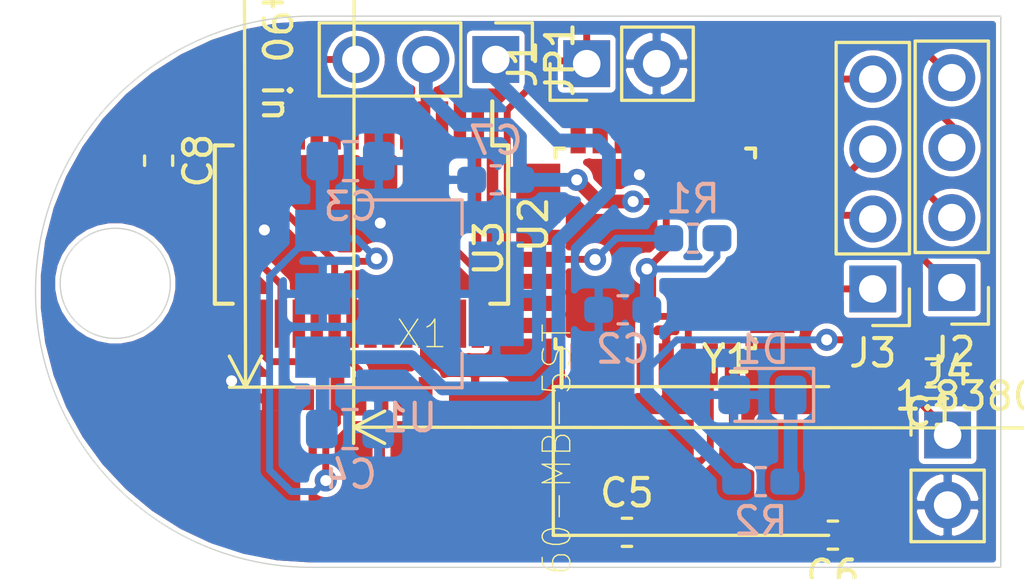
<source format=kicad_pcb>
(kicad_pcb (version 20171130) (host pcbnew 5.1.4-e60b266~84~ubuntu18.04.1)

  (general
    (thickness 1.6)
    (drawings 9)
    (tracks 196)
    (zones 0)
    (modules 21)
    (nets 50)
  )

  (page A4)
  (layers
    (0 F.Cu signal)
    (31 B.Cu signal)
    (32 B.Adhes user hide)
    (33 F.Adhes user hide)
    (34 B.Paste user hide)
    (35 F.Paste user hide)
    (36 B.SilkS user hide)
    (37 F.SilkS user hide)
    (38 B.Mask user hide)
    (39 F.Mask user hide)
    (40 Dwgs.User user hide)
    (41 Cmts.User user hide)
    (42 Eco1.User user hide)
    (43 Eco2.User user hide)
    (44 Edge.Cuts user)
    (45 Margin user hide)
    (46 B.CrtYd user hide)
    (47 F.CrtYd user hide)
    (48 B.Fab user hide)
    (49 F.Fab user hide)
  )

  (setup
    (last_trace_width 0.25)
    (user_trace_width 0.5)
    (trace_clearance 0.2)
    (zone_clearance 0.15)
    (zone_45_only no)
    (trace_min 0.2)
    (via_size 0.8)
    (via_drill 0.4)
    (via_min_size 0.4)
    (via_min_drill 0.3)
    (uvia_size 0.3)
    (uvia_drill 0.1)
    (uvias_allowed no)
    (uvia_min_size 0.2)
    (uvia_min_drill 0.1)
    (edge_width 0.05)
    (segment_width 0.2)
    (pcb_text_width 0.3)
    (pcb_text_size 1.5 1.5)
    (mod_edge_width 0.12)
    (mod_text_size 1 1)
    (mod_text_width 0.15)
    (pad_size 1.524 1.524)
    (pad_drill 0.762)
    (pad_to_mask_clearance 0.051)
    (solder_mask_min_width 0.25)
    (aux_axis_origin 0 0)
    (visible_elements FFFFFF7F)
    (pcbplotparams
      (layerselection 0x010fc_ffffffff)
      (usegerberextensions false)
      (usegerberattributes false)
      (usegerberadvancedattributes false)
      (creategerberjobfile false)
      (excludeedgelayer true)
      (linewidth 0.100000)
      (plotframeref false)
      (viasonmask false)
      (mode 1)
      (useauxorigin false)
      (hpglpennumber 1)
      (hpglpenspeed 20)
      (hpglpendiameter 15.000000)
      (psnegative false)
      (psa4output false)
      (plotreference true)
      (plotvalue true)
      (plotinvisibletext false)
      (padsonsilk false)
      (subtractmaskfromsilk false)
      (outputformat 1)
      (mirror false)
      (drillshape 1)
      (scaleselection 1)
      (outputdirectory ""))
  )

  (net 0 "")
  (net 1 GND)
  (net 2 VCC)
  (net 3 +5V)
  (net 4 +3V3)
  (net 5 "Net-(C5-Pad2)")
  (net 6 "Net-(C6-Pad2)")
  (net 7 PB0)
  (net 8 PB1)
  (net 9 PB2)
  (net 10 PC0)
  (net 11 RESET)
  (net 12 SCK)
  (net 13 MISO)
  (net 14 MOSI)
  (net 15 TXD)
  (net 16 RXD)
  (net 17 "Net-(U3-Pad1)")
  (net 18 "Net-(U3-Pad2)")
  (net 19 "Net-(U3-Pad9)")
  (net 20 "Net-(U3-Pad10)")
  (net 21 "Net-(U3-Pad11)")
  (net 22 "Net-(U3-Pad19)")
  (net 23 "Net-(U3-Pad22)")
  (net 24 "Net-(U3-Pad24)")
  (net 25 "Net-(U3-Pad25)")
  (net 26 "Net-(U3-Pad26)")
  (net 27 "Net-(U3-Pad27)")
  (net 28 "Net-(U3-Pad28)")
  (net 29 "Net-(U3-Pad32)")
  (net 30 "Net-(X1-Pad4)")
  (net 31 "Net-(U2-Pad6)")
  (net 32 "Net-(U2-Pad9)")
  (net 33 "Net-(U2-Pad10)")
  (net 34 "Net-(U2-Pad11)")
  (net 35 "Net-(U2-Pad12)")
  (net 36 "Net-(U2-Pad13)")
  (net 37 "Net-(U2-Pad14)")
  (net 38 "Net-(C8-Pad2)")
  (net 39 "Net-(U2-Pad2)")
  (net 40 "Net-(U2-Pad3)")
  (net 41 "Net-(U2-Pad19)")
  (net 42 "Net-(U2-Pad22)")
  (net 43 "Net-(U2-Pad23)")
  (net 44 "Net-(U2-Pad26)")
  (net 45 "Net-(U2-Pad27)")
  (net 46 "Net-(U2-Pad28)")
  (net 47 /D-)
  (net 48 /D+)
  (net 49 /led)

  (net_class Default "This is the default net class."
    (clearance 0.2)
    (trace_width 0.25)
    (via_dia 0.8)
    (via_drill 0.4)
    (uvia_dia 0.3)
    (uvia_drill 0.1)
    (add_net +3V3)
    (add_net +5V)
    (add_net /D+)
    (add_net /D-)
    (add_net /led)
    (add_net GND)
    (add_net MISO)
    (add_net MOSI)
    (add_net "Net-(C5-Pad2)")
    (add_net "Net-(C6-Pad2)")
    (add_net "Net-(C8-Pad2)")
    (add_net "Net-(U2-Pad10)")
    (add_net "Net-(U2-Pad11)")
    (add_net "Net-(U2-Pad12)")
    (add_net "Net-(U2-Pad13)")
    (add_net "Net-(U2-Pad14)")
    (add_net "Net-(U2-Pad19)")
    (add_net "Net-(U2-Pad2)")
    (add_net "Net-(U2-Pad22)")
    (add_net "Net-(U2-Pad23)")
    (add_net "Net-(U2-Pad26)")
    (add_net "Net-(U2-Pad27)")
    (add_net "Net-(U2-Pad28)")
    (add_net "Net-(U2-Pad3)")
    (add_net "Net-(U2-Pad6)")
    (add_net "Net-(U2-Pad9)")
    (add_net "Net-(U3-Pad1)")
    (add_net "Net-(U3-Pad10)")
    (add_net "Net-(U3-Pad11)")
    (add_net "Net-(U3-Pad19)")
    (add_net "Net-(U3-Pad2)")
    (add_net "Net-(U3-Pad22)")
    (add_net "Net-(U3-Pad24)")
    (add_net "Net-(U3-Pad25)")
    (add_net "Net-(U3-Pad26)")
    (add_net "Net-(U3-Pad27)")
    (add_net "Net-(U3-Pad28)")
    (add_net "Net-(U3-Pad32)")
    (add_net "Net-(U3-Pad9)")
    (add_net "Net-(X1-Pad4)")
    (add_net PB0)
    (add_net PB1)
    (add_net PB2)
    (add_net PC0)
    (add_net RESET)
    (add_net RXD)
    (add_net SCK)
    (add_net TXD)
    (add_net VCC)
  )

  (module Resistor_SMD:R_0603_1608Metric_Pad1.05x0.95mm_HandSolder (layer B.Cu) (tedit 5B301BBD) (tstamp 5DBB8003)
    (at 37.23002 185.6105 180)
    (descr "Resistor SMD 0603 (1608 Metric), square (rectangular) end terminal, IPC_7351 nominal with elongated pad for handsoldering. (Body size source: http://www.tortai-tech.com/upload/download/2011102023233369053.pdf), generated with kicad-footprint-generator")
    (tags "resistor handsolder")
    (path /5DBB6F88)
    (attr smd)
    (fp_text reference R1 (at 0 1.43) (layer B.SilkS)
      (effects (font (size 1 1) (thickness 0.15)) (justify mirror))
    )
    (fp_text value 10k (at 0 -1.43) (layer B.Fab)
      (effects (font (size 1 1) (thickness 0.15)) (justify mirror))
    )
    (fp_line (start -0.8 -0.4) (end -0.8 0.4) (layer B.Fab) (width 0.1))
    (fp_line (start -0.8 0.4) (end 0.8 0.4) (layer B.Fab) (width 0.1))
    (fp_line (start 0.8 0.4) (end 0.8 -0.4) (layer B.Fab) (width 0.1))
    (fp_line (start 0.8 -0.4) (end -0.8 -0.4) (layer B.Fab) (width 0.1))
    (fp_line (start -0.171267 0.51) (end 0.171267 0.51) (layer B.SilkS) (width 0.12))
    (fp_line (start -0.171267 -0.51) (end 0.171267 -0.51) (layer B.SilkS) (width 0.12))
    (fp_line (start -1.65 -0.73) (end -1.65 0.73) (layer B.CrtYd) (width 0.05))
    (fp_line (start -1.65 0.73) (end 1.65 0.73) (layer B.CrtYd) (width 0.05))
    (fp_line (start 1.65 0.73) (end 1.65 -0.73) (layer B.CrtYd) (width 0.05))
    (fp_line (start 1.65 -0.73) (end -1.65 -0.73) (layer B.CrtYd) (width 0.05))
    (fp_text user %R (at 0.8 0.4) (layer B.Fab)
      (effects (font (size 0.4 0.4) (thickness 0.06)) (justify mirror))
    )
    (pad 1 smd roundrect (at -0.875 0 180) (size 1.05 0.95) (layers B.Cu B.Paste B.Mask) (roundrect_rratio 0.25)
      (net 2 VCC))
    (pad 2 smd roundrect (at 0.875 0 180) (size 1.05 0.95) (layers B.Cu B.Paste B.Mask) (roundrect_rratio 0.25)
      (net 11 RESET))
    (model ${KISYS3DMOD}/Resistor_SMD.3dshapes/R_0603_1608Metric.wrl
      (at (xyz 0 0 0))
      (scale (xyz 1 1 1))
      (rotate (xyz 0 0 0))
    )
  )

  (module Connector_PinHeader_2.54mm:PinHeader_1x04_P2.54mm_Vertical (layer F.Cu) (tedit 59FED5CC) (tstamp 5DBBA46A)
    (at 43.7642 187.452 180)
    (descr "Through hole straight pin header, 1x04, 2.54mm pitch, single row")
    (tags "Through hole pin header THT 1x04 2.54mm single row")
    (path /5DBCF5E6)
    (fp_text reference J3 (at 0 -2.33) (layer F.SilkS)
      (effects (font (size 1 1) (thickness 0.15)))
    )
    (fp_text value Conn_01x04_Male (at 0 9.95) (layer F.Fab)
      (effects (font (size 1 1) (thickness 0.15)))
    )
    (fp_text user %R (at 0 3.81 90) (layer F.Fab)
      (effects (font (size 1 1) (thickness 0.15)))
    )
    (fp_line (start 1.8 -1.8) (end -1.8 -1.8) (layer F.CrtYd) (width 0.05))
    (fp_line (start 1.8 9.4) (end 1.8 -1.8) (layer F.CrtYd) (width 0.05))
    (fp_line (start -1.8 9.4) (end 1.8 9.4) (layer F.CrtYd) (width 0.05))
    (fp_line (start -1.8 -1.8) (end -1.8 9.4) (layer F.CrtYd) (width 0.05))
    (fp_line (start -1.33 -1.33) (end 0 -1.33) (layer F.SilkS) (width 0.12))
    (fp_line (start -1.33 0) (end -1.33 -1.33) (layer F.SilkS) (width 0.12))
    (fp_line (start -1.33 1.27) (end 1.33 1.27) (layer F.SilkS) (width 0.12))
    (fp_line (start 1.33 1.27) (end 1.33 8.95) (layer F.SilkS) (width 0.12))
    (fp_line (start -1.33 1.27) (end -1.33 8.95) (layer F.SilkS) (width 0.12))
    (fp_line (start -1.33 8.95) (end 1.33 8.95) (layer F.SilkS) (width 0.12))
    (fp_line (start -1.27 -0.635) (end -0.635 -1.27) (layer F.Fab) (width 0.1))
    (fp_line (start -1.27 8.89) (end -1.27 -0.635) (layer F.Fab) (width 0.1))
    (fp_line (start 1.27 8.89) (end -1.27 8.89) (layer F.Fab) (width 0.1))
    (fp_line (start 1.27 -1.27) (end 1.27 8.89) (layer F.Fab) (width 0.1))
    (fp_line (start -0.635 -1.27) (end 1.27 -1.27) (layer F.Fab) (width 0.1))
    (pad 4 thru_hole oval (at 0 7.62 180) (size 1.7 1.7) (drill 1) (layers *.Cu *.Mask)
      (net 12 SCK))
    (pad 3 thru_hole oval (at 0 5.08 180) (size 1.7 1.7) (drill 1) (layers *.Cu *.Mask)
      (net 14 MOSI))
    (pad 2 thru_hole oval (at 0 2.54 180) (size 1.7 1.7) (drill 1) (layers *.Cu *.Mask)
      (net 9 PB2))
    (pad 1 thru_hole rect (at 0 0 180) (size 1.7 1.7) (drill 1) (layers *.Cu *.Mask)
      (net 7 PB0))
    (model ${KISYS3DMOD}/Connector_PinHeader_2.54mm.3dshapes/PinHeader_1x04_P2.54mm_Vertical.wrl
      (at (xyz 0 0 0))
      (scale (xyz 1 1 1))
      (rotate (xyz 0 0 0))
    )
  )

  (module Package_QFP:TQFP-32_7x7mm_P0.8mm (layer F.Cu) (tedit 5A02F146) (tstamp 5DC9358F)
    (at 35.8648 185.9788 90)
    (descr "32-Lead Plastic Thin Quad Flatpack (PT) - 7x7x1.0 mm Body, 2.00 mm [TQFP] (see Microchip Packaging Specification 00000049BS.pdf)")
    (tags "QFP 0.8")
    (path /5DB01ACF)
    (attr smd)
    (fp_text reference U3 (at 0 -6.05 90) (layer F.SilkS)
      (effects (font (size 1 1) (thickness 0.15)))
    )
    (fp_text value ATmega328-AU (at 0 6.05 90) (layer F.Fab)
      (effects (font (size 1 1) (thickness 0.15)))
    )
    (fp_text user %R (at 0.304999 0 90) (layer F.Fab)
      (effects (font (size 1 1) (thickness 0.15)))
    )
    (fp_line (start -2.5 -3.5) (end 3.5 -3.5) (layer F.Fab) (width 0.15))
    (fp_line (start 3.5 -3.5) (end 3.5 3.5) (layer F.Fab) (width 0.15))
    (fp_line (start 3.5 3.5) (end -3.5 3.5) (layer F.Fab) (width 0.15))
    (fp_line (start -3.5 3.5) (end -3.5 -2.5) (layer F.Fab) (width 0.15))
    (fp_line (start -3.5 -2.5) (end -2.5 -3.5) (layer F.Fab) (width 0.15))
    (fp_line (start -5.3 -5.3) (end -5.3 5.3) (layer F.CrtYd) (width 0.05))
    (fp_line (start 5.3 -5.3) (end 5.3 5.3) (layer F.CrtYd) (width 0.05))
    (fp_line (start -5.3 -5.3) (end 5.3 -5.3) (layer F.CrtYd) (width 0.05))
    (fp_line (start -5.3 5.3) (end 5.3 5.3) (layer F.CrtYd) (width 0.05))
    (fp_line (start -3.625 -3.625) (end -3.625 -3.4) (layer F.SilkS) (width 0.15))
    (fp_line (start 3.625 -3.625) (end 3.625 -3.3) (layer F.SilkS) (width 0.15))
    (fp_line (start 3.625 3.625) (end 3.625 3.3) (layer F.SilkS) (width 0.15))
    (fp_line (start -3.625 3.625) (end -3.625 3.3) (layer F.SilkS) (width 0.15))
    (fp_line (start -3.625 -3.625) (end -3.3 -3.625) (layer F.SilkS) (width 0.15))
    (fp_line (start -3.625 3.625) (end -3.3 3.625) (layer F.SilkS) (width 0.15))
    (fp_line (start 3.625 3.625) (end 3.3 3.625) (layer F.SilkS) (width 0.15))
    (fp_line (start 3.625 -3.625) (end 3.3 -3.625) (layer F.SilkS) (width 0.15))
    (fp_line (start -3.625 -3.4) (end -5.05 -3.4) (layer F.SilkS) (width 0.15))
    (pad 1 smd rect (at -4.25 -2.8 90) (size 1.6 0.55) (layers F.Cu F.Paste F.Mask)
      (net 17 "Net-(U3-Pad1)"))
    (pad 2 smd rect (at -4.25 -2 90) (size 1.6 0.55) (layers F.Cu F.Paste F.Mask)
      (net 18 "Net-(U3-Pad2)"))
    (pad 3 smd rect (at -4.25 -1.2 90) (size 1.6 0.55) (layers F.Cu F.Paste F.Mask)
      (net 1 GND))
    (pad 4 smd rect (at -4.25 -0.4 90) (size 1.6 0.55) (layers F.Cu F.Paste F.Mask)
      (net 2 VCC))
    (pad 5 smd rect (at -4.25 0.4 90) (size 1.6 0.55) (layers F.Cu F.Paste F.Mask)
      (net 1 GND))
    (pad 6 smd rect (at -4.25 1.2 90) (size 1.6 0.55) (layers F.Cu F.Paste F.Mask)
      (net 2 VCC))
    (pad 7 smd rect (at -4.25 2 90) (size 1.6 0.55) (layers F.Cu F.Paste F.Mask)
      (net 5 "Net-(C5-Pad2)"))
    (pad 8 smd rect (at -4.25 2.8 90) (size 1.6 0.55) (layers F.Cu F.Paste F.Mask)
      (net 6 "Net-(C6-Pad2)"))
    (pad 9 smd rect (at -2.8 4.25 180) (size 1.6 0.55) (layers F.Cu F.Paste F.Mask)
      (net 19 "Net-(U3-Pad9)"))
    (pad 10 smd rect (at -2 4.25 180) (size 1.6 0.55) (layers F.Cu F.Paste F.Mask)
      (net 20 "Net-(U3-Pad10)"))
    (pad 11 smd rect (at -1.2 4.25 180) (size 1.6 0.55) (layers F.Cu F.Paste F.Mask)
      (net 21 "Net-(U3-Pad11)"))
    (pad 12 smd rect (at -0.4 4.25 180) (size 1.6 0.55) (layers F.Cu F.Paste F.Mask)
      (net 7 PB0))
    (pad 13 smd rect (at 0.4 4.25 180) (size 1.6 0.55) (layers F.Cu F.Paste F.Mask)
      (net 8 PB1))
    (pad 14 smd rect (at 1.2 4.25 180) (size 1.6 0.55) (layers F.Cu F.Paste F.Mask)
      (net 9 PB2))
    (pad 15 smd rect (at 2 4.25 180) (size 1.6 0.55) (layers F.Cu F.Paste F.Mask)
      (net 14 MOSI))
    (pad 16 smd rect (at 2.8 4.25 180) (size 1.6 0.55) (layers F.Cu F.Paste F.Mask)
      (net 13 MISO))
    (pad 17 smd rect (at 4.25 2.8 90) (size 1.6 0.55) (layers F.Cu F.Paste F.Mask)
      (net 12 SCK))
    (pad 18 smd rect (at 4.25 2 90) (size 1.6 0.55) (layers F.Cu F.Paste F.Mask)
      (net 2 VCC))
    (pad 19 smd rect (at 4.25 1.2 90) (size 1.6 0.55) (layers F.Cu F.Paste F.Mask)
      (net 22 "Net-(U3-Pad19)"))
    (pad 20 smd rect (at 4.25 0.4 90) (size 1.6 0.55) (layers F.Cu F.Paste F.Mask)
      (net 2 VCC))
    (pad 21 smd rect (at 4.25 -0.4 90) (size 1.6 0.55) (layers F.Cu F.Paste F.Mask)
      (net 1 GND))
    (pad 22 smd rect (at 4.25 -1.2 90) (size 1.6 0.55) (layers F.Cu F.Paste F.Mask)
      (net 23 "Net-(U3-Pad22)"))
    (pad 23 smd rect (at 4.25 -2 90) (size 1.6 0.55) (layers F.Cu F.Paste F.Mask)
      (net 10 PC0))
    (pad 24 smd rect (at 4.25 -2.8 90) (size 1.6 0.55) (layers F.Cu F.Paste F.Mask)
      (net 24 "Net-(U3-Pad24)"))
    (pad 25 smd rect (at 2.8 -4.25 180) (size 1.6 0.55) (layers F.Cu F.Paste F.Mask)
      (net 25 "Net-(U3-Pad25)"))
    (pad 26 smd rect (at 2 -4.25 180) (size 1.6 0.55) (layers F.Cu F.Paste F.Mask)
      (net 26 "Net-(U3-Pad26)"))
    (pad 27 smd rect (at 1.2 -4.25 180) (size 1.6 0.55) (layers F.Cu F.Paste F.Mask)
      (net 27 "Net-(U3-Pad27)"))
    (pad 28 smd rect (at 0.4 -4.25 180) (size 1.6 0.55) (layers F.Cu F.Paste F.Mask)
      (net 28 "Net-(U3-Pad28)"))
    (pad 29 smd rect (at -0.4 -4.25 180) (size 1.6 0.55) (layers F.Cu F.Paste F.Mask)
      (net 11 RESET))
    (pad 30 smd rect (at -1.2 -4.25 180) (size 1.6 0.55) (layers F.Cu F.Paste F.Mask)
      (net 15 TXD))
    (pad 31 smd rect (at -2 -4.25 180) (size 1.6 0.55) (layers F.Cu F.Paste F.Mask)
      (net 16 RXD))
    (pad 32 smd rect (at -2.8 -4.25 180) (size 1.6 0.55) (layers F.Cu F.Paste F.Mask)
      (net 29 "Net-(U3-Pad32)"))
    (model ${KISYS3DMOD}/Package_QFP.3dshapes/TQFP-32_7x7mm_P0.8mm.wrl
      (at (xyz 0 0 0))
      (scale (xyz 1 1 1))
      (rotate (xyz 0 0 0))
    )
  )

  (module Crystal:Crystal_SMD_7050-2Pin_7.0x5.0mm_HandSoldering (layer F.Cu) (tedit 5A0FD1B2) (tstamp 5DBB80FD)
    (at 38.4632 193.7004)
    (descr "SMD Crystal SERIES SMD7050/4 https://www.foxonline.com/pdfs/FQ7050.pdf, hand-soldering, 7.0x5.0mm^2 package")
    (tags "SMD SMT crystal hand-soldering")
    (path /5DB04E2A)
    (attr smd)
    (fp_text reference Y1 (at 0 -3.7) (layer F.SilkS)
      (effects (font (size 1 1) (thickness 0.15)))
    )
    (fp_text value 16MHz (at 0 3.7) (layer F.Fab)
      (effects (font (size 1 1) (thickness 0.15)))
    )
    (fp_text user %R (at -0.075001 -0.285001) (layer F.Fab)
      (effects (font (size 1 1) (thickness 0.15)))
    )
    (fp_line (start -3.3 -2.5) (end 3.3 -2.5) (layer F.Fab) (width 0.1))
    (fp_line (start 3.3 -2.5) (end 3.5 -2.3) (layer F.Fab) (width 0.1))
    (fp_line (start 3.5 -2.3) (end 3.5 2.3) (layer F.Fab) (width 0.1))
    (fp_line (start 3.5 2.3) (end 3.3 2.5) (layer F.Fab) (width 0.1))
    (fp_line (start 3.3 2.5) (end -3.3 2.5) (layer F.Fab) (width 0.1))
    (fp_line (start -3.3 2.5) (end -3.5 2.3) (layer F.Fab) (width 0.1))
    (fp_line (start -3.5 2.3) (end -3.5 -2.3) (layer F.Fab) (width 0.1))
    (fp_line (start -3.5 -2.3) (end -3.3 -2.5) (layer F.Fab) (width 0.1))
    (fp_line (start -3.5 1.5) (end -2.5 2.5) (layer F.Fab) (width 0.1))
    (fp_line (start 3.7 -2.7) (end -6.3 -2.7) (layer F.SilkS) (width 0.12))
    (fp_line (start -6.3 -2.7) (end -6.3 2.7) (layer F.SilkS) (width 0.12))
    (fp_line (start -6.3 2.7) (end 3.7 2.7) (layer F.SilkS) (width 0.12))
    (fp_line (start -6.4 -2.8) (end -6.4 2.8) (layer F.CrtYd) (width 0.05))
    (fp_line (start -6.4 2.8) (end 6.4 2.8) (layer F.CrtYd) (width 0.05))
    (fp_line (start 6.4 2.8) (end 6.4 -2.8) (layer F.CrtYd) (width 0.05))
    (fp_line (start 6.4 -2.8) (end -6.4 -2.8) (layer F.CrtYd) (width 0.05))
    (fp_circle (center 0 0) (end 0.4 0) (layer F.Adhes) (width 0.1))
    (fp_circle (center 0 0) (end 0.333333 0) (layer F.Adhes) (width 0.133333))
    (fp_circle (center 0 0) (end 0.213333 0) (layer F.Adhes) (width 0.133333))
    (fp_circle (center 0 0) (end 0.093333 0) (layer F.Adhes) (width 0.186667))
    (pad 1 smd rect (at -3.65 0) (size 4.9 3) (layers F.Cu F.Paste F.Mask)
      (net 5 "Net-(C5-Pad2)"))
    (pad 2 smd rect (at 3.65 0) (size 4.9 3) (layers F.Cu F.Paste F.Mask)
      (net 6 "Net-(C6-Pad2)"))
    (model ${KISYS3DMOD}/Crystal.3dshapes/Crystal_SMD_7050-2Pin_7.0x5.0mm_HandSoldering.wrl
      (at (xyz 0 0 0))
      (scale (xyz 1 1 1))
      (rotate (xyz 0 0 0))
    )
  )

  (module Package_TO_SOT_SMD:SOT-223-3_TabPin2 (layer B.Cu) (tedit 5A02FF57) (tstamp 5DBBB638)
    (at 26.94 187.63)
    (descr "module CMS SOT223 4 pins")
    (tags "CMS SOT")
    (path /5DB34F3C)
    (attr smd)
    (fp_text reference U1 (at 0 4.5) (layer B.SilkS)
      (effects (font (size 1 1) (thickness 0.15)) (justify mirror))
    )
    (fp_text value LM78L05_TO92 (at 0 -4.5) (layer B.Fab)
      (effects (font (size 1 1) (thickness 0.15)) (justify mirror))
    )
    (fp_text user %R (at 0 0 -90) (layer B.Fab)
      (effects (font (size 0.8 0.8) (thickness 0.12)) (justify mirror))
    )
    (fp_line (start 1.91 -3.41) (end 1.91 -2.15) (layer B.SilkS) (width 0.12))
    (fp_line (start 1.91 3.41) (end 1.91 2.15) (layer B.SilkS) (width 0.12))
    (fp_line (start 4.4 3.6) (end -4.4 3.6) (layer B.CrtYd) (width 0.05))
    (fp_line (start 4.4 -3.6) (end 4.4 3.6) (layer B.CrtYd) (width 0.05))
    (fp_line (start -4.4 -3.6) (end 4.4 -3.6) (layer B.CrtYd) (width 0.05))
    (fp_line (start -4.4 3.6) (end -4.4 -3.6) (layer B.CrtYd) (width 0.05))
    (fp_line (start -1.85 2.35) (end -0.85 3.35) (layer B.Fab) (width 0.1))
    (fp_line (start -1.85 2.35) (end -1.85 -3.35) (layer B.Fab) (width 0.1))
    (fp_line (start -1.85 -3.41) (end 1.91 -3.41) (layer B.SilkS) (width 0.12))
    (fp_line (start -0.85 3.35) (end 1.85 3.35) (layer B.Fab) (width 0.1))
    (fp_line (start -4.1 3.41) (end 1.91 3.41) (layer B.SilkS) (width 0.12))
    (fp_line (start -1.85 -3.35) (end 1.85 -3.35) (layer B.Fab) (width 0.1))
    (fp_line (start 1.85 3.35) (end 1.85 -3.35) (layer B.Fab) (width 0.1))
    (pad 2 smd rect (at 3.15 0) (size 2 3.8) (layers B.Cu B.Paste B.Mask)
      (net 1 GND))
    (pad 2 smd rect (at -3.15 0) (size 2 1.5) (layers B.Cu B.Paste B.Mask)
      (net 1 GND))
    (pad 3 smd rect (at -3.15 -2.3) (size 2 1.5) (layers B.Cu B.Paste B.Mask)
      (net 3 +5V))
    (pad 1 smd rect (at -3.15 2.3) (size 2 1.5) (layers B.Cu B.Paste B.Mask)
      (net 4 +3V3))
    (model ${KISYS3DMOD}/Package_TO_SOT_SMD.3dshapes/SOT-223.wrl
      (at (xyz 0 0 0))
      (scale (xyz 1 1 1))
      (rotate (xyz 0 0 0))
    )
  )

  (module Resistor_SMD:R_0603_1608Metric_Pad1.05x0.95mm_HandSolder (layer B.Cu) (tedit 5B301BBD) (tstamp 5DBBAED8)
    (at 39.695 194.45)
    (descr "Resistor SMD 0603 (1608 Metric), square (rectangular) end terminal, IPC_7351 nominal with elongated pad for handsoldering. (Body size source: http://www.tortai-tech.com/upload/download/2011102023233369053.pdf), generated with kicad-footprint-generator")
    (tags "resistor handsolder")
    (path /5DC2DFCC)
    (attr smd)
    (fp_text reference R2 (at 0 1.43 180) (layer B.SilkS)
      (effects (font (size 1 1) (thickness 0.15)) (justify mirror))
    )
    (fp_text value 150 (at 0 -1.43 180) (layer B.Fab)
      (effects (font (size 1 1) (thickness 0.15)) (justify mirror))
    )
    (fp_text user %R (at 0 0 180) (layer B.Fab)
      (effects (font (size 0.4 0.4) (thickness 0.06)) (justify mirror))
    )
    (fp_line (start 1.65 -0.73) (end -1.65 -0.73) (layer B.CrtYd) (width 0.05))
    (fp_line (start 1.65 0.73) (end 1.65 -0.73) (layer B.CrtYd) (width 0.05))
    (fp_line (start -1.65 0.73) (end 1.65 0.73) (layer B.CrtYd) (width 0.05))
    (fp_line (start -1.65 -0.73) (end -1.65 0.73) (layer B.CrtYd) (width 0.05))
    (fp_line (start -0.171267 -0.51) (end 0.171267 -0.51) (layer B.SilkS) (width 0.12))
    (fp_line (start -0.171267 0.51) (end 0.171267 0.51) (layer B.SilkS) (width 0.12))
    (fp_line (start 0.8 -0.4) (end -0.8 -0.4) (layer B.Fab) (width 0.1))
    (fp_line (start 0.8 0.4) (end 0.8 -0.4) (layer B.Fab) (width 0.1))
    (fp_line (start -0.8 0.4) (end 0.8 0.4) (layer B.Fab) (width 0.1))
    (fp_line (start -0.8 -0.4) (end -0.8 0.4) (layer B.Fab) (width 0.1))
    (pad 2 smd roundrect (at 0.875 0) (size 1.05 0.95) (layers B.Cu B.Paste B.Mask) (roundrect_rratio 0.25)
      (net 49 /led))
    (pad 1 smd roundrect (at -0.875 0) (size 1.05 0.95) (layers B.Cu B.Paste B.Mask) (roundrect_rratio 0.25)
      (net 2 VCC))
    (model ${KISYS3DMOD}/Resistor_SMD.3dshapes/R_0603_1608Metric.wrl
      (at (xyz 0 0 0))
      (scale (xyz 1 1 1))
      (rotate (xyz 0 0 0))
    )
  )

  (module LED_SMD:LED_0805_2012Metric_Pad1.15x1.40mm_HandSolder (layer B.Cu) (tedit 5B4B45C9) (tstamp 5DBBADCB)
    (at 39.755 191.3 180)
    (descr "LED SMD 0805 (2012 Metric), square (rectangular) end terminal, IPC_7351 nominal, (Body size source: https://docs.google.com/spreadsheets/d/1BsfQQcO9C6DZCsRaXUlFlo91Tg2WpOkGARC1WS5S8t0/edit?usp=sharing), generated with kicad-footprint-generator")
    (tags "LED handsolder")
    (path /5DC2C386)
    (attr smd)
    (fp_text reference D1 (at 0 1.65 180) (layer B.SilkS)
      (effects (font (size 1 1) (thickness 0.15)) (justify mirror))
    )
    (fp_text value LED (at 0 -1.65 180) (layer B.Fab)
      (effects (font (size 1 1) (thickness 0.15)) (justify mirror))
    )
    (fp_text user %R (at 0 0 180) (layer B.Fab)
      (effects (font (size 0.5 0.5) (thickness 0.08)) (justify mirror))
    )
    (fp_line (start 1.85 -0.95) (end -1.85 -0.95) (layer B.CrtYd) (width 0.05))
    (fp_line (start 1.85 0.95) (end 1.85 -0.95) (layer B.CrtYd) (width 0.05))
    (fp_line (start -1.85 0.95) (end 1.85 0.95) (layer B.CrtYd) (width 0.05))
    (fp_line (start -1.85 -0.95) (end -1.85 0.95) (layer B.CrtYd) (width 0.05))
    (fp_line (start -1.86 -0.96) (end 1 -0.96) (layer B.SilkS) (width 0.12))
    (fp_line (start -1.86 0.96) (end -1.86 -0.96) (layer B.SilkS) (width 0.12))
    (fp_line (start 1 0.96) (end -1.86 0.96) (layer B.SilkS) (width 0.12))
    (fp_line (start 1 -0.6) (end 1 0.6) (layer B.Fab) (width 0.1))
    (fp_line (start -1 -0.6) (end 1 -0.6) (layer B.Fab) (width 0.1))
    (fp_line (start -1 0.3) (end -1 -0.6) (layer B.Fab) (width 0.1))
    (fp_line (start -0.7 0.6) (end -1 0.3) (layer B.Fab) (width 0.1))
    (fp_line (start 1 0.6) (end -0.7 0.6) (layer B.Fab) (width 0.1))
    (pad 2 smd roundrect (at 1.025 0 180) (size 1.15 1.4) (layers B.Cu B.Paste B.Mask) (roundrect_rratio 0.217391)
      (net 1 GND))
    (pad 1 smd roundrect (at -1.025 0 180) (size 1.15 1.4) (layers B.Cu B.Paste B.Mask) (roundrect_rratio 0.217391)
      (net 49 /led))
    (model ${KISYS3DMOD}/LED_SMD.3dshapes/LED_0805_2012Metric.wrl
      (at (xyz 0 0 0))
      (scale (xyz 1 1 1))
      (rotate (xyz 0 0 0))
    )
  )

  (module Connector_PinHeader_2.54mm:PinHeader_1x02_P2.54mm_Vertical (layer F.Cu) (tedit 59FED5CC) (tstamp 5DBB7FDB)
    (at 46.482 192.7606)
    (descr "Through hole straight pin header, 1x02, 2.54mm pitch, single row")
    (tags "Through hole pin header THT 1x02 2.54mm single row")
    (path /5DBE20B1)
    (fp_text reference J4 (at 0 -2.33) (layer F.SilkS)
      (effects (font (size 1 1) (thickness 0.15)))
    )
    (fp_text value Conn_01x02_Male (at 0 4.87) (layer F.Fab)
      (effects (font (size 1 1) (thickness 0.15)))
    )
    (fp_line (start -0.635 -1.27) (end 1.27 -1.27) (layer F.Fab) (width 0.1))
    (fp_line (start 1.27 -1.27) (end 1.27 3.81) (layer F.Fab) (width 0.1))
    (fp_line (start 1.27 3.81) (end -1.27 3.81) (layer F.Fab) (width 0.1))
    (fp_line (start -1.27 3.81) (end -1.27 -0.635) (layer F.Fab) (width 0.1))
    (fp_line (start -1.27 -0.635) (end -0.635 -1.27) (layer F.Fab) (width 0.1))
    (fp_line (start -1.33 3.87) (end 1.33 3.87) (layer F.SilkS) (width 0.12))
    (fp_line (start -1.33 1.27) (end -1.33 3.87) (layer F.SilkS) (width 0.12))
    (fp_line (start 1.33 1.27) (end 1.33 3.87) (layer F.SilkS) (width 0.12))
    (fp_line (start -1.33 1.27) (end 1.33 1.27) (layer F.SilkS) (width 0.12))
    (fp_line (start -1.33 0) (end -1.33 -1.33) (layer F.SilkS) (width 0.12))
    (fp_line (start -1.33 -1.33) (end 0 -1.33) (layer F.SilkS) (width 0.12))
    (fp_line (start -1.8 -1.8) (end -1.8 4.35) (layer F.CrtYd) (width 0.05))
    (fp_line (start -1.8 4.35) (end 1.8 4.35) (layer F.CrtYd) (width 0.05))
    (fp_line (start 1.8 4.35) (end 1.8 -1.8) (layer F.CrtYd) (width 0.05))
    (fp_line (start 1.8 -1.8) (end -1.8 -1.8) (layer F.CrtYd) (width 0.05))
    (fp_text user %R (at 0 1.27 90) (layer F.Fab)
      (effects (font (size 1 1) (thickness 0.15)))
    )
    (pad 1 thru_hole rect (at 0 0) (size 1.7 1.7) (drill 1) (layers *.Cu *.Mask)
      (net 2 VCC))
    (pad 2 thru_hole oval (at 0 2.54) (size 1.7 1.7) (drill 1) (layers *.Cu *.Mask)
      (net 1 GND))
    (model ${KISYS3DMOD}/Connector_PinHeader_2.54mm.3dshapes/PinHeader_1x02_P2.54mm_Vertical.wrl
      (at (xyz 0 0 0))
      (scale (xyz 1 1 1))
      (rotate (xyz 0 0 0))
    )
  )

  (module Capacitor_SMD:C_0603_1608Metric_Pad1.05x0.95mm_HandSolder (layer F.Cu) (tedit 5B301BBE) (tstamp 5DBB955E)
    (at 45.8724 190.5 180)
    (descr "Capacitor SMD 0603 (1608 Metric), square (rectangular) end terminal, IPC_7351 nominal with elongated pad for handsoldering. (Body size source: http://www.tortai-tech.com/upload/download/2011102023233369053.pdf), generated with kicad-footprint-generator")
    (tags "capacitor handsolder")
    (path /5DB6ED03)
    (attr smd)
    (fp_text reference C1 (at 0 -1.43) (layer F.SilkS)
      (effects (font (size 1 1) (thickness 0.15)))
    )
    (fp_text value 100n (at 0 1.43) (layer F.Fab)
      (effects (font (size 1 1) (thickness 0.15)))
    )
    (fp_line (start -0.8 0.4) (end -0.8 -0.4) (layer F.Fab) (width 0.1))
    (fp_line (start -0.8 -0.4) (end 0.8 -0.4) (layer F.Fab) (width 0.1))
    (fp_line (start 0.8 -0.4) (end 0.8 0.4) (layer F.Fab) (width 0.1))
    (fp_line (start 0.8 0.4) (end -0.8 0.4) (layer F.Fab) (width 0.1))
    (fp_line (start -0.171267 -0.51) (end 0.171267 -0.51) (layer F.SilkS) (width 0.12))
    (fp_line (start -0.171267 0.51) (end 0.171267 0.51) (layer F.SilkS) (width 0.12))
    (fp_line (start -1.65 0.73) (end -1.65 -0.73) (layer F.CrtYd) (width 0.05))
    (fp_line (start -1.65 -0.73) (end 1.65 -0.73) (layer F.CrtYd) (width 0.05))
    (fp_line (start 1.65 -0.73) (end 1.65 0.73) (layer F.CrtYd) (width 0.05))
    (fp_line (start 1.65 0.73) (end -1.65 0.73) (layer F.CrtYd) (width 0.05))
    (fp_text user %R (at 0 0) (layer F.Fab)
      (effects (font (size 0.4 0.4) (thickness 0.06)))
    )
    (pad 1 smd roundrect (at -0.875 0 180) (size 1.05 0.95) (layers F.Cu F.Paste F.Mask) (roundrect_rratio 0.25)
      (net 1 GND))
    (pad 2 smd roundrect (at 0.875 0 180) (size 1.05 0.95) (layers F.Cu F.Paste F.Mask) (roundrect_rratio 0.25)
      (net 2 VCC))
    (model ${KISYS3DMOD}/Capacitor_SMD.3dshapes/C_0603_1608Metric.wrl
      (at (xyz 0 0 0))
      (scale (xyz 1 1 1))
      (rotate (xyz 0 0 0))
    )
  )

  (module Capacitor_SMD:C_0603_1608Metric_Pad1.05x0.95mm_HandSolder (layer B.Cu) (tedit 5B301BBE) (tstamp 5DBB94CC)
    (at 34.685 188.21)
    (descr "Capacitor SMD 0603 (1608 Metric), square (rectangular) end terminal, IPC_7351 nominal with elongated pad for handsoldering. (Body size source: http://www.tortai-tech.com/upload/download/2011102023233369053.pdf), generated with kicad-footprint-generator")
    (tags "capacitor handsolder")
    (path /5DB956A3)
    (attr smd)
    (fp_text reference C2 (at 0 1.43) (layer B.SilkS)
      (effects (font (size 1 1) (thickness 0.15)) (justify mirror))
    )
    (fp_text value 100n (at 0 -1.43) (layer B.Fab)
      (effects (font (size 1 1) (thickness 0.15)) (justify mirror))
    )
    (fp_text user %R (at 0 0) (layer B.Fab)
      (effects (font (size 0.4 0.4) (thickness 0.06)) (justify mirror))
    )
    (fp_line (start 1.65 -0.73) (end -1.65 -0.73) (layer B.CrtYd) (width 0.05))
    (fp_line (start 1.65 0.73) (end 1.65 -0.73) (layer B.CrtYd) (width 0.05))
    (fp_line (start -1.65 0.73) (end 1.65 0.73) (layer B.CrtYd) (width 0.05))
    (fp_line (start -1.65 -0.73) (end -1.65 0.73) (layer B.CrtYd) (width 0.05))
    (fp_line (start -0.171267 -0.51) (end 0.171267 -0.51) (layer B.SilkS) (width 0.12))
    (fp_line (start -0.171267 0.51) (end 0.171267 0.51) (layer B.SilkS) (width 0.12))
    (fp_line (start 0.8 -0.4) (end -0.8 -0.4) (layer B.Fab) (width 0.1))
    (fp_line (start 0.8 0.4) (end 0.8 -0.4) (layer B.Fab) (width 0.1))
    (fp_line (start -0.8 0.4) (end 0.8 0.4) (layer B.Fab) (width 0.1))
    (fp_line (start -0.8 -0.4) (end -0.8 0.4) (layer B.Fab) (width 0.1))
    (pad 2 smd roundrect (at 0.875 0) (size 1.05 0.95) (layers B.Cu B.Paste B.Mask) (roundrect_rratio 0.25)
      (net 2 VCC))
    (pad 1 smd roundrect (at -0.875 0) (size 1.05 0.95) (layers B.Cu B.Paste B.Mask) (roundrect_rratio 0.25)
      (net 1 GND))
    (model ${KISYS3DMOD}/Capacitor_SMD.3dshapes/C_0603_1608Metric.wrl
      (at (xyz 0 0 0))
      (scale (xyz 1 1 1))
      (rotate (xyz 0 0 0))
    )
  )

  (module Capacitor_SMD:C_0805_2012Metric_Pad1.15x1.40mm_HandSolder (layer B.Cu) (tedit 5B36C52B) (tstamp 5DBB7F51)
    (at 24.8 182.81)
    (descr "Capacitor SMD 0805 (2012 Metric), square (rectangular) end terminal, IPC_7351 nominal with elongated pad for handsoldering. (Body size source: https://docs.google.com/spreadsheets/d/1BsfQQcO9C6DZCsRaXUlFlo91Tg2WpOkGARC1WS5S8t0/edit?usp=sharing), generated with kicad-footprint-generator")
    (tags "capacitor handsolder")
    (path /5DB98B43)
    (attr smd)
    (fp_text reference C3 (at 0 1.65 180) (layer B.SilkS)
      (effects (font (size 1 1) (thickness 0.15)) (justify mirror))
    )
    (fp_text value .33u (at 0 -1.65 180) (layer B.Fab)
      (effects (font (size 1 1) (thickness 0.15)) (justify mirror))
    )
    (fp_text user %R (at 0 0 180) (layer B.Fab)
      (effects (font (size 0.5 0.5) (thickness 0.08)) (justify mirror))
    )
    (fp_line (start 1.85 -0.95) (end -1.85 -0.95) (layer B.CrtYd) (width 0.05))
    (fp_line (start 1.85 0.95) (end 1.85 -0.95) (layer B.CrtYd) (width 0.05))
    (fp_line (start -1.85 0.95) (end 1.85 0.95) (layer B.CrtYd) (width 0.05))
    (fp_line (start -1.85 -0.95) (end -1.85 0.95) (layer B.CrtYd) (width 0.05))
    (fp_line (start -0.261252 -0.71) (end 0.261252 -0.71) (layer B.SilkS) (width 0.12))
    (fp_line (start -0.261252 0.71) (end 0.261252 0.71) (layer B.SilkS) (width 0.12))
    (fp_line (start 1 -0.6) (end -1 -0.6) (layer B.Fab) (width 0.1))
    (fp_line (start 1 0.6) (end 1 -0.6) (layer B.Fab) (width 0.1))
    (fp_line (start -1 0.6) (end 1 0.6) (layer B.Fab) (width 0.1))
    (fp_line (start -1 -0.6) (end -1 0.6) (layer B.Fab) (width 0.1))
    (pad 2 smd roundrect (at 1.025 0) (size 1.15 1.4) (layers B.Cu B.Paste B.Mask) (roundrect_rratio 0.217391)
      (net 1 GND))
    (pad 1 smd roundrect (at -1.025 0) (size 1.15 1.4) (layers B.Cu B.Paste B.Mask) (roundrect_rratio 0.217391)
      (net 3 +5V))
    (model ${KISYS3DMOD}/Capacitor_SMD.3dshapes/C_0805_2012Metric.wrl
      (at (xyz 0 0 0))
      (scale (xyz 1 1 1))
      (rotate (xyz 0 0 0))
    )
  )

  (module Capacitor_SMD:C_0805_2012Metric_Pad1.15x1.40mm_HandSolder (layer B.Cu) (tedit 5B36C52B) (tstamp 5DBB7F62)
    (at 24.78 192.54)
    (descr "Capacitor SMD 0805 (2012 Metric), square (rectangular) end terminal, IPC_7351 nominal with elongated pad for handsoldering. (Body size source: https://docs.google.com/spreadsheets/d/1BsfQQcO9C6DZCsRaXUlFlo91Tg2WpOkGARC1WS5S8t0/edit?usp=sharing), generated with kicad-footprint-generator")
    (tags "capacitor handsolder")
    (path /5DB97751)
    (attr smd)
    (fp_text reference C4 (at 0 1.65) (layer B.SilkS)
      (effects (font (size 1 1) (thickness 0.15)) (justify mirror))
    )
    (fp_text value .33u (at 0 -1.65) (layer B.Fab)
      (effects (font (size 1 1) (thickness 0.15)) (justify mirror))
    )
    (fp_line (start -1 -0.6) (end -1 0.6) (layer B.Fab) (width 0.1))
    (fp_line (start -1 0.6) (end 1 0.6) (layer B.Fab) (width 0.1))
    (fp_line (start 1 0.6) (end 1 -0.6) (layer B.Fab) (width 0.1))
    (fp_line (start 1 -0.6) (end -1 -0.6) (layer B.Fab) (width 0.1))
    (fp_line (start -0.261252 0.71) (end 0.261252 0.71) (layer B.SilkS) (width 0.12))
    (fp_line (start -0.261252 -0.71) (end 0.261252 -0.71) (layer B.SilkS) (width 0.12))
    (fp_line (start -1.85 -0.95) (end -1.85 0.95) (layer B.CrtYd) (width 0.05))
    (fp_line (start -1.85 0.95) (end 1.85 0.95) (layer B.CrtYd) (width 0.05))
    (fp_line (start 1.85 0.95) (end 1.85 -0.95) (layer B.CrtYd) (width 0.05))
    (fp_line (start 1.85 -0.95) (end -1.85 -0.95) (layer B.CrtYd) (width 0.05))
    (fp_text user %R (at 0 0) (layer B.Fab)
      (effects (font (size 0.5 0.5) (thickness 0.08)) (justify mirror))
    )
    (pad 1 smd roundrect (at -1.025 0) (size 1.15 1.4) (layers B.Cu B.Paste B.Mask) (roundrect_rratio 0.217391)
      (net 4 +3V3))
    (pad 2 smd roundrect (at 1.025 0) (size 1.15 1.4) (layers B.Cu B.Paste B.Mask) (roundrect_rratio 0.217391)
      (net 1 GND))
    (model ${KISYS3DMOD}/Capacitor_SMD.3dshapes/C_0805_2012Metric.wrl
      (at (xyz 0 0 0))
      (scale (xyz 1 1 1))
      (rotate (xyz 0 0 0))
    )
  )

  (module Capacitor_SMD:C_0603_1608Metric_Pad1.05x0.95mm_HandSolder (layer F.Cu) (tedit 5B301BBE) (tstamp 5DBB9903)
    (at 34.8374 196.2912)
    (descr "Capacitor SMD 0603 (1608 Metric), square (rectangular) end terminal, IPC_7351 nominal with elongated pad for handsoldering. (Body size source: http://www.tortai-tech.com/upload/download/2011102023233369053.pdf), generated with kicad-footprint-generator")
    (tags "capacitor handsolder")
    (path /5DB065EF)
    (attr smd)
    (fp_text reference C5 (at 0 -1.43) (layer F.SilkS)
      (effects (font (size 1 1) (thickness 0.15)))
    )
    (fp_text value 22p (at 0 1.43) (layer F.Fab)
      (effects (font (size 1 1) (thickness 0.15)))
    )
    (fp_line (start -0.8 0.4) (end -0.8 -0.4) (layer F.Fab) (width 0.1))
    (fp_line (start -0.8 -0.4) (end 0.8 -0.4) (layer F.Fab) (width 0.1))
    (fp_line (start 0.8 -0.4) (end 0.8 0.4) (layer F.Fab) (width 0.1))
    (fp_line (start 0.8 0.4) (end -0.8 0.4) (layer F.Fab) (width 0.1))
    (fp_line (start -0.171267 -0.51) (end 0.171267 -0.51) (layer F.SilkS) (width 0.12))
    (fp_line (start -0.171267 0.51) (end 0.171267 0.51) (layer F.SilkS) (width 0.12))
    (fp_line (start -1.65 0.73) (end -1.65 -0.73) (layer F.CrtYd) (width 0.05))
    (fp_line (start -1.65 -0.73) (end 1.65 -0.73) (layer F.CrtYd) (width 0.05))
    (fp_line (start 1.65 -0.73) (end 1.65 0.73) (layer F.CrtYd) (width 0.05))
    (fp_line (start 1.65 0.73) (end -1.65 0.73) (layer F.CrtYd) (width 0.05))
    (fp_text user %R (at 0 0) (layer F.Fab)
      (effects (font (size 0.4 0.4) (thickness 0.06)))
    )
    (pad 1 smd roundrect (at -0.875 0) (size 1.05 0.95) (layers F.Cu F.Paste F.Mask) (roundrect_rratio 0.25)
      (net 1 GND))
    (pad 2 smd roundrect (at 0.875 0) (size 1.05 0.95) (layers F.Cu F.Paste F.Mask) (roundrect_rratio 0.25)
      (net 5 "Net-(C5-Pad2)"))
    (model ${KISYS3DMOD}/Capacitor_SMD.3dshapes/C_0603_1608Metric.wrl
      (at (xyz 0 0 0))
      (scale (xyz 1 1 1))
      (rotate (xyz 0 0 0))
    )
  )

  (module Capacitor_SMD:C_0603_1608Metric_Pad1.05x0.95mm_HandSolder (layer F.Cu) (tedit 5B301BBE) (tstamp 5DBB8B40)
    (at 42.3164 196.3928 180)
    (descr "Capacitor SMD 0603 (1608 Metric), square (rectangular) end terminal, IPC_7351 nominal with elongated pad for handsoldering. (Body size source: http://www.tortai-tech.com/upload/download/2011102023233369053.pdf), generated with kicad-footprint-generator")
    (tags "capacitor handsolder")
    (path /5DB06A69)
    (attr smd)
    (fp_text reference C6 (at 0 -1.43) (layer F.SilkS)
      (effects (font (size 1 1) (thickness 0.15)))
    )
    (fp_text value 22p (at 0 1.43) (layer F.Fab)
      (effects (font (size 1 1) (thickness 0.15)))
    )
    (fp_text user %R (at 0 0) (layer F.Fab)
      (effects (font (size 0.4 0.4) (thickness 0.06)))
    )
    (fp_line (start 1.65 0.73) (end -1.65 0.73) (layer F.CrtYd) (width 0.05))
    (fp_line (start 1.65 -0.73) (end 1.65 0.73) (layer F.CrtYd) (width 0.05))
    (fp_line (start -1.65 -0.73) (end 1.65 -0.73) (layer F.CrtYd) (width 0.05))
    (fp_line (start -1.65 0.73) (end -1.65 -0.73) (layer F.CrtYd) (width 0.05))
    (fp_line (start -0.171267 0.51) (end 0.171267 0.51) (layer F.SilkS) (width 0.12))
    (fp_line (start -0.171267 -0.51) (end 0.171267 -0.51) (layer F.SilkS) (width 0.12))
    (fp_line (start 0.8 0.4) (end -0.8 0.4) (layer F.Fab) (width 0.1))
    (fp_line (start 0.8 -0.4) (end 0.8 0.4) (layer F.Fab) (width 0.1))
    (fp_line (start -0.8 -0.4) (end 0.8 -0.4) (layer F.Fab) (width 0.1))
    (fp_line (start -0.8 0.4) (end -0.8 -0.4) (layer F.Fab) (width 0.1))
    (pad 2 smd roundrect (at 0.875 0 180) (size 1.05 0.95) (layers F.Cu F.Paste F.Mask) (roundrect_rratio 0.25)
      (net 6 "Net-(C6-Pad2)"))
    (pad 1 smd roundrect (at -0.875 0 180) (size 1.05 0.95) (layers F.Cu F.Paste F.Mask) (roundrect_rratio 0.25)
      (net 1 GND))
    (model ${KISYS3DMOD}/Capacitor_SMD.3dshapes/C_0603_1608Metric.wrl
      (at (xyz 0 0 0))
      (scale (xyz 1 1 1))
      (rotate (xyz 0 0 0))
    )
  )

  (module Capacitor_SMD:C_0603_1608Metric_Pad1.05x0.95mm_HandSolder (layer B.Cu) (tedit 5B301BBE) (tstamp 5DBB7F95)
    (at 30.075 183.49 180)
    (descr "Capacitor SMD 0603 (1608 Metric), square (rectangular) end terminal, IPC_7351 nominal with elongated pad for handsoldering. (Body size source: http://www.tortai-tech.com/upload/download/2011102023233369053.pdf), generated with kicad-footprint-generator")
    (tags "capacitor handsolder")
    (path /5DBA1AFF)
    (attr smd)
    (fp_text reference C7 (at 0 1.43 180) (layer B.SilkS)
      (effects (font (size 1 1) (thickness 0.15)) (justify mirror))
    )
    (fp_text value 100n (at 0 -1.43 180) (layer B.Fab)
      (effects (font (size 1 1) (thickness 0.15)) (justify mirror))
    )
    (fp_line (start -0.8 -0.4) (end -0.8 0.4) (layer B.Fab) (width 0.1))
    (fp_line (start -0.8 0.4) (end 0.8 0.4) (layer B.Fab) (width 0.1))
    (fp_line (start 0.8 0.4) (end 0.8 -0.4) (layer B.Fab) (width 0.1))
    (fp_line (start 0.8 -0.4) (end -0.8 -0.4) (layer B.Fab) (width 0.1))
    (fp_line (start -0.171267 0.51) (end 0.171267 0.51) (layer B.SilkS) (width 0.12))
    (fp_line (start -0.171267 -0.51) (end 0.171267 -0.51) (layer B.SilkS) (width 0.12))
    (fp_line (start -1.65 -0.73) (end -1.65 0.73) (layer B.CrtYd) (width 0.05))
    (fp_line (start -1.65 0.73) (end 1.65 0.73) (layer B.CrtYd) (width 0.05))
    (fp_line (start 1.65 0.73) (end 1.65 -0.73) (layer B.CrtYd) (width 0.05))
    (fp_line (start 1.65 -0.73) (end -1.65 -0.73) (layer B.CrtYd) (width 0.05))
    (fp_text user %R (at 0 0 180) (layer B.Fab)
      (effects (font (size 0.4 0.4) (thickness 0.06)) (justify mirror))
    )
    (pad 1 smd roundrect (at -0.875 0 180) (size 1.05 0.95) (layers B.Cu B.Paste B.Mask) (roundrect_rratio 0.25)
      (net 2 VCC))
    (pad 2 smd roundrect (at 0.875 0 180) (size 1.05 0.95) (layers B.Cu B.Paste B.Mask) (roundrect_rratio 0.25)
      (net 1 GND))
    (model ${KISYS3DMOD}/Capacitor_SMD.3dshapes/C_0603_1608Metric.wrl
      (at (xyz 0 0 0))
      (scale (xyz 1 1 1))
      (rotate (xyz 0 0 0))
    )
  )

  (module Connector_PinHeader_2.54mm:PinHeader_1x04_P2.54mm_Vertical (layer F.Cu) (tedit 59FED5CC) (tstamp 5DC59A01)
    (at 46.6344 187.4012 180)
    (descr "Through hole straight pin header, 1x04, 2.54mm pitch, single row")
    (tags "Through hole pin header THT 1x04 2.54mm single row")
    (path /5DBCEE98)
    (fp_text reference J2 (at 0 -2.33) (layer F.SilkS)
      (effects (font (size 1 1) (thickness 0.15)))
    )
    (fp_text value Conn_01x04_Male (at 0 9.95) (layer F.Fab)
      (effects (font (size 1 1) (thickness 0.15)))
    )
    (fp_line (start -0.635 -1.27) (end 1.27 -1.27) (layer F.Fab) (width 0.1))
    (fp_line (start 1.27 -1.27) (end 1.27 8.89) (layer F.Fab) (width 0.1))
    (fp_line (start 1.27 8.89) (end -1.27 8.89) (layer F.Fab) (width 0.1))
    (fp_line (start -1.27 8.89) (end -1.27 -0.635) (layer F.Fab) (width 0.1))
    (fp_line (start -1.27 -0.635) (end -0.635 -1.27) (layer F.Fab) (width 0.1))
    (fp_line (start -1.33 8.95) (end 1.33 8.95) (layer F.SilkS) (width 0.12))
    (fp_line (start -1.33 1.27) (end -1.33 8.95) (layer F.SilkS) (width 0.12))
    (fp_line (start 1.33 1.27) (end 1.33 8.95) (layer F.SilkS) (width 0.12))
    (fp_line (start -1.33 1.27) (end 1.33 1.27) (layer F.SilkS) (width 0.12))
    (fp_line (start -1.33 0) (end -1.33 -1.33) (layer F.SilkS) (width 0.12))
    (fp_line (start -1.33 -1.33) (end 0 -1.33) (layer F.SilkS) (width 0.12))
    (fp_line (start -1.8 -1.8) (end -1.8 9.4) (layer F.CrtYd) (width 0.05))
    (fp_line (start -1.8 9.4) (end 1.8 9.4) (layer F.CrtYd) (width 0.05))
    (fp_line (start 1.8 9.4) (end 1.8 -1.8) (layer F.CrtYd) (width 0.05))
    (fp_line (start 1.8 -1.8) (end -1.8 -1.8) (layer F.CrtYd) (width 0.05))
    (fp_text user %R (at 0 3.81 90) (layer F.Fab)
      (effects (font (size 1 1) (thickness 0.15)))
    )
    (pad 1 thru_hole rect (at 0 0 180) (size 1.7 1.7) (drill 1) (layers *.Cu *.Mask)
      (net 8 PB1))
    (pad 2 thru_hole oval (at 0 2.54 180) (size 1.7 1.7) (drill 1) (layers *.Cu *.Mask)
      (net 13 MISO))
    (pad 3 thru_hole oval (at 0 5.08 180) (size 1.7 1.7) (drill 1) (layers *.Cu *.Mask)
      (net 10 PC0))
    (pad 4 thru_hole oval (at 0 7.62 180) (size 1.7 1.7) (drill 1) (layers *.Cu *.Mask)
      (net 11 RESET))
    (model ${KISYS3DMOD}/Connector_PinHeader_2.54mm.3dshapes/PinHeader_1x04_P2.54mm_Vertical.wrl
      (at (xyz 0 0 0))
      (scale (xyz 1 1 1))
      (rotate (xyz 0 0 0))
    )
  )

  (module Connector_PinHeader_2.54mm:PinHeader_1x03_P2.54mm_Vertical (layer F.Cu) (tedit 59FED5CC) (tstamp 5DC5A52C)
    (at 30.0736 179.1208 270)
    (descr "Through hole straight pin header, 1x03, 2.54mm pitch, single row")
    (tags "Through hole pin header THT 1x03 2.54mm single row")
    (path /5DB0A207)
    (fp_text reference JP1 (at 0 -2.33 90) (layer F.SilkS)
      (effects (font (size 1 1) (thickness 0.15)))
    )
    (fp_text value Jumper_3_Bridged12 (at 0 7.41 90) (layer F.Fab)
      (effects (font (size 1 1) (thickness 0.15)))
    )
    (fp_line (start -0.635 -1.27) (end 1.27 -1.27) (layer F.Fab) (width 0.1))
    (fp_line (start 1.27 -1.27) (end 1.27 6.35) (layer F.Fab) (width 0.1))
    (fp_line (start 1.27 6.35) (end -1.27 6.35) (layer F.Fab) (width 0.1))
    (fp_line (start -1.27 6.35) (end -1.27 -0.635) (layer F.Fab) (width 0.1))
    (fp_line (start -1.27 -0.635) (end -0.635 -1.27) (layer F.Fab) (width 0.1))
    (fp_line (start -1.33 6.41) (end 1.33 6.41) (layer F.SilkS) (width 0.12))
    (fp_line (start -1.33 1.27) (end -1.33 6.41) (layer F.SilkS) (width 0.12))
    (fp_line (start 1.33 1.27) (end 1.33 6.41) (layer F.SilkS) (width 0.12))
    (fp_line (start -1.33 1.27) (end 1.33 1.27) (layer F.SilkS) (width 0.12))
    (fp_line (start -1.33 0) (end -1.33 -1.33) (layer F.SilkS) (width 0.12))
    (fp_line (start -1.33 -1.33) (end 0 -1.33) (layer F.SilkS) (width 0.12))
    (fp_line (start -1.8 -1.8) (end -1.8 6.85) (layer F.CrtYd) (width 0.05))
    (fp_line (start -1.8 6.85) (end 1.8 6.85) (layer F.CrtYd) (width 0.05))
    (fp_line (start 1.8 6.85) (end 1.8 -1.8) (layer F.CrtYd) (width 0.05))
    (fp_line (start 1.8 -1.8) (end -1.8 -1.8) (layer F.CrtYd) (width 0.05))
    (fp_text user %R (at -0.225001 0.714999) (layer F.Fab)
      (effects (font (size 1 1) (thickness 0.15)))
    )
    (pad 1 thru_hole rect (at 0 0 270) (size 1.7 1.7) (drill 1) (layers *.Cu *.Mask)
      (net 4 +3V3))
    (pad 2 thru_hole oval (at 0 2.54 270) (size 1.7 1.7) (drill 1) (layers *.Cu *.Mask)
      (net 2 VCC))
    (pad 3 thru_hole oval (at 0 5.08 270) (size 1.7 1.7) (drill 1) (layers *.Cu *.Mask)
      (net 3 +5V))
    (model ${KISYS3DMOD}/Connector_PinHeader_2.54mm.3dshapes/PinHeader_1x03_P2.54mm_Vertical.wrl
      (at (xyz 0 0 0))
      (scale (xyz 1 1 1))
      (rotate (xyz 0 0 0))
    )
  )

  (module UX60SC-MB-5ST:UX60SC-MB-5ST (layer F.Cu) (tedit 0) (tstamp 5DC5A8E2)
    (at 25.9244 197.4512 90)
    (path /5DBBAD82)
    (attr smd)
    (fp_text reference X1 (at 8.36567 1.46012) (layer F.SilkS)
      (effects (font (size 1.00008 1.00008) (thickness 0.05)))
    )
    (fp_text value UX60-MB-5ST (at 3.17965 6.37433 90) (layer F.SilkS)
      (effects (font (size 1.00146 1.00146) (thickness 0.05)))
    )
    (fp_line (start 0 -3.85) (end 2.3 -3.85) (layer Eco2.User) (width 0.1))
    (fp_line (start 2.3 -3.85) (end 3.3 -3.85) (layer Eco2.User) (width 0.1))
    (fp_line (start 3.3 -3.85) (end 4.1 -3.85) (layer Eco2.User) (width 0.1))
    (fp_line (start 4.1 -3.85) (end 5.1 -3.85) (layer Eco2.User) (width 0.1))
    (fp_line (start 5.1 -3.85) (end 6.3 -3.85) (layer Eco2.User) (width 0.1))
    (fp_line (start 6.3 -3.85) (end 6.3 -2.2) (layer Eco2.User) (width 0.1))
    (fp_line (start 6.5 -2.2) (end 6.5 2.2) (layer Eco2.User) (width 0.1))
    (fp_line (start 6.3 2.2) (end 6.3 3.85) (layer Eco2.User) (width 0.1))
    (fp_line (start 6.3 3.85) (end 5.1 3.85) (layer Eco2.User) (width 0.1))
    (fp_line (start 5.1 3.85) (end 4.1 3.85) (layer Eco2.User) (width 0.1))
    (fp_line (start 4.1 3.85) (end 3.3 3.85) (layer Eco2.User) (width 0.1))
    (fp_line (start 3.3 3.85) (end 2.3 3.85) (layer Eco2.User) (width 0.1))
    (fp_line (start 2.3 3.85) (end 0 3.85) (layer Eco2.User) (width 0.1))
    (fp_line (start 0 3.85) (end 0 -3.85) (layer Eco2.User) (width 0.1))
    (fp_line (start 3.3 3.85) (end 3.3 4.75) (layer Eco2.User) (width 0.1))
    (fp_line (start 3.1 4.95) (end 2.5 4.95) (layer Eco2.User) (width 0.1))
    (fp_line (start 2.3 4.75) (end 2.3 3.85) (layer Eco2.User) (width 0.1))
    (fp_arc (start 0.8 -2.2) (end 0.8 -1.9) (angle 90) (layer Eco2.User) (width 0.1))
    (fp_line (start 0.8 -1.9) (end 4.5 -1.8) (layer Eco2.User) (width 0.1))
    (fp_arc (start 4.5 -1.9) (end 4.5 -2) (angle 180) (layer Eco2.User) (width 0.1))
    (fp_line (start 4.5 -2) (end 1.2 -2.2) (layer Eco2.User) (width 0.1))
    (fp_line (start 1.2 -2.7) (end 4.5 -3) (layer Eco2.User) (width 0.1))
    (fp_arc (start 4.7069 -0.7931) (end 4.7 -1.0862) (angle 90) (layer Eco2.User) (width 0.1))
    (fp_line (start 4.7 -1.0862) (end 0.6 -1.3) (layer Eco2.User) (width 0.1))
    (fp_arc (start 0.6 -1.15) (end 0.6 -1) (angle 180) (layer Eco2.User) (width 0.1))
    (fp_line (start 0.6 -1) (end 3.8 -0.85) (layer Eco2.User) (width 0.1))
    (fp_line (start 4.2 -0.5) (end 4.2 0.5) (layer Eco2.User) (width 0.1))
    (fp_line (start 3.8 0.85) (end 0.6 1) (layer Eco2.User) (width 0.1))
    (fp_arc (start 0.6 1.15) (end 0.6 1.3) (angle 180) (layer Eco2.User) (width 0.1))
    (fp_line (start 0.6 1.3) (end 4.7 1.0868) (layer Eco2.User) (width 0.1))
    (fp_arc (start 4.7066 0.7934) (end 5 0.8) (angle 90) (layer Eco2.User) (width 0.1))
    (fp_line (start 5 0.8) (end 5 -0.8) (layer Eco2.User) (width 0.1))
    (fp_line (start 0.8 1.9) (end 4.5 1.8) (layer Eco2.User) (width 0.1))
    (fp_line (start 4.5 2) (end 1.2 2.2) (layer Eco2.User) (width 0.1))
    (fp_arc (start 1.2 2.45) (end 1.2 2.7) (angle 180) (layer Eco2.User) (width 0.1))
    (fp_line (start 1.2 2.7) (end 4.5 3) (layer Eco2.User) (width 0.1))
    (fp_poly (pts (xy 5.40708 -1.75) (xy 6.5 -1.75) (xy 6.5 -1.4519) (xy 5.40708 -1.4519)) (layer Eco2.User) (width 0))
    (fp_poly (pts (xy 5.4032 -0.95) (xy 6.5 -0.95) (xy 6.5 -0.650385) (xy 5.4032 -0.650385)) (layer Eco2.User) (width 0))
    (fp_poly (pts (xy 5.40629 -0.15) (xy 6.5 -0.15) (xy 6.5 0.150175) (xy 5.40629 0.150175)) (layer Eco2.User) (width 0))
    (fp_poly (pts (xy 5.40101 0.65) (xy 6.5 0.65) (xy 6.5 0.950177) (xy 5.40101 0.950177)) (layer Eco2.User) (width 0))
    (fp_poly (pts (xy 5.40858 1.45) (xy 6.5 1.45) (xy 6.5 1.75278) (xy 5.40858 1.75278)) (layer Eco2.User) (width 0))
    (fp_poly (pts (xy 0 -2.95) (xy 0.5 -2.95) (xy 0.5 2.95314) (xy 0 2.95314)) (layer Dwgs.User) (width 0))
    (fp_line (start 5.1 3.85) (end 5.1 4.75) (layer Eco2.User) (width 0.1))
    (fp_line (start 4.1 4.75) (end 4.1 3.85) (layer Eco2.User) (width 0.1))
    (fp_line (start 4.9 4.95) (end 4.3 4.95) (layer Eco2.User) (width 0.1))
    (fp_line (start 3.3 -4.75) (end 3.3 -3.85) (layer Eco2.User) (width 0.1))
    (fp_line (start 2.3 -3.85) (end 2.3 -4.75) (layer Eco2.User) (width 0.1))
    (fp_line (start 5.1 -4.75) (end 5.1 -3.85) (layer Eco2.User) (width 0.1))
    (fp_line (start 4.1 -3.85) (end 4.1 -4.75) (layer Eco2.User) (width 0.1))
    (fp_arc (start 3.1 -4.75) (end 3.1 -4.95) (angle 90) (layer Eco2.User) (width 0.1))
    (fp_arc (start 4.3 -4.75) (end 4.3 -4.95) (angle -90) (layer Eco2.User) (width 0.1))
    (fp_arc (start 4.9 -4.75) (end 5.1 -4.75) (angle -90) (layer Eco2.User) (width 0.1))
    (fp_line (start 3.1 -4.95) (end 2.5 -4.95) (layer Eco2.User) (width 0.1))
    (fp_line (start 4.9 -4.95) (end 4.3 -4.95) (layer Eco2.User) (width 0.1))
    (fp_arc (start 2.5 -4.75) (end 2.3 -4.75) (angle 90) (layer Eco2.User) (width 0.1))
    (fp_arc (start 2.5 4.75) (end 2.5 4.95) (angle 90) (layer Eco2.User) (width 0.1))
    (fp_arc (start 3.1 4.75) (end 3.3 4.75) (angle 90) (layer Eco2.User) (width 0.1))
    (fp_arc (start 4.3 4.75) (end 4.3 4.95) (angle 90) (layer Eco2.User) (width 0.1))
    (fp_arc (start 4.9 4.75) (end 5.1 4.75) (angle 90) (layer Eco2.User) (width 0.1))
    (fp_line (start 6.5 -2.2) (end 6.3 -2.2) (layer Eco2.User) (width 0.1))
    (fp_line (start 6.3 2.2) (end 6.5 2.2) (layer Eco2.User) (width 0.1))
    (fp_line (start 0.5 -2.9) (end 0.5 -2.2) (layer Eco2.User) (width 0.1))
    (fp_line (start 0.5 2.9) (end 0.5 2.2) (layer Eco2.User) (width 0.1))
    (fp_arc (start 4.5 -3.1) (end 4.5 -3.2) (angle 180) (layer Eco2.User) (width 0.1))
    (fp_line (start 0.8 -3.2) (end 4.5 -3.2) (layer Eco2.User) (width 0.1))
    (fp_arc (start 0.8 -2.9) (end 0.5 -2.9) (angle 90) (layer Eco2.User) (width 0.1))
    (fp_arc (start 1.2 -2.45) (end 1.2 -2.2) (angle 180) (layer Eco2.User) (width 0.1))
    (fp_arc (start 0.8 2.2) (end 0.5 2.2) (angle 90) (layer Eco2.User) (width 0.1))
    (fp_arc (start 0.8 2.9) (end 0.8 3.2) (angle 90) (layer Eco2.User) (width 0.1))
    (fp_arc (start 4.5 3.1) (end 4.5 3) (angle 180) (layer Eco2.User) (width 0.1))
    (fp_arc (start 4.5 1.9) (end 4.5 1.8) (angle 180) (layer Eco2.User) (width 0.1))
    (fp_line (start 0.8 3.2) (end 4.5 3.2) (layer Eco2.User) (width 0.1))
    (fp_arc (start 3.825 -0.475) (end 3.8 -0.85) (angle 90) (layer Eco2.User) (width 0.1))
    (fp_arc (start 3.825 0.475) (end 4.2 0.5) (angle 90) (layer Eco2.User) (width 0.1))
    (fp_poly (pts (xy 0.500729 -1.5) (xy 1.3 -1.5) (xy 1.3 1.50219) (xy 0.500729 1.50219)) (layer Dwgs.User) (width 0))
    (fp_poly (pts (xy 1.30115 -2.95) (xy 2.1 -2.95) (xy 2.1 2.95261) (xy 1.30115 2.95261)) (layer Dwgs.User) (width 0))
    (fp_poly (pts (xy 2.10336 -1.5) (xy 3.6 -1.5) (xy 3.6 1.5024) (xy 2.10336 1.5024)) (layer Dwgs.User) (width 0))
    (fp_line (start -0.5 3.85) (end -0.5 -3.85) (layer Eco2.User) (width 0.1))
    (fp_line (start -0.5 -3.85) (end 0 -3.85) (layer Eco2.User) (width 0.1))
    (fp_line (start -0.5 3.85) (end 0 3.85) (layer Eco2.User) (width 0.1))
    (pad M3 smd rect (at 6.05 -3.4 90) (size 0.9 1.9) (layers F.Cu F.Paste F.Mask)
      (net 1 GND))
    (pad M4 smd rect (at 6.05 3.4 90) (size 0.9 1.9) (layers F.Cu F.Paste F.Mask)
      (net 1 GND))
    (pad M2 smd rect (at 3.7 -4.2 90) (size 3.8 2.5) (layers F.Cu F.Paste F.Mask)
      (net 1 GND))
    (pad M1 smd rect (at 3.7 4.2 90) (size 3.8 2.5) (layers F.Cu F.Paste F.Mask)
      (net 1 GND))
    (pad 1 smd rect (at 6.1 -1.6 90) (size 1.4 0.5) (layers F.Cu F.Paste F.Mask)
      (net 3 +5V))
    (pad 2 smd rect (at 6.1 -0.8 90) (size 1.4 0.5) (layers F.Cu F.Paste F.Mask)
      (net 48 /D+))
    (pad 3 smd rect (at 6.1 0 90) (size 1.4 0.5) (layers F.Cu F.Paste F.Mask)
      (net 47 /D-))
    (pad 4 smd rect (at 6.1 0.8 90) (size 1.4 0.5) (layers F.Cu F.Paste F.Mask)
      (net 30 "Net-(X1-Pad4)"))
    (pad 5 smd rect (at 6.1 1.6 90) (size 1.4 0.5) (layers F.Cu F.Paste F.Mask)
      (net 1 GND))
  )

  (module Connector_PinHeader_2.54mm:PinHeader_1x02_P2.54mm_Vertical (layer F.Cu) (tedit 59FED5CC) (tstamp 5DBB9618)
    (at 33.3756 179.2732 90)
    (descr "Through hole straight pin header, 1x02, 2.54mm pitch, single row")
    (tags "Through hole pin header THT 1x02 2.54mm single row")
    (path /5DC1C71A)
    (fp_text reference J1 (at 0 -2.33 90) (layer F.SilkS)
      (effects (font (size 1 1) (thickness 0.15)))
    )
    (fp_text value Conn_01x02_Male (at 0 4.87 90) (layer F.Fab)
      (effects (font (size 1 1) (thickness 0.15)))
    )
    (fp_line (start -0.635 -1.27) (end 1.27 -1.27) (layer F.Fab) (width 0.1))
    (fp_line (start 1.27 -1.27) (end 1.27 3.81) (layer F.Fab) (width 0.1))
    (fp_line (start 1.27 3.81) (end -1.27 3.81) (layer F.Fab) (width 0.1))
    (fp_line (start -1.27 3.81) (end -1.27 -0.635) (layer F.Fab) (width 0.1))
    (fp_line (start -1.27 -0.635) (end -0.635 -1.27) (layer F.Fab) (width 0.1))
    (fp_line (start -1.33 3.87) (end 1.33 3.87) (layer F.SilkS) (width 0.12))
    (fp_line (start -1.33 1.27) (end -1.33 3.87) (layer F.SilkS) (width 0.12))
    (fp_line (start 1.33 1.27) (end 1.33 3.87) (layer F.SilkS) (width 0.12))
    (fp_line (start -1.33 1.27) (end 1.33 1.27) (layer F.SilkS) (width 0.12))
    (fp_line (start -1.33 0) (end -1.33 -1.33) (layer F.SilkS) (width 0.12))
    (fp_line (start -1.33 -1.33) (end 0 -1.33) (layer F.SilkS) (width 0.12))
    (fp_line (start -1.8 -1.8) (end -1.8 4.35) (layer F.CrtYd) (width 0.05))
    (fp_line (start -1.8 4.35) (end 1.8 4.35) (layer F.CrtYd) (width 0.05))
    (fp_line (start 1.8 4.35) (end 1.8 -1.8) (layer F.CrtYd) (width 0.05))
    (fp_line (start 1.8 -1.8) (end -1.8 -1.8) (layer F.CrtYd) (width 0.05))
    (fp_text user %R (at 0 1.27) (layer F.Fab)
      (effects (font (size 1 1) (thickness 0.15)))
    )
    (pad 1 thru_hole rect (at 0 0 90) (size 1.7 1.7) (drill 1) (layers *.Cu *.Mask)
      (net 11 RESET))
    (pad 2 thru_hole oval (at 0 2.54 90) (size 1.7 1.7) (drill 1) (layers *.Cu *.Mask)
      (net 1 GND))
    (model ${KISYS3DMOD}/Connector_PinHeader_2.54mm.3dshapes/PinHeader_1x02_P2.54mm_Vertical.wrl
      (at (xyz 0 0 0))
      (scale (xyz 1 1 1))
      (rotate (xyz 0 0 0))
    )
  )

  (module Capacitor_SMD:C_0603_1608Metric_Pad1.05x0.95mm_HandSolder (layer F.Cu) (tedit 5B301BBE) (tstamp 5DC566F9)
    (at 17.83 182.795 270)
    (descr "Capacitor SMD 0603 (1608 Metric), square (rectangular) end terminal, IPC_7351 nominal with elongated pad for handsoldering. (Body size source: http://www.tortai-tech.com/upload/download/2011102023233369053.pdf), generated with kicad-footprint-generator")
    (tags "capacitor handsolder")
    (path /5DCA6C5F)
    (attr smd)
    (fp_text reference C8 (at 0 -1.43 270) (layer F.SilkS)
      (effects (font (size 1 1) (thickness 0.15)))
    )
    (fp_text value 100n (at 0 1.43 270) (layer F.Fab)
      (effects (font (size 1 1) (thickness 0.15)))
    )
    (fp_line (start -0.8 0.4) (end -0.8 -0.4) (layer F.Fab) (width 0.1))
    (fp_line (start -0.8 -0.4) (end 0.8 -0.4) (layer F.Fab) (width 0.1))
    (fp_line (start 0.8 -0.4) (end 0.8 0.4) (layer F.Fab) (width 0.1))
    (fp_line (start 0.8 0.4) (end -0.8 0.4) (layer F.Fab) (width 0.1))
    (fp_line (start -0.171267 -0.51) (end 0.171267 -0.51) (layer F.SilkS) (width 0.12))
    (fp_line (start -0.171267 0.51) (end 0.171267 0.51) (layer F.SilkS) (width 0.12))
    (fp_line (start -1.65 0.73) (end -1.65 -0.73) (layer F.CrtYd) (width 0.05))
    (fp_line (start -1.65 -0.73) (end 1.65 -0.73) (layer F.CrtYd) (width 0.05))
    (fp_line (start 1.65 -0.73) (end 1.65 0.73) (layer F.CrtYd) (width 0.05))
    (fp_line (start 1.65 0.73) (end -1.65 0.73) (layer F.CrtYd) (width 0.05))
    (fp_text user %R (at 0 0 270) (layer F.Fab)
      (effects (font (size 0.4 0.4) (thickness 0.06)))
    )
    (pad 1 smd roundrect (at -0.875 0 270) (size 1.05 0.95) (layers F.Cu F.Paste F.Mask) (roundrect_rratio 0.25)
      (net 1 GND))
    (pad 2 smd roundrect (at 0.875 0 270) (size 1.05 0.95) (layers F.Cu F.Paste F.Mask) (roundrect_rratio 0.25)
      (net 38 "Net-(C8-Pad2)"))
    (model ${KISYS3DMOD}/Capacitor_SMD.3dshapes/C_0603_1608Metric.wrl
      (at (xyz 0 0 0))
      (scale (xyz 1 1 1))
      (rotate (xyz 0 0 0))
    )
  )

  (module Package_SO:SSOP-28_5.3x10.2mm_P0.65mm (layer F.Cu) (tedit 5A02F25C) (tstamp 5DC5A146)
    (at 25.1968 185.1152 270)
    (descr "28-Lead Plastic Shrink Small Outline (SS)-5.30 mm Body [SSOP] (see Microchip Packaging Specification 00000049BS.pdf)")
    (tags "SSOP 0.65")
    (path /5DC59C8F)
    (attr smd)
    (fp_text reference U2 (at 0 -6.25 90) (layer F.SilkS)
      (effects (font (size 1 1) (thickness 0.15)))
    )
    (fp_text value FT232RL (at 0 6.25 90) (layer F.Fab)
      (effects (font (size 1 1) (thickness 0.15)))
    )
    (fp_line (start -1.65 -5.1) (end 2.65 -5.1) (layer F.Fab) (width 0.15))
    (fp_line (start 2.65 -5.1) (end 2.65 5.1) (layer F.Fab) (width 0.15))
    (fp_line (start 2.65 5.1) (end -2.65 5.1) (layer F.Fab) (width 0.15))
    (fp_line (start -2.65 5.1) (end -2.65 -4.1) (layer F.Fab) (width 0.15))
    (fp_line (start -2.65 -4.1) (end -1.65 -5.1) (layer F.Fab) (width 0.15))
    (fp_line (start -4.75 -5.5) (end -4.75 5.5) (layer F.CrtYd) (width 0.05))
    (fp_line (start 4.75 -5.5) (end 4.75 5.5) (layer F.CrtYd) (width 0.05))
    (fp_line (start -4.75 -5.5) (end 4.75 -5.5) (layer F.CrtYd) (width 0.05))
    (fp_line (start -4.75 5.5) (end 4.75 5.5) (layer F.CrtYd) (width 0.05))
    (fp_line (start -2.875 -5.325) (end -2.875 -4.75) (layer F.SilkS) (width 0.15))
    (fp_line (start 2.875 -5.325) (end 2.875 -4.675) (layer F.SilkS) (width 0.15))
    (fp_line (start 2.875 5.325) (end 2.875 4.675) (layer F.SilkS) (width 0.15))
    (fp_line (start -2.875 5.325) (end -2.875 4.675) (layer F.SilkS) (width 0.15))
    (fp_line (start -2.875 -5.325) (end 2.875 -5.325) (layer F.SilkS) (width 0.15))
    (fp_line (start -2.875 5.325) (end 2.875 5.325) (layer F.SilkS) (width 0.15))
    (fp_line (start -2.875 -4.75) (end -4.475 -4.75) (layer F.SilkS) (width 0.15))
    (fp_text user %R (at 0 0 90) (layer F.Fab)
      (effects (font (size 0.8 0.8) (thickness 0.15)))
    )
    (pad 1 smd rect (at -3.6 -4.225 270) (size 1.75 0.45) (layers F.Cu F.Paste F.Mask)
      (net 15 TXD))
    (pad 2 smd rect (at -3.6 -3.575 270) (size 1.75 0.45) (layers F.Cu F.Paste F.Mask)
      (net 39 "Net-(U2-Pad2)"))
    (pad 3 smd rect (at -3.6 -2.925 270) (size 1.75 0.45) (layers F.Cu F.Paste F.Mask)
      (net 40 "Net-(U2-Pad3)"))
    (pad 4 smd rect (at -3.6 -2.275 270) (size 1.75 0.45) (layers F.Cu F.Paste F.Mask)
      (net 2 VCC))
    (pad 5 smd rect (at -3.6 -1.625 270) (size 1.75 0.45) (layers F.Cu F.Paste F.Mask)
      (net 16 RXD))
    (pad 6 smd rect (at -3.6 -0.975 270) (size 1.75 0.45) (layers F.Cu F.Paste F.Mask)
      (net 31 "Net-(U2-Pad6)"))
    (pad 7 smd rect (at -3.6 -0.325 270) (size 1.75 0.45) (layers F.Cu F.Paste F.Mask)
      (net 1 GND))
    (pad 8 smd rect (at -3.6 0.325 270) (size 1.75 0.45) (layers F.Cu F.Paste F.Mask))
    (pad 9 smd rect (at -3.6 0.975 270) (size 1.75 0.45) (layers F.Cu F.Paste F.Mask)
      (net 32 "Net-(U2-Pad9)"))
    (pad 10 smd rect (at -3.6 1.625 270) (size 1.75 0.45) (layers F.Cu F.Paste F.Mask)
      (net 33 "Net-(U2-Pad10)"))
    (pad 11 smd rect (at -3.6 2.275 270) (size 1.75 0.45) (layers F.Cu F.Paste F.Mask)
      (net 34 "Net-(U2-Pad11)"))
    (pad 12 smd rect (at -3.6 2.925 270) (size 1.75 0.45) (layers F.Cu F.Paste F.Mask)
      (net 35 "Net-(U2-Pad12)"))
    (pad 13 smd rect (at -3.6 3.575 270) (size 1.75 0.45) (layers F.Cu F.Paste F.Mask)
      (net 36 "Net-(U2-Pad13)"))
    (pad 14 smd rect (at -3.6 4.225 270) (size 1.75 0.45) (layers F.Cu F.Paste F.Mask)
      (net 37 "Net-(U2-Pad14)"))
    (pad 15 smd rect (at 3.6 4.225 270) (size 1.75 0.45) (layers F.Cu F.Paste F.Mask)
      (net 47 /D-))
    (pad 16 smd rect (at 3.6 3.575 270) (size 1.75 0.45) (layers F.Cu F.Paste F.Mask)
      (net 48 /D+))
    (pad 17 smd rect (at 3.6 2.925 270) (size 1.75 0.45) (layers F.Cu F.Paste F.Mask)
      (net 38 "Net-(C8-Pad2)"))
    (pad 18 smd rect (at 3.6 2.275 270) (size 1.75 0.45) (layers F.Cu F.Paste F.Mask)
      (net 1 GND))
    (pad 19 smd rect (at 3.6 1.625 270) (size 1.75 0.45) (layers F.Cu F.Paste F.Mask)
      (net 41 "Net-(U2-Pad19)"))
    (pad 20 smd rect (at 3.6 0.975 270) (size 1.75 0.45) (layers F.Cu F.Paste F.Mask)
      (net 3 +5V))
    (pad 21 smd rect (at 3.6 0.325 270) (size 1.75 0.45) (layers F.Cu F.Paste F.Mask)
      (net 1 GND))
    (pad 22 smd rect (at 3.6 -0.325 270) (size 1.75 0.45) (layers F.Cu F.Paste F.Mask)
      (net 42 "Net-(U2-Pad22)"))
    (pad 23 smd rect (at 3.6 -0.975 270) (size 1.75 0.45) (layers F.Cu F.Paste F.Mask)
      (net 43 "Net-(U2-Pad23)"))
    (pad 24 smd rect (at 3.6 -1.625 270) (size 1.75 0.45) (layers F.Cu F.Paste F.Mask))
    (pad 25 smd rect (at 3.6 -2.275 270) (size 1.75 0.45) (layers F.Cu F.Paste F.Mask)
      (net 1 GND))
    (pad 26 smd rect (at 3.6 -2.925 270) (size 1.75 0.45) (layers F.Cu F.Paste F.Mask)
      (net 44 "Net-(U2-Pad26)"))
    (pad 27 smd rect (at 3.6 -3.575 270) (size 1.75 0.45) (layers F.Cu F.Paste F.Mask)
      (net 45 "Net-(U2-Pad27)"))
    (pad 28 smd rect (at 3.6 -4.225 270) (size 1.75 0.45) (layers F.Cu F.Paste F.Mask)
      (net 46 "Net-(U2-Pad28)"))
    (model ${KISYS3DMOD}/Package_SO.3dshapes/SSOP-28_5.3x10.2mm_P0.65mm.wrl
      (at (xyz 0 0 0))
      (scale (xyz 1 1 1))
      (rotate (xyz 0 0 0))
    )
  )

  (gr_poly (pts (xy 51.6 181.47) (xy 57.45 181.71) (xy 55.4 188.81) (xy 52.35 188.91) (xy 50.57 186.11)) (layer F.SilkS) (width 0.1))
  (gr_line (start 48.4124 177.546) (end 23.368 177.546) (layer Edge.Cuts) (width 0.05) (tstamp 5DC5A62C))
  (gr_line (start 48.4124 197.5612) (end 48.4124 177.546) (layer Edge.Cuts) (width 0.05))
  (gr_line (start 23.368 197.5612) (end 48.4124 197.5612) (layer Edge.Cuts) (width 0.05))
  (gr_arc (start 23.368 187.5536) (end 23.368 177.546) (angle -180) (layer Edge.Cuts) (width 0.05))
  (gr_circle (center 16.256 187.2488) (end 18.256 187.2488) (layer Edge.Cuts) (width 0.05))
  (dimension 36.0172 (width 0.15) (layer Dwgs.User)
    (gr_text "36,017 mm" (at 30.4038 174.5188) (layer Dwgs.User)
      (effects (font (size 1 1) (thickness 0.15)))
    )
    (feature1 (pts (xy 48.4124 177.5968) (xy 48.4124 175.232379)))
    (feature2 (pts (xy 12.3952 177.5968) (xy 12.3952 175.232379)))
    (crossbar (pts (xy 12.3952 175.8188) (xy 48.4124 175.8188)))
    (arrow1a (pts (xy 48.4124 175.8188) (xy 47.285896 176.405221)))
    (arrow1b (pts (xy 48.4124 175.8188) (xy 47.285896 175.232379)))
    (arrow2a (pts (xy 12.3952 175.8188) (xy 13.521704 176.405221)))
    (arrow2b (pts (xy 12.3952 175.8188) (xy 13.521704 175.232379)))
  )
  (dimension 26.644709 (width 0.12) (layer F.SilkS)
    (gr_text "26,645 mm" (at 19.679239 177.700644 270.1638578) (layer F.SilkS)
      (effects (font (size 1 1) (thickness 0.15)))
    )
    (feature1 (pts (xy 24.9428 191.008) (xy 20.400916 191.020989)))
    (feature2 (pts (xy 24.8666 164.3634) (xy 20.324716 164.376389)))
    (crossbar (pts (xy 20.911134 164.374712) (xy 20.987334 191.019312)))
    (arrow1a (pts (xy 20.987334 191.019312) (xy 20.397694 189.89449)))
    (arrow1b (pts (xy 20.987334 191.019312) (xy 21.570531 189.891136)))
    (arrow2a (pts (xy 20.911134 164.374712) (xy 20.327937 165.502888)))
    (arrow2b (pts (xy 20.911134 164.374712) (xy 21.500774 165.499534)))
  )
  (dimension 46.685228 (width 0.12) (layer F.SilkS)
    (gr_text "46,685 mm" (at 48.253292 193.76913 359.9376542) (layer F.SilkS)
      (effects (font (size 1 1) (thickness 0.15)))
    )
    (feature1 (pts (xy 71.628 164.2872) (xy 71.596636 193.110952)))
    (feature2 (pts (xy 24.9428 164.2364) (xy 24.911436 193.060152)))
    (crossbar (pts (xy 24.912074 192.473731) (xy 71.597274 192.524531)))
    (arrow1a (pts (xy 71.597274 192.524531) (xy 70.470133 193.109726)))
    (arrow1b (pts (xy 71.597274 192.524531) (xy 70.471409 191.936885)))
    (arrow2a (pts (xy 24.912074 192.473731) (xy 26.037939 193.061377)))
    (arrow2b (pts (xy 24.912074 192.473731) (xy 26.039215 191.888536)))
  )

  (via (at 25.88 185.06) (size 0.8) (drill 0.4) (layers F.Cu B.Cu) (net 1))
  (segment (start 22.9218 188.7152) (end 22.9218 186.5618) (width 0.25) (layer F.Cu) (net 1))
  (segment (start 22.9218 186.5618) (end 21.67 185.31) (width 0.25) (layer F.Cu) (net 1))
  (via (at 21.67 185.31) (size 0.8) (drill 0.4) (layers F.Cu B.Cu) (net 1))
  (segment (start 21.7244 191.6012) (end 21.3032 191.18) (width 0.25) (layer F.Cu) (net 1))
  (segment (start 21.7244 193.7512) (end 21.7244 191.6012) (width 0.25) (layer F.Cu) (net 1))
  (segment (start 21.3032 191.18) (end 20.87 191.18) (width 0.25) (layer F.Cu) (net 1))
  (via (at 20.48 190.79) (size 0.8) (drill 0.4) (layers F.Cu B.Cu) (net 1))
  (segment (start 20.87 191.18) (end 20.48 190.79) (width 0.25) (layer F.Cu) (net 1))
  (segment (start 35.4648 181.7288) (end 35.4648 183.19618) (width 0.25) (layer F.Cu) (net 1))
  (via (at 35.288859 183.303034) (size 0.8) (drill 0.4) (layers F.Cu B.Cu) (net 1))
  (segment (start 35.4648 183.19618) (end 35.357946 183.303034) (width 0.25) (layer F.Cu) (net 1))
  (segment (start 35.357946 183.303034) (end 35.288859 183.303034) (width 0.25) (layer F.Cu) (net 1))
  (segment (start 46.482 192.7606) (end 46.482 192.5828) (width 0.25) (layer F.Cu) (net 2))
  (segment (start 44.9974 191.0982) (end 44.9974 190.5) (width 0.25) (layer F.Cu) (net 2))
  (segment (start 46.482 192.5828) (end 44.9974 191.0982) (width 0.25) (layer F.Cu) (net 2))
  (segment (start 38.82 194.45) (end 35.56 191.19) (width 0.5) (layer B.Cu) (net 2))
  (segment (start 27.4718 179.1826) (end 27.5336 179.1208) (width 0.25) (layer F.Cu) (net 2))
  (segment (start 27.4718 181.5152) (end 27.4718 179.1826) (width 0.25) (layer F.Cu) (net 2))
  (segment (start 37.0648 190.2288) (end 37.0648 188.7848) (width 0.25) (layer F.Cu) (net 2))
  (segment (start 37.0648 188.7848) (end 36.73 188.45) (width 0.25) (layer F.Cu) (net 2))
  (segment (start 35.4648 189.1788) (end 35.46 189.174) (width 0.25) (layer F.Cu) (net 2))
  (segment (start 35.4648 190.2288) (end 35.4648 189.1788) (width 0.25) (layer F.Cu) (net 2))
  (segment (start 35.46 189.174) (end 35.46 188.76) (width 0.25) (layer F.Cu) (net 2))
  (segment (start 35.77 188.45) (end 36.73 188.45) (width 0.25) (layer F.Cu) (net 2))
  (segment (start 35.46 188.76) (end 35.77 188.45) (width 0.25) (layer F.Cu) (net 2))
  (segment (start 35.77 188.45) (end 35.77 186.94) (width 0.25) (layer F.Cu) (net 2))
  (via (at 35.56 186.73) (size 0.8) (drill 0.4) (layers F.Cu B.Cu) (net 2))
  (segment (start 35.77 186.94) (end 35.56 186.73) (width 0.25) (layer F.Cu) (net 2))
  (segment (start 35.56 188.21) (end 35.56 186.73) (width 0.5) (layer B.Cu) (net 2))
  (segment (start 44.3724 190.5) (end 43.1724 189.3) (width 0.25) (layer F.Cu) (net 2))
  (segment (start 44.9974 190.5) (end 44.3724 190.5) (width 0.25) (layer F.Cu) (net 2))
  (segment (start 43.1724 189.3) (end 42.09 189.3) (width 0.25) (layer F.Cu) (net 2))
  (via (at 42.09 189.3) (size 0.8) (drill 0.4) (layers F.Cu B.Cu) (net 2))
  (segment (start 36.65 189.3) (end 35.56 190.39) (width 0.25) (layer B.Cu) (net 2))
  (segment (start 42.09 189.3) (end 36.65 189.3) (width 0.25) (layer B.Cu) (net 2))
  (segment (start 35.56 190.39) (end 35.56 190.77) (width 0.25) (layer B.Cu) (net 2))
  (segment (start 35.56 191.19) (end 35.56 190.77) (width 0.5) (layer B.Cu) (net 2))
  (segment (start 35.56 190.77) (end 35.56 188.21) (width 0.5) (layer B.Cu) (net 2))
  (segment (start 36.2648 182.7788) (end 36.786 183.3) (width 0.25) (layer F.Cu) (net 2))
  (segment (start 36.2648 181.7288) (end 36.2648 182.7788) (width 0.25) (layer F.Cu) (net 2))
  (segment (start 37.3436 183.3) (end 37.8648 182.7788) (width 0.25) (layer F.Cu) (net 2))
  (segment (start 37.8648 182.7788) (end 37.8648 181.7288) (width 0.25) (layer F.Cu) (net 2))
  (segment (start 36.786 183.3) (end 37.3436 183.3) (width 0.25) (layer F.Cu) (net 2))
  (segment (start 27.5336 180.322881) (end 28.700719 181.49) (width 0.5) (layer B.Cu) (net 2))
  (segment (start 28.700719 181.49) (end 30.52 181.49) (width 0.5) (layer B.Cu) (net 2))
  (segment (start 27.5336 179.1208) (end 27.5336 180.322881) (width 0.5) (layer B.Cu) (net 2))
  (segment (start 30.95 181.92) (end 30.95 183.49) (width 0.5) (layer B.Cu) (net 2))
  (segment (start 30.52 181.49) (end 30.95 181.92) (width 0.5) (layer B.Cu) (net 2))
  (via (at 35.06216 184.277) (size 0.8) (drill 0.4) (layers F.Cu B.Cu) (net 2))
  (segment (start 32.983549 183.492049) (end 33.013581 183.492049) (width 0.5) (layer B.Cu) (net 2))
  (segment (start 32.9815 183.49) (end 32.983549 183.492049) (width 0.5) (layer B.Cu) (net 2))
  (segment (start 30.95 183.49) (end 32.9815 183.49) (width 0.5) (layer B.Cu) (net 2))
  (via (at 33.013581 183.492049) (size 0.8) (drill 0.4) (layers F.Cu B.Cu) (net 2))
  (segment (start 36.2648 183.8212) (end 36.786 183.3) (width 0.25) (layer F.Cu) (net 2))
  (segment (start 36.2648 186.0252) (end 36.2648 183.8212) (width 0.25) (layer F.Cu) (net 2))
  (segment (start 35.56 186.73) (end 36.2648 186.0252) (width 0.25) (layer F.Cu) (net 2))
  (segment (start 36.2648 183.8212) (end 36.188781 183.897219) (width 0.25) (layer F.Cu) (net 2))
  (segment (start 33.798532 184.277) (end 35.06216 184.277) (width 0.5) (layer F.Cu) (net 2))
  (segment (start 33.013581 183.492049) (end 33.798532 184.277) (width 0.5) (layer F.Cu) (net 2))
  (segment (start 35.809 184.277) (end 36.188781 183.897219) (width 0.25) (layer F.Cu) (net 2))
  (segment (start 35.06216 184.277) (end 35.809 184.277) (width 0.25) (layer F.Cu) (net 2))
  (segment (start 38.10502 185.6105) (end 38.10502 186.28366) (width 0.25) (layer B.Cu) (net 2))
  (segment (start 37.65868 186.73) (end 35.56 186.73) (width 0.25) (layer B.Cu) (net 2))
  (segment (start 38.10502 186.28366) (end 37.65868 186.73) (width 0.25) (layer B.Cu) (net 2))
  (segment (start 20.7192 179.1208) (end 24.9936 179.1208) (width 0.25) (layer F.Cu) (net 3))
  (segment (start 24.2218 188.7152) (end 24.2218 186.450202) (width 0.25) (layer F.Cu) (net 3))
  (segment (start 19.99 182.87) (end 19.99 179.85) (width 0.25) (layer F.Cu) (net 3))
  (segment (start 24.2218 186.450202) (end 21.221598 183.45) (width 0.25) (layer F.Cu) (net 3))
  (segment (start 21.221598 183.45) (end 20.57 183.45) (width 0.25) (layer F.Cu) (net 3))
  (segment (start 19.99 179.85) (end 20.7192 179.1208) (width 0.25) (layer F.Cu) (net 3))
  (segment (start 20.57 183.45) (end 19.99 182.87) (width 0.25) (layer F.Cu) (net 3))
  (segment (start 23.79 182.825) (end 23.775 182.81) (width 0.5) (layer B.Cu) (net 3))
  (segment (start 23.79 185.33) (end 23.79 182.825) (width 0.5) (layer B.Cu) (net 3))
  (segment (start 24.3244 192.3012) (end 23.9 192.7256) (width 0.25) (layer F.Cu) (net 3))
  (segment (start 24.3244 191.3512) (end 24.3244 192.3012) (width 0.25) (layer F.Cu) (net 3))
  (via (at 23.9 194.41) (size 0.8) (drill 0.4) (layers F.Cu B.Cu) (net 3))
  (segment (start 23.9 192.7256) (end 23.9 194.41) (width 0.25) (layer F.Cu) (net 3))
  (segment (start 23.500001 194.809999) (end 22.649999 194.809999) (width 0.25) (layer B.Cu) (net 3))
  (segment (start 23.9 194.41) (end 23.500001 194.809999) (width 0.25) (layer B.Cu) (net 3))
  (segment (start 22.464999 194.624999) (end 22.454999 194.624999) (width 0.25) (layer B.Cu) (net 3))
  (segment (start 22.649999 194.809999) (end 22.464999 194.624999) (width 0.25) (layer B.Cu) (net 3))
  (segment (start 22.454999 194.624999) (end 21.86 194.03) (width 0.25) (layer B.Cu) (net 3))
  (segment (start 23.54 185.33) (end 23.79 185.33) (width 0.25) (layer B.Cu) (net 3))
  (segment (start 21.86 187.01) (end 23.54 185.33) (width 0.25) (layer B.Cu) (net 3))
  (segment (start 21.86 194.03) (end 21.86 187.01) (width 0.25) (layer B.Cu) (net 3))
  (segment (start 24.2218 186.450202) (end 25.639798 186.450202) (width 0.25) (layer F.Cu) (net 3))
  (via (at 25.74 186.35) (size 0.8) (drill 0.4) (layers F.Cu B.Cu) (net 3))
  (segment (start 25.639798 186.450202) (end 25.74 186.35) (width 0.25) (layer F.Cu) (net 3))
  (segment (start 25.74 186.35) (end 25.02 185.63) (width 0.25) (layer B.Cu) (net 3))
  (segment (start 24.09 185.63) (end 23.79 185.33) (width 0.25) (layer B.Cu) (net 3))
  (segment (start 25.02 185.63) (end 24.09 185.63) (width 0.25) (layer B.Cu) (net 3))
  (segment (start 23.79 192.505) (end 23.755 192.54) (width 0.5) (layer B.Cu) (net 4))
  (segment (start 23.79 189.93) (end 23.79 192.505) (width 0.5) (layer B.Cu) (net 4))
  (segment (start 30.0736 179.833637) (end 32.304623 182.06466) (width 0.5) (layer B.Cu) (net 4))
  (segment (start 30.0736 179.1208) (end 30.0736 179.833637) (width 0.5) (layer B.Cu) (net 4))
  (segment (start 32.35198 185.71972) (end 32.35198 190.2841) (width 0.5) (layer B.Cu) (net 4))
  (segment (start 32.35198 190.2841) (end 31.5722 191.06388) (width 0.5) (layer B.Cu) (net 4))
  (segment (start 31.5722 191.06388) (end 28.1432 191.06388) (width 0.5) (layer B.Cu) (net 4))
  (segment (start 27.00932 189.93) (end 23.79 189.93) (width 0.5) (layer B.Cu) (net 4))
  (segment (start 28.1432 191.06388) (end 27.00932 189.93) (width 0.5) (layer B.Cu) (net 4))
  (segment (start 32.304623 182.06466) (end 33.0073 182.06466) (width 0.5) (layer B.Cu) (net 4))
  (segment (start 32.304623 182.06466) (end 33.76676 182.06466) (width 0.5) (layer B.Cu) (net 4))
  (segment (start 33.863582 182.161482) (end 33.863582 182.197042) (width 0.5) (layer B.Cu) (net 4))
  (segment (start 33.76676 182.06466) (end 33.863582 182.161482) (width 0.5) (layer B.Cu) (net 4))
  (segment (start 33.863582 182.197042) (end 34.18078 182.51424) (width 0.5) (layer B.Cu) (net 4))
  (segment (start 34.18078 183.89092) (end 32.35198 185.71972) (width 0.5) (layer B.Cu) (net 4))
  (segment (start 34.18078 182.51424) (end 34.18078 183.89092) (width 0.5) (layer B.Cu) (net 4))
  (segment (start 37.8648 191.2788) (end 37.8648 190.2288) (width 0.25) (layer F.Cu) (net 5))
  (segment (start 37.8648 193.3488) (end 37.8648 191.2788) (width 0.25) (layer F.Cu) (net 5))
  (segment (start 37.5132 193.7004) (end 37.8648 193.3488) (width 0.25) (layer F.Cu) (net 5))
  (segment (start 34.8132 193.7004) (end 37.5132 193.7004) (width 0.25) (layer F.Cu) (net 5))
  (segment (start 35.7124 194.5996) (end 34.8132 193.7004) (width 0.25) (layer F.Cu) (net 5))
  (segment (start 35.7124 196.2912) (end 35.7124 194.5996) (width 0.25) (layer F.Cu) (net 5))
  (segment (start 42.1132 193.7004) (end 41.1632 193.7004) (width 0.25) (layer F.Cu) (net 6))
  (segment (start 38.6648 192.952) (end 38.6648 191.2788) (width 0.25) (layer F.Cu) (net 6))
  (segment (start 39.4132 193.7004) (end 38.6648 192.952) (width 0.25) (layer F.Cu) (net 6))
  (segment (start 38.6648 191.2788) (end 38.6648 190.2288) (width 0.25) (layer F.Cu) (net 6))
  (segment (start 42.1132 193.7004) (end 39.4132 193.7004) (width 0.25) (layer F.Cu) (net 6))
  (segment (start 41.4414 194.3722) (end 42.1132 193.7004) (width 0.25) (layer F.Cu) (net 6))
  (segment (start 41.4414 196.3928) (end 41.4414 194.3722) (width 0.25) (layer F.Cu) (net 6))
  (segment (start 42.6642 187.452) (end 43.7642 187.452) (width 0.25) (layer F.Cu) (net 7))
  (segment (start 42.238 187.452) (end 42.6642 187.452) (width 0.25) (layer F.Cu) (net 7))
  (segment (start 41.1648 186.3788) (end 42.238 187.452) (width 0.25) (layer F.Cu) (net 7))
  (segment (start 40.1148 186.3788) (end 41.1648 186.3788) (width 0.25) (layer F.Cu) (net 7))
  (segment (start 45.510199 186.276999) (end 46.316195 187.082995) (width 0.25) (layer F.Cu) (net 8))
  (segment (start 41.862999 186.276999) (end 45.510199 186.276999) (width 0.25) (layer F.Cu) (net 8))
  (segment (start 40.1148 185.5788) (end 41.1648 185.5788) (width 0.25) (layer F.Cu) (net 8))
  (segment (start 41.1648 185.5788) (end 41.862999 186.276999) (width 0.25) (layer F.Cu) (net 8))
  (segment (start 43.631 184.7788) (end 43.7642 184.912) (width 0.25) (layer F.Cu) (net 9))
  (segment (start 40.1148 184.7788) (end 43.631 184.7788) (width 0.25) (layer F.Cu) (net 9))
  (segment (start 34.129799 180.603799) (end 34.064799 180.668799) (width 0.25) (layer F.Cu) (net 10))
  (segment (start 46.6344 181.520202) (end 44.939201 179.825003) (width 0.25) (layer F.Cu) (net 10))
  (segment (start 46.6344 182.3212) (end 46.6344 181.520202) (width 0.25) (layer F.Cu) (net 10))
  (segment (start 44.939201 179.825003) (end 44.939201 179.267999) (width 0.25) (layer F.Cu) (net 10))
  (segment (start 44.939201 179.267999) (end 44.328201 178.656999) (width 0.25) (layer F.Cu) (net 10))
  (segment (start 44.328201 178.656999) (end 39.224201 178.656999) (width 0.25) (layer F.Cu) (net 10))
  (segment (start 37.277401 180.603799) (end 34.129799 180.603799) (width 0.25) (layer F.Cu) (net 10))
  (segment (start 39.224201 178.656999) (end 37.277401 180.603799) (width 0.25) (layer F.Cu) (net 10))
  (segment (start 33.8648 180.6788) (end 33.8648 181.7288) (width 0.25) (layer F.Cu) (net 10))
  (segment (start 33.874801 180.668799) (end 33.8648 180.6788) (width 0.25) (layer F.Cu) (net 10))
  (segment (start 34.064799 180.668799) (end 33.874801 180.668799) (width 0.25) (layer F.Cu) (net 10))
  (via (at 33.6804 186.3852) (size 0.8) (drill 0.4) (layers F.Cu B.Cu) (net 11))
  (segment (start 33.4328 186.3788) (end 33.4392 186.3852) (width 0.25) (layer F.Cu) (net 11))
  (segment (start 33.4392 186.3852) (end 33.6804 186.3852) (width 0.25) (layer F.Cu) (net 11))
  (segment (start 33.3756 178.0716) (end 33.3756 179.1716) (width 0.25) (layer F.Cu) (net 11))
  (segment (start 33.450601 177.996599) (end 33.3756 178.0716) (width 0.25) (layer F.Cu) (net 11))
  (segment (start 44.849799 177.996599) (end 33.450601 177.996599) (width 0.25) (layer F.Cu) (net 11))
  (segment (start 46.6344 179.7812) (end 44.849799 177.996599) (width 0.25) (layer F.Cu) (net 11))
  (segment (start 30.489799 180.957401) (end 32.2756 179.1716) (width 0.25) (layer F.Cu) (net 11))
  (segment (start 30.5648 186.3788) (end 30.489799 186.303799) (width 0.25) (layer F.Cu) (net 11))
  (segment (start 30.489799 186.113801) (end 30.489799 180.957401) (width 0.25) (layer F.Cu) (net 11))
  (segment (start 32.2756 179.1716) (end 33.3756 179.1716) (width 0.25) (layer F.Cu) (net 11))
  (segment (start 30.489799 186.303799) (end 30.489799 186.113801) (width 0.25) (layer F.Cu) (net 11))
  (segment (start 31.6148 186.3788) (end 30.5648 186.3788) (width 0.25) (layer F.Cu) (net 11))
  (segment (start 33.674 186.3788) (end 33.6804 186.3852) (width 0.25) (layer F.Cu) (net 11))
  (segment (start 31.6148 186.3788) (end 33.674 186.3788) (width 0.25) (layer F.Cu) (net 11))
  (segment (start 34.4551 185.6105) (end 36.35502 185.6105) (width 0.25) (layer B.Cu) (net 11))
  (segment (start 33.6804 186.3852) (end 34.4551 185.6105) (width 0.25) (layer B.Cu) (net 11))
  (segment (start 38.6648 181.2038) (end 38.6648 181.7288) (width 0.25) (layer F.Cu) (net 12))
  (segment (start 40.0366 179.832) (end 38.6648 181.2038) (width 0.25) (layer F.Cu) (net 12))
  (segment (start 43.7642 179.832) (end 40.0366 179.832) (width 0.25) (layer F.Cu) (net 12))
  (segment (start 45.459399 182.328197) (end 45.459399 183.686199) (width 0.25) (layer F.Cu) (net 13))
  (segment (start 41.571601 181.196999) (end 44.328201 181.196999) (width 0.25) (layer F.Cu) (net 13))
  (segment (start 45.459399 183.686199) (end 46.6344 184.8612) (width 0.25) (layer F.Cu) (net 13))
  (segment (start 44.328201 181.196999) (end 45.459399 182.328197) (width 0.25) (layer F.Cu) (net 13))
  (segment (start 40.1148 183.1788) (end 40.1148 182.6538) (width 0.25) (layer F.Cu) (net 13))
  (segment (start 40.1148 182.6538) (end 41.571601 181.196999) (width 0.25) (layer F.Cu) (net 13))
  (segment (start 42.1574 183.9788) (end 43.7642 182.372) (width 0.25) (layer F.Cu) (net 14))
  (segment (start 40.1148 183.9788) (end 42.1574 183.9788) (width 0.25) (layer F.Cu) (net 14))
  (segment (start 29.4218 182.6402) (end 29.4218 181.5152) (width 0.25) (layer F.Cu) (net 15))
  (segment (start 29.4218 186.0358) (end 29.4218 182.6402) (width 0.25) (layer F.Cu) (net 15))
  (segment (start 30.5648 187.1788) (end 29.4218 186.0358) (width 0.25) (layer F.Cu) (net 15))
  (segment (start 31.6148 187.1788) (end 30.5648 187.1788) (width 0.25) (layer F.Cu) (net 15))
  (segment (start 26.8218 182.6402) (end 26.8218 181.5152) (width 0.25) (layer F.Cu) (net 16))
  (segment (start 26.8218 184.2358) (end 26.8218 182.6402) (width 0.25) (layer F.Cu) (net 16))
  (segment (start 30.5648 187.9788) (end 26.8218 184.2358) (width 0.25) (layer F.Cu) (net 16))
  (segment (start 31.6148 187.9788) (end 30.5648 187.9788) (width 0.25) (layer F.Cu) (net 16))
  (segment (start 22.2718 188.7152) (end 22.2718 187.2918) (width 0.25) (layer F.Cu) (net 38))
  (segment (start 19.149072 184.169072) (end 22.2718 187.2918) (width 0.25) (layer F.Cu) (net 38))
  (segment (start 18.329072 184.169072) (end 19.149072 184.169072) (width 0.25) (layer F.Cu) (net 38))
  (segment (start 17.83 183.67) (end 18.329072 184.169072) (width 0.25) (layer F.Cu) (net 38))
  (segment (start 25.9244 191.3512) (end 25.9244 194.9756) (width 0.25) (layer F.Cu) (net 47))
  (segment (start 25.9244 194.9756) (end 24.28 196.62) (width 0.25) (layer F.Cu) (net 47))
  (segment (start 24.28 196.62) (end 20.43 196.62) (width 0.25) (layer F.Cu) (net 47))
  (segment (start 20.43 196.62) (end 18.95856 195.14856) (width 0.25) (layer F.Cu) (net 47))
  (segment (start 20.4968 188.7152) (end 20.9718 188.7152) (width 0.25) (layer F.Cu) (net 47))
  (segment (start 18.95856 190.25344) (end 20.4968 188.7152) (width 0.25) (layer F.Cu) (net 47))
  (segment (start 18.95856 195.14856) (end 18.95856 190.25344) (width 0.25) (layer F.Cu) (net 47))
  (segment (start 25.1244 190.4012) (end 25.1244 191.3512) (width 0.25) (layer F.Cu) (net 48))
  (segment (start 24.8168 190.0936) (end 25.1244 190.4012) (width 0.25) (layer F.Cu) (net 48))
  (segment (start 21.6218 189.8402) (end 21.8752 190.0936) (width 0.25) (layer F.Cu) (net 48))
  (segment (start 21.8752 190.0936) (end 24.8168 190.0936) (width 0.25) (layer F.Cu) (net 48))
  (segment (start 21.6218 188.7152) (end 21.6218 189.8402) (width 0.25) (layer F.Cu) (net 48))
  (segment (start 40.78 194.24) (end 40.57 194.45) (width 0.5) (layer B.Cu) (net 49))
  (segment (start 40.78 191.3) (end 40.78 194.24) (width 0.5) (layer B.Cu) (net 49))

  (zone (net 1) (net_name GND) (layer F.Cu) (tstamp 0) (hatch edge 0.508)
    (connect_pads (clearance 0.15))
    (min_thickness 0.254)
    (fill yes (arc_segments 32) (thermal_gap 0.3) (thermal_bridge_width 0.3))
    (polygon
      (pts
        (xy 49.28 177.1) (xy 12.07 177.1) (xy 12.36 197.85) (xy 49.17 197.88)
      )
    )
    (filled_polygon
      (pts
        (xy 48.1104 197.2592) (xy 43.88996 197.2592) (xy 43.954776 197.224555) (xy 44.019795 197.171195) (xy 44.073155 197.106176)
        (xy 44.112805 197.031996) (xy 44.137222 196.951507) (xy 44.145466 196.8678) (xy 44.1434 196.52255) (xy 44.03665 196.4158)
        (xy 43.2144 196.4158) (xy 43.2144 196.4358) (xy 43.1684 196.4358) (xy 43.1684 196.4158) (xy 43.1484 196.4158)
        (xy 43.1484 196.3698) (xy 43.1684 196.3698) (xy 43.1684 196.3498) (xy 43.2144 196.3498) (xy 43.2144 196.3698)
        (xy 44.03665 196.3698) (xy 44.1434 196.26305) (xy 44.145466 195.9178) (xy 44.137222 195.834093) (xy 44.112805 195.753604)
        (xy 44.073155 195.679424) (xy 44.019795 195.614405) (xy 43.954776 195.561045) (xy 43.89479 195.528982) (xy 44.5632 195.528982)
        (xy 44.623414 195.523051) (xy 45.224524 195.523051) (xy 45.235114 195.576298) (xy 45.312859 195.814256) (xy 45.435533 196.032474)
        (xy 45.598422 196.222567) (xy 45.795267 196.377229) (xy 46.018502 196.490517) (xy 46.259549 196.558077) (xy 46.459 196.470644)
        (xy 46.459 195.3236) (xy 46.505 195.3236) (xy 46.505 196.470644) (xy 46.704451 196.558077) (xy 46.945498 196.490517)
        (xy 47.168733 196.377229) (xy 47.365578 196.222567) (xy 47.528467 196.032474) (xy 47.651141 195.814256) (xy 47.728886 195.576298)
        (xy 47.739476 195.523051) (xy 47.652024 195.3236) (xy 46.505 195.3236) (xy 46.459 195.3236) (xy 45.311976 195.3236)
        (xy 45.224524 195.523051) (xy 44.623414 195.523051) (xy 44.627303 195.522668) (xy 44.688943 195.50397) (xy 44.74575 195.473606)
        (xy 44.795543 195.432743) (xy 44.836406 195.38295) (xy 44.86677 195.326143) (xy 44.885468 195.264503) (xy 44.891782 195.2004)
        (xy 44.891782 195.078149) (xy 45.224524 195.078149) (xy 45.311976 195.2776) (xy 46.459 195.2776) (xy 46.459 194.130556)
        (xy 46.505 194.130556) (xy 46.505 195.2776) (xy 47.652024 195.2776) (xy 47.739476 195.078149) (xy 47.728886 195.024902)
        (xy 47.651141 194.786944) (xy 47.528467 194.568726) (xy 47.365578 194.378633) (xy 47.168733 194.223971) (xy 46.945498 194.110683)
        (xy 46.704451 194.043123) (xy 46.505 194.130556) (xy 46.459 194.130556) (xy 46.259549 194.043123) (xy 46.018502 194.110683)
        (xy 45.795267 194.223971) (xy 45.598422 194.378633) (xy 45.435533 194.568726) (xy 45.312859 194.786944) (xy 45.235114 195.024902)
        (xy 45.224524 195.078149) (xy 44.891782 195.078149) (xy 44.891782 192.2004) (xy 44.885468 192.136297) (xy 44.86677 192.074657)
        (xy 44.836406 192.01785) (xy 44.795543 191.968057) (xy 44.74575 191.927194) (xy 44.688943 191.89683) (xy 44.627303 191.878132)
        (xy 44.5632 191.871818) (xy 39.6632 191.871818) (xy 39.599097 191.878132) (xy 39.537457 191.89683) (xy 39.48065 191.927194)
        (xy 39.430857 191.968057) (xy 39.389994 192.01785) (xy 39.35963 192.074657) (xy 39.340932 192.136297) (xy 39.334618 192.2004)
        (xy 39.334618 192.982594) (xy 39.1168 192.764777) (xy 39.1168 191.304973) (xy 39.12235 191.302006) (xy 39.172143 191.261143)
        (xy 39.213006 191.21135) (xy 39.24337 191.154543) (xy 39.262068 191.092903) (xy 39.268382 191.0288) (xy 39.268382 189.4288)
        (xy 39.26331 189.37731) (xy 39.3148 189.382382) (xy 40.9148 189.382382) (xy 40.978903 189.376068) (xy 41.040543 189.35737)
        (xy 41.09735 189.327006) (xy 41.147143 189.286143) (xy 41.188006 189.23635) (xy 41.192256 189.228397) (xy 41.363 189.228397)
        (xy 41.363 189.371603) (xy 41.390938 189.512058) (xy 41.445741 189.644364) (xy 41.525302 189.763436) (xy 41.626564 189.864698)
        (xy 41.745636 189.944259) (xy 41.877942 189.999062) (xy 42.018397 190.027) (xy 42.161603 190.027) (xy 42.302058 189.999062)
        (xy 42.434364 189.944259) (xy 42.553436 189.864698) (xy 42.654698 189.763436) (xy 42.662339 189.752) (xy 42.985177 189.752)
        (xy 44.037085 190.80391) (xy 44.051241 190.821159) (xy 44.120067 190.877643) (xy 44.172151 190.905482) (xy 44.186908 190.95413)
        (xy 44.23922 191.051998) (xy 44.30962 191.13778) (xy 44.395402 191.20818) (xy 44.49327 191.260492) (xy 44.586794 191.288862)
        (xy 44.619757 191.350532) (xy 44.676241 191.419359) (xy 44.6935 191.433523) (xy 45.303418 192.043442) (xy 45.303418 193.6106)
        (xy 45.309732 193.674703) (xy 45.32843 193.736343) (xy 45.358794 193.79315) (xy 45.399657 193.842943) (xy 45.44945 193.883806)
        (xy 45.506257 193.91417) (xy 45.567897 193.932868) (xy 45.632 193.939182) (xy 47.332 193.939182) (xy 47.396103 193.932868)
        (xy 47.457743 193.91417) (xy 47.51455 193.883806) (xy 47.564343 193.842943) (xy 47.605206 193.79315) (xy 47.63557 193.736343)
        (xy 47.654268 193.674703) (xy 47.660582 193.6106) (xy 47.660582 191.9106) (xy 47.654268 191.846497) (xy 47.63557 191.784857)
        (xy 47.605206 191.72805) (xy 47.564343 191.678257) (xy 47.51455 191.637394) (xy 47.457743 191.60703) (xy 47.396103 191.588332)
        (xy 47.332 191.582018) (xy 46.120442 191.582018) (xy 45.68025 191.141826) (xy 45.68518 191.13778) (xy 45.75558 191.051998)
        (xy 45.793863 190.980375) (xy 45.801578 191.058707) (xy 45.825995 191.139196) (xy 45.865645 191.213376) (xy 45.919005 191.278395)
        (xy 45.984024 191.331755) (xy 46.058204 191.371405) (xy 46.138693 191.395822) (xy 46.2224 191.404066) (xy 46.61765 191.402)
        (xy 46.7244 191.29525) (xy 46.7244 190.523) (xy 46.7704 190.523) (xy 46.7704 191.29525) (xy 46.87715 191.402)
        (xy 47.2724 191.404066) (xy 47.356107 191.395822) (xy 47.436596 191.371405) (xy 47.510776 191.331755) (xy 47.575795 191.278395)
        (xy 47.629155 191.213376) (xy 47.668805 191.139196) (xy 47.693222 191.058707) (xy 47.701466 190.975) (xy 47.6994 190.62975)
        (xy 47.59265 190.523) (xy 46.7704 190.523) (xy 46.7244 190.523) (xy 46.7044 190.523) (xy 46.7044 190.477)
        (xy 46.7244 190.477) (xy 46.7244 189.70475) (xy 46.7704 189.70475) (xy 46.7704 190.477) (xy 47.59265 190.477)
        (xy 47.6994 190.37025) (xy 47.701466 190.025) (xy 47.693222 189.941293) (xy 47.668805 189.860804) (xy 47.629155 189.786624)
        (xy 47.575795 189.721605) (xy 47.510776 189.668245) (xy 47.436596 189.628595) (xy 47.356107 189.604178) (xy 47.2724 189.595934)
        (xy 46.87715 189.598) (xy 46.7704 189.70475) (xy 46.7244 189.70475) (xy 46.61765 189.598) (xy 46.2224 189.595934)
        (xy 46.138693 189.604178) (xy 46.058204 189.628595) (xy 45.984024 189.668245) (xy 45.919005 189.721605) (xy 45.865645 189.786624)
        (xy 45.825995 189.860804) (xy 45.801578 189.941293) (xy 45.793863 190.019625) (xy 45.75558 189.948002) (xy 45.68518 189.86222)
        (xy 45.599398 189.79182) (xy 45.50153 189.739508) (xy 45.395337 189.707295) (xy 45.2849 189.696418) (xy 44.7099 189.696418)
        (xy 44.599463 189.707295) (xy 44.49327 189.739508) (xy 44.395402 189.79182) (xy 44.344895 189.83327) (xy 43.507723 188.9961)
        (xy 43.493559 188.978841) (xy 43.424733 188.922357) (xy 43.34621 188.880386) (xy 43.261007 188.85454) (xy 43.194605 188.848)
        (xy 43.1724 188.845813) (xy 43.150195 188.848) (xy 42.662339 188.848) (xy 42.654698 188.836564) (xy 42.553436 188.735302)
        (xy 42.434364 188.655741) (xy 42.302058 188.600938) (xy 42.161603 188.573) (xy 42.018397 188.573) (xy 41.877942 188.600938)
        (xy 41.745636 188.655741) (xy 41.626564 188.735302) (xy 41.525302 188.836564) (xy 41.445741 188.955636) (xy 41.390938 189.087942)
        (xy 41.363 189.228397) (xy 41.192256 189.228397) (xy 41.21837 189.179543) (xy 41.237068 189.117903) (xy 41.243382 189.0538)
        (xy 41.243382 188.5038) (xy 41.237068 188.439697) (xy 41.218595 188.3788) (xy 41.237068 188.317903) (xy 41.243382 188.2538)
        (xy 41.243382 187.7038) (xy 41.237068 187.639697) (xy 41.218595 187.5788) (xy 41.237068 187.517903) (xy 41.243382 187.4538)
        (xy 41.243382 187.096605) (xy 41.902681 187.755905) (xy 41.916841 187.773159) (xy 41.985667 187.829643) (xy 42.06419 187.871614)
        (xy 42.149392 187.89746) (xy 42.238 187.906187) (xy 42.260205 187.904) (xy 42.585618 187.904) (xy 42.585618 188.302)
        (xy 42.591932 188.366103) (xy 42.61063 188.427743) (xy 42.640994 188.48455) (xy 42.681857 188.534343) (xy 42.73165 188.575206)
        (xy 42.788457 188.60557) (xy 42.850097 188.624268) (xy 42.9142 188.630582) (xy 44.6142 188.630582) (xy 44.678303 188.624268)
        (xy 44.739943 188.60557) (xy 44.79675 188.575206) (xy 44.846543 188.534343) (xy 44.887406 188.48455) (xy 44.91777 188.427743)
        (xy 44.936468 188.366103) (xy 44.942782 188.302) (xy 44.942782 186.728999) (xy 45.322976 186.728999) (xy 45.455818 186.861842)
        (xy 45.455818 188.2512) (xy 45.462132 188.315303) (xy 45.48083 188.376943) (xy 45.511194 188.43375) (xy 45.552057 188.483543)
        (xy 45.60185 188.524406) (xy 45.658657 188.55477) (xy 45.720297 188.573468) (xy 45.7844 188.579782) (xy 47.4844 188.579782)
        (xy 47.548503 188.573468) (xy 47.610143 188.55477) (xy 47.66695 188.524406) (xy 47.716743 188.483543) (xy 47.757606 188.43375)
        (xy 47.78797 188.376943) (xy 47.806668 188.315303) (xy 47.812982 188.2512) (xy 47.812982 186.5512) (xy 47.806668 186.487097)
        (xy 47.78797 186.425457) (xy 47.757606 186.36865) (xy 47.716743 186.318857) (xy 47.66695 186.277994) (xy 47.610143 186.24763)
        (xy 47.548503 186.228932) (xy 47.4844 186.222618) (xy 46.095042 186.222618) (xy 45.845522 185.973099) (xy 45.831358 185.95584)
        (xy 45.762532 185.899356) (xy 45.684009 185.857385) (xy 45.598806 185.831539) (xy 45.532404 185.824999) (xy 45.510199 185.822812)
        (xy 45.487994 185.824999) (xy 44.507022 185.824999) (xy 44.600491 185.748291) (xy 44.747574 185.56907) (xy 44.856867 185.364597)
        (xy 44.924169 185.142732) (xy 44.946894 184.912) (xy 44.924169 184.681268) (xy 44.856867 184.459403) (xy 44.747574 184.25493)
        (xy 44.600491 184.075709) (xy 44.42127 183.928626) (xy 44.216797 183.819333) (xy 43.994932 183.752031) (xy 43.822012 183.735)
        (xy 43.706388 183.735) (xy 43.533468 183.752031) (xy 43.311603 183.819333) (xy 43.10713 183.928626) (xy 42.927909 184.075709)
        (xy 42.780826 184.25493) (xy 42.742411 184.3268) (xy 42.445853 184.3268) (xy 42.478559 184.299959) (xy 42.492723 184.2827)
        (xy 43.311052 183.464372) (xy 43.311603 183.464667) (xy 43.533468 183.531969) (xy 43.706388 183.549) (xy 43.822012 183.549)
        (xy 43.994932 183.531969) (xy 44.216797 183.464667) (xy 44.42127 183.355374) (xy 44.600491 183.208291) (xy 44.747574 183.02907)
        (xy 44.856867 182.824597) (xy 44.924169 182.602732) (xy 44.93946 182.447482) (xy 45.007399 182.515421) (xy 45.0074 183.663984)
        (xy 45.005212 183.686199) (xy 45.013939 183.774806) (xy 45.039785 183.860008) (xy 45.076462 183.928626) (xy 45.081757 183.938532)
        (xy 45.138241 184.007358) (xy 45.155495 184.021518) (xy 45.542028 184.408051) (xy 45.541733 184.408603) (xy 45.474431 184.630468)
        (xy 45.451706 184.8612) (xy 45.474431 185.091932) (xy 45.541733 185.313797) (xy 45.651026 185.51827) (xy 45.798109 185.697491)
        (xy 45.97733 185.844574) (xy 46.181803 185.953867) (xy 46.403668 186.021169) (xy 46.576588 186.0382) (xy 46.692212 186.0382)
        (xy 46.865132 186.021169) (xy 47.086997 185.953867) (xy 47.29147 185.844574) (xy 47.470691 185.697491) (xy 47.617774 185.51827)
        (xy 47.727067 185.313797) (xy 47.794369 185.091932) (xy 47.817094 184.8612) (xy 47.794369 184.630468) (xy 47.727067 184.408603)
        (xy 47.617774 184.20413) (xy 47.470691 184.024909) (xy 47.29147 183.877826) (xy 47.086997 183.768533) (xy 46.865132 183.701231)
        (xy 46.692212 183.6842) (xy 46.576588 183.6842) (xy 46.403668 183.701231) (xy 46.181803 183.768533) (xy 46.181251 183.768828)
        (xy 45.911399 183.498976) (xy 45.911399 183.250466) (xy 45.97733 183.304574) (xy 46.181803 183.413867) (xy 46.403668 183.481169)
        (xy 46.576588 183.4982) (xy 46.692212 183.4982) (xy 46.865132 183.481169) (xy 47.086997 183.413867) (xy 47.29147 183.304574)
        (xy 47.470691 183.157491) (xy 47.617774 182.97827) (xy 47.727067 182.773797) (xy 47.794369 182.551932) (xy 47.817094 182.3212)
        (xy 47.794369 182.090468) (xy 47.727067 181.868603) (xy 47.617774 181.66413) (xy 47.470691 181.484909) (xy 47.29147 181.337826)
        (xy 47.086997 181.228533) (xy 46.936218 181.182795) (xy 46.709882 180.95646) (xy 46.865132 180.941169) (xy 47.086997 180.873867)
        (xy 47.29147 180.764574) (xy 47.470691 180.617491) (xy 47.617774 180.43827) (xy 47.727067 180.233797) (xy 47.794369 180.011932)
        (xy 47.817094 179.7812) (xy 47.794369 179.550468) (xy 47.727067 179.328603) (xy 47.617774 179.12413) (xy 47.470691 178.944909)
        (xy 47.29147 178.797826) (xy 47.086997 178.688533) (xy 46.865132 178.621231) (xy 46.692212 178.6042) (xy 46.576588 178.6042)
        (xy 46.403668 178.621231) (xy 46.181803 178.688533) (xy 46.181251 178.688828) (xy 45.340423 177.848) (xy 48.110401 177.848)
      )
    )
    (filled_polygon
      (pts
        (xy 32.955986 177.897791) (xy 32.93014 177.982993) (xy 32.921413 178.0716) (xy 32.9236 178.093805) (xy 32.9236 178.094618)
        (xy 32.5256 178.094618) (xy 32.461497 178.100932) (xy 32.399857 178.11963) (xy 32.34305 178.149994) (xy 32.293257 178.190857)
        (xy 32.252394 178.24065) (xy 32.22203 178.297457) (xy 32.203332 178.359097) (xy 32.197018 178.4232) (xy 32.197018 178.725153)
        (xy 32.186992 178.72614) (xy 32.10179 178.751986) (xy 32.023267 178.793957) (xy 31.954441 178.850441) (xy 31.940281 178.867695)
        (xy 31.252182 179.555794) (xy 31.252182 178.2708) (xy 31.245868 178.206697) (xy 31.22717 178.145057) (xy 31.196806 178.08825)
        (xy 31.155943 178.038457) (xy 31.10615 177.997594) (xy 31.049343 177.96723) (xy 30.987703 177.948532) (xy 30.9236 177.942218)
        (xy 29.2236 177.942218) (xy 29.159497 177.948532) (xy 29.097857 177.96723) (xy 29.04105 177.997594) (xy 28.991257 178.038457)
        (xy 28.950394 178.08825) (xy 28.92003 178.145057) (xy 28.901332 178.206697) (xy 28.895018 178.2708) (xy 28.895018 179.9708)
        (xy 28.901332 180.034903) (xy 28.92003 180.096543) (xy 28.950394 180.15335) (xy 28.991257 180.203143) (xy 29.04105 180.244006)
        (xy 29.097857 180.27437) (xy 29.159497 180.293068) (xy 29.2236 180.299382) (xy 30.508595 180.299382) (xy 30.185895 180.622082)
        (xy 30.168641 180.636242) (xy 30.119224 180.696457) (xy 30.112157 180.705068) (xy 30.070185 180.783592) (xy 30.044339 180.868794)
        (xy 30.035612 180.957401) (xy 30.0378 180.979616) (xy 30.037799 186.012575) (xy 29.8738 185.848577) (xy 29.8738 182.626928)
        (xy 29.879143 182.622543) (xy 29.920006 182.57275) (xy 29.95037 182.515943) (xy 29.969068 182.454303) (xy 29.975382 182.3902)
        (xy 29.975382 180.6402) (xy 29.969068 180.576097) (xy 29.95037 180.514457) (xy 29.920006 180.45765) (xy 29.879143 180.407857)
        (xy 29.82935 180.366994) (xy 29.772543 180.33663) (xy 29.710903 180.317932) (xy 29.6468 180.311618) (xy 29.1968 180.311618)
        (xy 29.132697 180.317932) (xy 29.0968 180.328821) (xy 29.060903 180.317932) (xy 28.9968 180.311618) (xy 28.5468 180.311618)
        (xy 28.482697 180.317932) (xy 28.4468 180.328821) (xy 28.410903 180.317932) (xy 28.3468 180.311618) (xy 27.9238 180.311618)
        (xy 27.9238 180.232395) (xy 27.986197 180.213467) (xy 28.19067 180.104174) (xy 28.369891 179.957091) (xy 28.516974 179.77787)
        (xy 28.626267 179.573397) (xy 28.693569 179.351532) (xy 28.716294 179.1208) (xy 28.693569 178.890068) (xy 28.626267 178.668203)
        (xy 28.516974 178.46373) (xy 28.369891 178.284509) (xy 28.19067 178.137426) (xy 27.986197 178.028133) (xy 27.764332 177.960831)
        (xy 27.591412 177.9438) (xy 27.475788 177.9438) (xy 27.302868 177.960831) (xy 27.081003 178.028133) (xy 26.87653 178.137426)
        (xy 26.697309 178.284509) (xy 26.550226 178.46373) (xy 26.440933 178.668203) (xy 26.373631 178.890068) (xy 26.350906 179.1208)
        (xy 26.373631 179.351532) (xy 26.440933 179.573397) (xy 26.550226 179.77787) (xy 26.697309 179.957091) (xy 26.87653 180.104174)
        (xy 27.019801 180.180754) (xy 27.019801 180.311618) (xy 26.5968 180.311618) (xy 26.532697 180.317932) (xy 26.4968 180.328821)
        (xy 26.460903 180.317932) (xy 26.3968 180.311618) (xy 26.019505 180.311618) (xy 25.985176 180.283445) (xy 25.910996 180.243795)
        (xy 25.830507 180.219378) (xy 25.7468 180.211134) (xy 25.65155 180.2132) (xy 25.5448 180.31995) (xy 25.5448 181.4922)
        (xy 25.5648 181.4922) (xy 25.5648 181.5382) (xy 25.5448 181.5382) (xy 25.5448 182.71045) (xy 25.65155 182.8172)
        (xy 25.7468 182.819266) (xy 25.830507 182.811022) (xy 25.910996 182.786605) (xy 25.985176 182.746955) (xy 26.019505 182.718782)
        (xy 26.369801 182.718782) (xy 26.3698 184.213595) (xy 26.367613 184.2358) (xy 26.37634 184.324407) (xy 26.395017 184.385977)
        (xy 26.402186 184.409609) (xy 26.444157 184.488132) (xy 26.500641 184.556959) (xy 26.5179 184.571123) (xy 29.458393 187.511618)
        (xy 29.1968 187.511618) (xy 29.132697 187.517932) (xy 29.0968 187.528821) (xy 29.060903 187.517932) (xy 28.9968 187.511618)
        (xy 28.5468 187.511618) (xy 28.482697 187.517932) (xy 28.4468 187.528821) (xy 28.410903 187.517932) (xy 28.3468 187.511618)
        (xy 27.969505 187.511618) (xy 27.935176 187.483445) (xy 27.860996 187.443795) (xy 27.780507 187.419378) (xy 27.6968 187.411134)
        (xy 27.60155 187.4132) (xy 27.4948 187.51995) (xy 27.4948 188.6922) (xy 27.5148 188.6922) (xy 27.5148 188.7382)
        (xy 27.4948 188.7382) (xy 27.4948 189.91045) (xy 27.60155 190.0172) (xy 27.6968 190.019266) (xy 27.780507 190.011022)
        (xy 27.860996 189.986605) (xy 27.935176 189.946955) (xy 27.969505 189.918782) (xy 28.3468 189.918782) (xy 28.410903 189.912468)
        (xy 28.4468 189.901579) (xy 28.482697 189.912468) (xy 28.5468 189.918782) (xy 28.9968 189.918782) (xy 29.060903 189.912468)
        (xy 29.0968 189.901579) (xy 29.132697 189.912468) (xy 29.1968 189.918782) (xy 29.6468 189.918782) (xy 29.710903 189.912468)
        (xy 29.772543 189.89377) (xy 29.82935 189.863406) (xy 29.879143 189.822543) (xy 29.920006 189.77275) (xy 29.95037 189.715943)
        (xy 29.969068 189.654303) (xy 29.975382 189.5902) (xy 29.975382 188.028607) (xy 30.229486 188.282711) (xy 30.243641 188.299959)
        (xy 30.312467 188.356443) (xy 30.39099 188.398414) (xy 30.456362 188.418244) (xy 30.476192 188.42426) (xy 30.496605 188.42627)
        (xy 30.492532 188.439697) (xy 30.486218 188.5038) (xy 30.486218 189.0538) (xy 30.492532 189.117903) (xy 30.51123 189.179543)
        (xy 30.541594 189.23635) (xy 30.582457 189.286143) (xy 30.63225 189.327006) (xy 30.689057 189.35737) (xy 30.750697 189.376068)
        (xy 30.8148 189.382382) (xy 32.4148 189.382382) (xy 32.46629 189.37731) (xy 32.461218 189.4288) (xy 32.461218 191.0288)
        (xy 32.467532 191.092903) (xy 32.48623 191.154543) (xy 32.516594 191.21135) (xy 32.557457 191.261143) (xy 32.60725 191.302006)
        (xy 32.664057 191.33237) (xy 32.725697 191.351068) (xy 32.7898 191.357382) (xy 33.3398 191.357382) (xy 33.403903 191.351068)
        (xy 33.4648 191.332595) (xy 33.525697 191.351068) (xy 33.5898 191.357382) (xy 34.117095 191.357382) (xy 34.151424 191.385555)
        (xy 34.225604 191.425205) (xy 34.306093 191.449622) (xy 34.3898 191.457866) (xy 34.53505 191.4558) (xy 34.6418 191.34905)
        (xy 34.6418 190.2518) (xy 34.6218 190.2518) (xy 34.6218 190.2058) (xy 34.6418 190.2058) (xy 34.6418 189.10855)
        (xy 34.53505 189.0018) (xy 34.3898 188.999734) (xy 34.306093 189.007978) (xy 34.225604 189.032395) (xy 34.151424 189.072045)
        (xy 34.117095 189.100218) (xy 33.5898 189.100218) (xy 33.525697 189.106532) (xy 33.4648 189.125005) (xy 33.403903 189.106532)
        (xy 33.3398 189.100218) (xy 32.7898 189.100218) (xy 32.73831 189.10529) (xy 32.743382 189.0538) (xy 32.743382 188.5038)
        (xy 32.737068 188.439697) (xy 32.718595 188.3788) (xy 32.737068 188.317903) (xy 32.743382 188.2538) (xy 32.743382 187.7038)
        (xy 32.737068 187.639697) (xy 32.718595 187.5788) (xy 32.737068 187.517903) (xy 32.743382 187.4538) (xy 32.743382 186.9038)
        (xy 32.737068 186.839697) (xy 32.734369 186.8308) (xy 33.103784 186.8308) (xy 33.115702 186.848636) (xy 33.216964 186.949898)
        (xy 33.336036 187.029459) (xy 33.468342 187.084262) (xy 33.608797 187.1122) (xy 33.752003 187.1122) (xy 33.892458 187.084262)
        (xy 34.024764 187.029459) (xy 34.143836 186.949898) (xy 34.245098 186.848636) (xy 34.324659 186.729564) (xy 34.379462 186.597258)
        (xy 34.4074 186.456803) (xy 34.4074 186.313597) (xy 34.379462 186.173142) (xy 34.324659 186.040836) (xy 34.245098 185.921764)
        (xy 34.143836 185.820502) (xy 34.024764 185.740941) (xy 33.892458 185.686138) (xy 33.752003 185.6582) (xy 33.608797 185.6582)
        (xy 33.468342 185.686138) (xy 33.336036 185.740941) (xy 33.216964 185.820502) (xy 33.115702 185.921764) (xy 33.112337 185.9268)
        (xy 32.734369 185.9268) (xy 32.737068 185.917903) (xy 32.743382 185.8538) (xy 32.743382 185.3038) (xy 32.737068 185.239697)
        (xy 32.718595 185.1788) (xy 32.737068 185.117903) (xy 32.743382 185.0538) (xy 32.743382 184.5038) (xy 32.737068 184.439697)
        (xy 32.718595 184.3788) (xy 32.737068 184.317903) (xy 32.743382 184.2538) (xy 32.743382 184.167028) (xy 32.801523 184.191111)
        (xy 32.92026 184.214729) (xy 33.370493 184.664962) (xy 33.388558 184.686974) (xy 33.476417 184.759079) (xy 33.576656 184.812657)
        (xy 33.68542 184.84565) (xy 33.770196 184.854) (xy 33.770202 184.854) (xy 33.798531 184.85679) (xy 33.82686 184.854)
        (xy 34.617135 184.854) (xy 34.717796 184.921259) (xy 34.850102 184.976062) (xy 34.990557 185.004) (xy 35.133763 185.004)
        (xy 35.274218 184.976062) (xy 35.406524 184.921259) (xy 35.525596 184.841698) (xy 35.626858 184.740436) (xy 35.634499 184.729)
        (xy 35.786795 184.729) (xy 35.809 184.731187) (xy 35.812801 184.730813) (xy 35.8128 185.837976) (xy 35.645093 186.005683)
        (xy 35.631603 186.003) (xy 35.488397 186.003) (xy 35.347942 186.030938) (xy 35.215636 186.085741) (xy 35.096564 186.165302)
        (xy 34.995302 186.266564) (xy 34.915741 186.385636) (xy 34.860938 186.517942) (xy 34.833 186.658397) (xy 34.833 186.801603)
        (xy 34.860938 186.942058) (xy 34.915741 187.074364) (xy 34.995302 187.193436) (xy 35.096564 187.294698) (xy 35.215636 187.374259)
        (xy 35.318001 187.41666) (xy 35.318 188.262776) (xy 35.156095 188.424682) (xy 35.138842 188.438841) (xy 35.085532 188.5038)
        (xy 35.082358 188.507667) (xy 35.040386 188.586191) (xy 35.01454 188.671393) (xy 35.005813 188.76) (xy 35.008 188.782205)
        (xy 35.008 189.006451) (xy 34.9398 188.999734) (xy 34.79455 189.0018) (xy 34.6878 189.10855) (xy 34.6878 190.2058)
        (xy 34.7078 190.2058) (xy 34.7078 190.2518) (xy 34.6878 190.2518) (xy 34.6878 191.34905) (xy 34.79455 191.4558)
        (xy 34.9398 191.457866) (xy 35.023507 191.449622) (xy 35.103996 191.425205) (xy 35.178176 191.385555) (xy 35.212505 191.357382)
        (xy 35.717095 191.357382) (xy 35.751424 191.385555) (xy 35.825604 191.425205) (xy 35.906093 191.449622) (xy 35.9898 191.457866)
        (xy 36.13505 191.4558) (xy 36.2418 191.34905) (xy 36.2418 190.2518) (xy 36.2218 190.2518) (xy 36.2218 190.2058)
        (xy 36.2418 190.2058) (xy 36.2418 189.10855) (xy 36.13505 189.0018) (xy 35.9898 188.999734) (xy 35.912 189.007396)
        (xy 35.912 188.947224) (xy 35.957224 188.902) (xy 36.542777 188.902) (xy 36.612801 188.972024) (xy 36.612801 189.006924)
        (xy 36.5398 188.999734) (xy 36.39455 189.0018) (xy 36.2878 189.10855) (xy 36.2878 190.2058) (xy 36.3078 190.2058)
        (xy 36.3078 190.2518) (xy 36.2878 190.2518) (xy 36.2878 191.34905) (xy 36.39455 191.4558) (xy 36.5398 191.457866)
        (xy 36.623507 191.449622) (xy 36.703996 191.425205) (xy 36.778176 191.385555) (xy 36.812505 191.357382) (xy 37.3398 191.357382)
        (xy 37.403903 191.351068) (xy 37.412801 191.348369) (xy 37.412801 191.909582) (xy 37.388943 191.89683) (xy 37.327303 191.878132)
        (xy 37.2632 191.871818) (xy 32.3632 191.871818) (xy 32.299097 191.878132) (xy 32.237457 191.89683) (xy 32.18065 191.927194)
        (xy 32.130857 191.968057) (xy 32.089994 192.01785) (xy 32.05963 192.074657) (xy 32.040932 192.136297) (xy 32.034618 192.2004)
        (xy 32.034618 195.2004) (xy 32.040932 195.264503) (xy 32.05963 195.326143) (xy 32.089994 195.38295) (xy 32.130857 195.432743)
        (xy 32.18065 195.473606) (xy 32.237457 195.50397) (xy 32.299097 195.522668) (xy 32.3632 195.528982) (xy 33.120729 195.528982)
        (xy 33.080645 195.577824) (xy 33.040995 195.652004) (xy 33.016578 195.732493) (xy 33.008334 195.8162) (xy 33.0104 196.16145)
        (xy 33.11715 196.2682) (xy 33.9394 196.2682) (xy 33.9394 196.2482) (xy 33.9854 196.2482) (xy 33.9854 196.2682)
        (xy 34.0054 196.2682) (xy 34.0054 196.3142) (xy 33.9854 196.3142) (xy 33.9854 197.08645) (xy 34.09215 197.1932)
        (xy 34.4874 197.195266) (xy 34.571107 197.187022) (xy 34.651596 197.162605) (xy 34.725776 197.122955) (xy 34.790795 197.069595)
        (xy 34.844155 197.004576) (xy 34.883805 196.930396) (xy 34.908222 196.849907) (xy 34.915937 196.771575) (xy 34.95422 196.843198)
        (xy 35.02462 196.92898) (xy 35.110402 196.99938) (xy 35.20827 197.051692) (xy 35.314463 197.083905) (xy 35.4249 197.094782)
        (xy 35.9999 197.094782) (xy 36.110337 197.083905) (xy 36.21653 197.051692) (xy 36.314398 196.99938) (xy 36.40018 196.92898)
        (xy 36.47058 196.843198) (xy 36.522892 196.74533) (xy 36.555105 196.639137) (xy 36.565982 196.5287) (xy 36.565982 196.0537)
        (xy 36.555105 195.943263) (xy 36.522892 195.83707) (xy 36.47058 195.739202) (xy 36.40018 195.65342) (xy 36.314398 195.58302)
        (xy 36.21653 195.530708) (xy 36.21084 195.528982) (xy 37.2632 195.528982) (xy 37.327303 195.522668) (xy 37.388943 195.50397)
        (xy 37.44575 195.473606) (xy 37.495543 195.432743) (xy 37.536406 195.38295) (xy 37.56677 195.326143) (xy 37.585468 195.264503)
        (xy 37.591782 195.2004) (xy 37.591782 194.146847) (xy 37.601807 194.14586) (xy 37.68701 194.120014) (xy 37.765533 194.078043)
        (xy 37.834359 194.021559) (xy 37.848523 194.0043) (xy 38.168711 193.684114) (xy 38.185959 193.669959) (xy 38.242443 193.601133)
        (xy 38.284414 193.52261) (xy 38.31026 193.437407) (xy 38.3168 193.371005) (xy 38.3168 193.371004) (xy 38.318987 193.348801)
        (xy 38.3168 193.326598) (xy 38.3168 193.240453) (xy 38.343641 193.273159) (xy 38.3609 193.287323) (xy 39.077885 194.00431)
        (xy 39.092041 194.021559) (xy 39.160867 194.078043) (xy 39.23939 194.120014) (xy 39.324593 194.14586) (xy 39.334618 194.146847)
        (xy 39.334618 195.2004) (xy 39.340932 195.264503) (xy 39.35963 195.326143) (xy 39.389994 195.38295) (xy 39.430857 195.432743)
        (xy 39.48065 195.473606) (xy 39.537457 195.50397) (xy 39.599097 195.522668) (xy 39.6632 195.528982) (xy 40.9894 195.528982)
        (xy 40.9894 195.616495) (xy 40.93727 195.632308) (xy 40.839402 195.68462) (xy 40.75362 195.75502) (xy 40.68322 195.840802)
        (xy 40.630908 195.93867) (xy 40.598695 196.044863) (xy 40.587818 196.1553) (xy 40.587818 196.6303) (xy 40.598695 196.740737)
        (xy 40.630908 196.84693) (xy 40.68322 196.944798) (xy 40.75362 197.03058) (xy 40.839402 197.10098) (xy 40.93727 197.153292)
        (xy 41.043463 197.185505) (xy 41.1539 197.196382) (xy 41.7289 197.196382) (xy 41.839337 197.185505) (xy 41.94553 197.153292)
        (xy 42.043398 197.10098) (xy 42.12918 197.03058) (xy 42.19958 196.944798) (xy 42.237863 196.873175) (xy 42.245578 196.951507)
        (xy 42.269995 197.031996) (xy 42.309645 197.106176) (xy 42.363005 197.171195) (xy 42.428024 197.224555) (xy 42.49284 197.2592)
        (xy 23.37749 197.2592) (xy 22.151643 197.182076) (xy 21.574603 197.072) (xy 24.257795 197.072) (xy 24.28 197.074187)
        (xy 24.302205 197.072) (xy 24.326624 197.069595) (xy 24.368607 197.06546) (xy 24.413994 197.051692) (xy 24.45381 197.039614)
        (xy 24.532333 196.997643) (xy 24.601159 196.941159) (xy 24.615323 196.9239) (xy 24.773023 196.7662) (xy 33.008334 196.7662)
        (xy 33.016578 196.849907) (xy 33.040995 196.930396) (xy 33.080645 197.004576) (xy 33.134005 197.069595) (xy 33.199024 197.122955)
        (xy 33.273204 197.162605) (xy 33.353693 197.187022) (xy 33.4374 197.195266) (xy 33.83265 197.1932) (xy 33.9394 197.08645)
        (xy 33.9394 196.3142) (xy 33.11715 196.3142) (xy 33.0104 196.42095) (xy 33.008334 196.7662) (xy 24.773023 196.7662)
        (xy 25.888023 195.6512) (xy 28.445334 195.6512) (xy 28.453578 195.734907) (xy 28.477995 195.815396) (xy 28.517645 195.889576)
        (xy 28.571005 195.954595) (xy 28.636024 196.007955) (xy 28.710204 196.047605) (xy 28.790693 196.072022) (xy 28.8744 196.080266)
        (xy 29.99465 196.0782) (xy 30.1014 195.97145) (xy 30.1014 193.7742) (xy 30.1474 193.7742) (xy 30.1474 195.97145)
        (xy 30.25415 196.0782) (xy 31.3744 196.080266) (xy 31.458107 196.072022) (xy 31.538596 196.047605) (xy 31.612776 196.007955)
        (xy 31.677795 195.954595) (xy 31.731155 195.889576) (xy 31.770805 195.815396) (xy 31.795222 195.734907) (xy 31.803466 195.6512)
        (xy 31.8014 193.88095) (xy 31.69465 193.7742) (xy 30.1474 193.7742) (xy 30.1014 193.7742) (xy 28.55415 193.7742)
        (xy 28.4474 193.88095) (xy 28.445334 195.6512) (xy 25.888023 195.6512) (xy 26.228305 195.310919) (xy 26.245559 195.296759)
        (xy 26.302043 195.227933) (xy 26.344014 195.14941) (xy 26.352304 195.122083) (xy 26.36986 195.064208) (xy 26.378587 194.9756)
        (xy 26.3764 194.953395) (xy 26.3764 192.363186) (xy 26.410297 192.373468) (xy 26.4744 192.379782) (xy 26.9744 192.379782)
        (xy 26.99877 192.377382) (xy 27.036024 192.407955) (xy 27.110204 192.447605) (xy 27.190693 192.472022) (xy 27.2744 192.480266)
        (xy 27.39465 192.4782) (xy 27.5014 192.37145) (xy 27.5014 191.3742) (xy 27.4814 191.3742) (xy 27.4814 191.3282)
        (xy 27.5014 191.3282) (xy 27.5014 190.33095) (xy 27.5474 190.33095) (xy 27.5474 191.3282) (xy 27.5674 191.3282)
        (xy 27.5674 191.3742) (xy 27.5474 191.3742) (xy 27.5474 192.37145) (xy 27.65415 192.4782) (xy 27.7744 192.480266)
        (xy 27.858107 192.472022) (xy 27.938596 192.447605) (xy 28.012776 192.407955) (xy 28.077795 192.354595) (xy 28.131155 192.289576)
        (xy 28.16617 192.224068) (xy 28.210204 192.247605) (xy 28.290693 192.272022) (xy 28.3744 192.280266) (xy 28.445835 192.280086)
        (xy 28.4474 193.62145) (xy 28.55415 193.7282) (xy 30.1014 193.7282) (xy 30.1014 192.27983) (xy 30.1474 192.279946)
        (xy 30.1474 193.7282) (xy 31.69465 193.7282) (xy 31.8014 193.62145) (xy 31.803466 191.8512) (xy 31.795222 191.767493)
        (xy 31.770805 191.687004) (xy 31.731155 191.612824) (xy 31.677795 191.547805) (xy 31.612776 191.494445) (xy 31.538596 191.454795)
        (xy 31.458107 191.430378) (xy 31.3744 191.422134) (xy 30.25415 191.4242) (xy 29.99465 191.4242) (xy 29.2814 191.422885)
        (xy 29.2814 191.3782) (xy 29.3014 191.3782) (xy 29.3014 190.63095) (xy 29.3474 190.63095) (xy 29.3474 191.3782)
        (xy 30.59465 191.3782) (xy 30.7014 191.27145) (xy 30.703466 190.9512) (xy 30.695222 190.867493) (xy 30.670805 190.787004)
        (xy 30.631155 190.712824) (xy 30.577795 190.647805) (xy 30.512776 190.594445) (xy 30.438596 190.554795) (xy 30.358107 190.530378)
        (xy 30.2744 190.522134) (xy 29.45415 190.5242) (xy 29.3474 190.63095) (xy 29.3014 190.63095) (xy 29.19465 190.5242)
        (xy 28.3744 190.522134) (xy 28.290693 190.530378) (xy 28.210204 190.554795) (xy 28.193998 190.563457) (xy 28.170805 190.487004)
        (xy 28.131155 190.412824) (xy 28.077795 190.347805) (xy 28.012776 190.294445) (xy 27.938596 190.254795) (xy 27.858107 190.230378)
        (xy 27.7744 190.222134) (xy 27.65415 190.2242) (xy 27.5474 190.33095) (xy 27.5014 190.33095) (xy 27.39465 190.2242)
        (xy 27.2744 190.222134) (xy 27.190693 190.230378) (xy 27.110204 190.254795) (xy 27.036024 190.294445) (xy 26.99877 190.325018)
        (xy 26.9744 190.322618) (xy 26.4744 190.322618) (xy 26.410297 190.328932) (xy 26.348657 190.34763) (xy 26.3244 190.360596)
        (xy 26.300143 190.34763) (xy 26.238503 190.328932) (xy 26.1744 190.322618) (xy 25.6744 190.322618) (xy 25.610297 190.328932)
        (xy 25.572596 190.340368) (xy 25.56986 190.312592) (xy 25.544014 190.22739) (xy 25.503751 190.152063) (xy 25.502043 190.148867)
        (xy 25.445559 190.080041) (xy 25.428311 190.065886) (xy 25.318365 189.955941) (xy 25.335176 189.946955) (xy 25.369505 189.918782)
        (xy 25.7468 189.918782) (xy 25.810903 189.912468) (xy 25.8468 189.901579) (xy 25.882697 189.912468) (xy 25.9468 189.918782)
        (xy 26.3968 189.918782) (xy 26.460903 189.912468) (xy 26.4968 189.901579) (xy 26.532697 189.912468) (xy 26.5968 189.918782)
        (xy 26.974095 189.918782) (xy 27.008424 189.946955) (xy 27.082604 189.986605) (xy 27.163093 190.011022) (xy 27.2468 190.019266)
        (xy 27.34205 190.0172) (xy 27.4488 189.91045) (xy 27.4488 188.7382) (xy 27.4288 188.7382) (xy 27.4288 188.6922)
        (xy 27.4488 188.6922) (xy 27.4488 187.51995) (xy 27.34205 187.4132) (xy 27.2468 187.411134) (xy 27.163093 187.419378)
        (xy 27.082604 187.443795) (xy 27.008424 187.483445) (xy 26.974095 187.511618) (xy 26.5968 187.511618) (xy 26.532697 187.517932)
        (xy 26.4968 187.528821) (xy 26.460903 187.517932) (xy 26.3968 187.511618) (xy 25.9468 187.511618) (xy 25.882697 187.517932)
        (xy 25.8468 187.528821) (xy 25.810903 187.517932) (xy 25.7468 187.511618) (xy 25.369505 187.511618) (xy 25.335176 187.483445)
        (xy 25.260996 187.443795) (xy 25.180507 187.419378) (xy 25.0968 187.411134) (xy 25.00155 187.4132) (xy 24.8948 187.51995)
        (xy 24.8948 188.6922) (xy 24.9148 188.6922) (xy 24.9148 188.7382) (xy 24.8948 188.7382) (xy 24.8948 188.7582)
        (xy 24.8488 188.7582) (xy 24.8488 188.7382) (xy 24.8288 188.7382) (xy 24.8288 188.6922) (xy 24.8488 188.6922)
        (xy 24.8488 187.51995) (xy 24.74205 187.4132) (xy 24.6738 187.41172) (xy 24.6738 186.902202) (xy 25.264068 186.902202)
        (xy 25.276564 186.914698) (xy 25.395636 186.994259) (xy 25.527942 187.049062) (xy 25.668397 187.077) (xy 25.811603 187.077)
        (xy 25.952058 187.049062) (xy 26.084364 186.994259) (xy 26.203436 186.914698) (xy 26.304698 186.813436) (xy 26.384259 186.694364)
        (xy 26.439062 186.562058) (xy 26.467 186.421603) (xy 26.467 186.278397) (xy 26.439062 186.137942) (xy 26.384259 186.005636)
        (xy 26.304698 185.886564) (xy 26.203436 185.785302) (xy 26.084364 185.705741) (xy 25.952058 185.650938) (xy 25.811603 185.623)
        (xy 25.668397 185.623) (xy 25.527942 185.650938) (xy 25.395636 185.705741) (xy 25.276564 185.785302) (xy 25.175302 185.886564)
        (xy 25.100708 185.998202) (xy 24.409025 185.998202) (xy 21.556921 183.1461) (xy 21.542757 183.128841) (xy 21.473931 183.072357)
        (xy 21.395408 183.030386) (xy 21.310205 183.00454) (xy 21.243803 182.998) (xy 21.221598 182.995813) (xy 21.199393 182.998)
        (xy 20.757224 182.998) (xy 20.442 182.682777) (xy 20.442 182.511888) (xy 20.44323 182.515943) (xy 20.473594 182.57275)
        (xy 20.514457 182.622543) (xy 20.56425 182.663406) (xy 20.621057 182.69377) (xy 20.682697 182.712468) (xy 20.7468 182.718782)
        (xy 21.1968 182.718782) (xy 21.260903 182.712468) (xy 21.2968 182.701579) (xy 21.332697 182.712468) (xy 21.3968 182.718782)
        (xy 21.8468 182.718782) (xy 21.910903 182.712468) (xy 21.9468 182.701579) (xy 21.982697 182.712468) (xy 22.0468 182.718782)
        (xy 22.4968 182.718782) (xy 22.560903 182.712468) (xy 22.5968 182.701579) (xy 22.632697 182.712468) (xy 22.6968 182.718782)
        (xy 23.1468 182.718782) (xy 23.210903 182.712468) (xy 23.2468 182.701579) (xy 23.282697 182.712468) (xy 23.3468 182.718782)
        (xy 23.7968 182.718782) (xy 23.860903 182.712468) (xy 23.8968 182.701579) (xy 23.932697 182.712468) (xy 23.9968 182.718782)
        (xy 24.4468 182.718782) (xy 24.510903 182.712468) (xy 24.5468 182.701579) (xy 24.582697 182.712468) (xy 24.6468 182.718782)
        (xy 25.024095 182.718782) (xy 25.058424 182.746955) (xy 25.132604 182.786605) (xy 25.213093 182.811022) (xy 25.2968 182.819266)
        (xy 25.39205 182.8172) (xy 25.4988 182.71045) (xy 25.4988 181.5382) (xy 25.4788 181.5382) (xy 25.4788 181.4922)
        (xy 25.4988 181.4922) (xy 25.4988 180.31995) (xy 25.404857 180.226007) (xy 25.446197 180.213467) (xy 25.65067 180.104174)
        (xy 25.829891 179.957091) (xy 25.976974 179.77787) (xy 26.086267 179.573397) (xy 26.153569 179.351532) (xy 26.176294 179.1208)
        (xy 26.153569 178.890068) (xy 26.086267 178.668203) (xy 25.976974 178.46373) (xy 25.829891 178.284509) (xy 25.65067 178.137426)
        (xy 25.446197 178.028133) (xy 25.224332 177.960831) (xy 25.051412 177.9438) (xy 24.935788 177.9438) (xy 24.762868 177.960831)
        (xy 24.541003 178.028133) (xy 24.33653 178.137426) (xy 24.157309 178.284509) (xy 24.010226 178.46373) (xy 23.900933 178.668203)
        (xy 23.900752 178.6688) (xy 20.741405 178.6688) (xy 20.7192 178.666613) (xy 20.630592 178.67534) (xy 20.587101 178.688533)
        (xy 20.54539 178.701186) (xy 20.466867 178.743157) (xy 20.398041 178.799641) (xy 20.383881 178.816895) (xy 19.686096 179.514681)
        (xy 19.668842 179.528841) (xy 19.619342 179.589157) (xy 19.612358 179.597667) (xy 19.570386 179.676191) (xy 19.54454 179.761393)
        (xy 19.535813 179.85) (xy 19.538001 179.872215) (xy 19.538 182.84779) (xy 19.535813 182.87) (xy 19.54454 182.958607)
        (xy 19.568498 183.037584) (xy 19.570386 183.043809) (xy 19.612357 183.122332) (xy 19.668841 183.191159) (xy 19.6861 183.205323)
        (xy 20.234681 183.753905) (xy 20.248841 183.771159) (xy 20.317667 183.827643) (xy 20.334075 183.836413) (xy 20.39619 183.869614)
        (xy 20.481392 183.89546) (xy 20.57 183.904187) (xy 20.592205 183.902) (xy 21.034375 183.902) (xy 23.769801 186.637428)
        (xy 23.769801 187.511618) (xy 23.419505 187.511618) (xy 23.385176 187.483445) (xy 23.310996 187.443795) (xy 23.230507 187.419378)
        (xy 23.1468 187.411134) (xy 23.05155 187.4132) (xy 22.9448 187.51995) (xy 22.9448 188.6922) (xy 22.9648 188.6922)
        (xy 22.9648 188.7382) (xy 22.9448 188.7382) (xy 22.9448 188.7582) (xy 22.8988 188.7582) (xy 22.8988 188.7382)
        (xy 22.8788 188.7382) (xy 22.8788 188.6922) (xy 22.8988 188.6922) (xy 22.8988 187.51995) (xy 22.79205 187.4132)
        (xy 22.7238 187.41172) (xy 22.7238 187.314004) (xy 22.725987 187.291799) (xy 22.71726 187.203192) (xy 22.700544 187.148089)
        (xy 22.691414 187.11799) (xy 22.649443 187.039467) (xy 22.592959 186.970641) (xy 22.575711 186.956486) (xy 19.484395 183.865172)
        (xy 19.470231 183.847913) (xy 19.401405 183.791429) (xy 19.322882 183.749458) (xy 19.237679 183.723612) (xy 19.171277 183.717072)
        (xy 19.149072 183.714885) (xy 19.126867 183.717072) (xy 18.633582 183.717072) (xy 18.633582 183.3825) (xy 18.622705 183.272063)
        (xy 18.590492 183.16587) (xy 18.53818 183.068002) (xy 18.46778 182.98222) (xy 18.381998 182.91182) (xy 18.310375 182.873537)
        (xy 18.388707 182.865822) (xy 18.469196 182.841405) (xy 18.543376 182.801755) (xy 18.608395 182.748395) (xy 18.661755 182.683376)
        (xy 18.701405 182.609196) (xy 18.725822 182.528707) (xy 18.734066 182.445) (xy 18.732 182.04975) (xy 18.62525 181.943)
        (xy 17.853 181.943) (xy 17.853 181.963) (xy 17.807 181.963) (xy 17.807 181.943) (xy 17.03475 181.943)
        (xy 16.928 182.04975) (xy 16.925934 182.445) (xy 16.934178 182.528707) (xy 16.958595 182.609196) (xy 16.998245 182.683376)
        (xy 17.051605 182.748395) (xy 17.116624 182.801755) (xy 17.190804 182.841405) (xy 17.271293 182.865822) (xy 17.349625 182.873537)
        (xy 17.278002 182.91182) (xy 17.19222 182.98222) (xy 17.12182 183.068002) (xy 17.069508 183.16587) (xy 17.037295 183.272063)
        (xy 17.026418 183.3825) (xy 17.026418 183.9575) (xy 17.037295 184.067937) (xy 17.069508 184.17413) (xy 17.12182 184.271998)
        (xy 17.19222 184.35778) (xy 17.278002 184.42818) (xy 17.37587 184.480492) (xy 17.482063 184.512705) (xy 17.5925 184.523582)
        (xy 18.048551 184.523582) (xy 18.076739 184.546715) (xy 18.155262 184.588686) (xy 18.219225 184.608089) (xy 18.240464 184.614532)
        (xy 18.329071 184.623259) (xy 18.351276 184.621072) (xy 18.961849 184.621072) (xy 21.819801 187.479026) (xy 21.819801 187.511618)
        (xy 21.3968 187.511618) (xy 21.332697 187.517932) (xy 21.2968 187.528821) (xy 21.260903 187.517932) (xy 21.1968 187.511618)
        (xy 20.7468 187.511618) (xy 20.682697 187.517932) (xy 20.621057 187.53663) (xy 20.56425 187.566994) (xy 20.514457 187.607857)
        (xy 20.473594 187.65765) (xy 20.44323 187.714457) (xy 20.424532 187.776097) (xy 20.418218 187.8402) (xy 20.418218 188.268753)
        (xy 20.408192 188.26974) (xy 20.331001 188.293156) (xy 20.32299 188.295586) (xy 20.244467 188.337557) (xy 20.175641 188.394041)
        (xy 20.161481 188.411295) (xy 18.654656 189.918121) (xy 18.637402 189.932281) (xy 18.582596 189.999062) (xy 18.580918 190.001107)
        (xy 18.538946 190.079631) (xy 18.5131 190.164833) (xy 18.504373 190.25344) (xy 18.506561 190.275655) (xy 18.50656 195.126355)
        (xy 18.504373 195.14856) (xy 18.5131 195.237167) (xy 18.525365 195.2776) (xy 18.538946 195.322369) (xy 18.580917 195.400892)
        (xy 18.637401 195.469719) (xy 18.65466 195.483883) (xy 19.705648 196.534873) (xy 18.69258 196.058159) (xy 17.663541 195.405111)
        (xy 16.724465 194.62824) (xy 15.890165 193.739799) (xy 15.173794 192.753799) (xy 14.586648 191.685783) (xy 14.137992 190.552604)
        (xy 13.8349 189.37214) (xy 13.682148 188.162979) (xy 13.682148 187.021204) (xy 13.945181 187.021204) (xy 13.945181 187.476396)
        (xy 14.033985 187.922841) (xy 14.208179 188.343383) (xy 14.46107 188.721861) (xy 14.782939 189.04373) (xy 15.161417 189.296621)
        (xy 15.581959 189.470815) (xy 16.028404 189.559619) (xy 16.483596 189.559619) (xy 16.930041 189.470815) (xy 17.350583 189.296621)
        (xy 17.729061 189.04373) (xy 18.05093 188.721861) (xy 18.303821 188.343383) (xy 18.478015 187.922841) (xy 18.566819 187.476396)
        (xy 18.566819 187.021204) (xy 18.478015 186.574759) (xy 18.303821 186.154217) (xy 18.05093 185.775739) (xy 17.729061 185.45387)
        (xy 17.350583 185.200979) (xy 16.930041 185.026785) (xy 16.483596 184.937981) (xy 16.028404 184.937981) (xy 15.581959 185.026785)
        (xy 15.161417 185.200979) (xy 14.782939 185.45387) (xy 14.46107 185.775739) (xy 14.208179 186.154217) (xy 14.033985 186.574759)
        (xy 13.945181 187.021204) (xy 13.682148 187.021204) (xy 13.682148 186.944221) (xy 13.8349 185.73506) (xy 14.137992 184.554596)
        (xy 14.586648 183.421417) (xy 15.173794 182.353401) (xy 15.870113 181.395) (xy 16.925934 181.395) (xy 16.928 181.79025)
        (xy 17.03475 181.897) (xy 17.807 181.897) (xy 17.807 181.07475) (xy 17.853 181.07475) (xy 17.853 181.897)
        (xy 18.62525 181.897) (xy 18.732 181.79025) (xy 18.734066 181.395) (xy 18.725822 181.311293) (xy 18.701405 181.230804)
        (xy 18.661755 181.156624) (xy 18.608395 181.091605) (xy 18.543376 181.038245) (xy 18.469196 180.998595) (xy 18.388707 180.974178)
        (xy 18.305 180.965934) (xy 17.95975 180.968) (xy 17.853 181.07475) (xy 17.807 181.07475) (xy 17.70025 180.968)
        (xy 17.355 180.965934) (xy 17.271293 180.974178) (xy 17.190804 180.998595) (xy 17.116624 181.038245) (xy 17.051605 181.091605)
        (xy 16.998245 181.156624) (xy 16.958595 181.230804) (xy 16.934178 181.311293) (xy 16.925934 181.395) (xy 15.870113 181.395)
        (xy 15.890165 181.367401) (xy 16.724465 180.47896) (xy 17.663541 179.702089) (xy 18.69258 179.049041) (xy 19.795352 178.530116)
        (xy 20.954464 178.153498) (xy 22.151643 177.925124) (xy 23.37749 177.848) (xy 32.9826 177.848)
      )
    )
    (filled_polygon
      (pts
        (xy 20.418218 189.5902) (xy 20.424532 189.654303) (xy 20.44323 189.715943) (xy 20.473594 189.77275) (xy 20.514457 189.822543)
        (xy 20.56425 189.863406) (xy 20.621057 189.89377) (xy 20.682697 189.912468) (xy 20.7468 189.918782) (xy 21.175353 189.918782)
        (xy 21.17634 189.928807) (xy 21.202186 190.014009) (xy 21.224091 190.05499) (xy 21.244158 190.092533) (xy 21.300642 190.161359)
        (xy 21.317896 190.175519) (xy 21.539877 190.3975) (xy 21.554041 190.414759) (xy 21.622867 190.471243) (xy 21.687469 190.505773)
        (xy 21.70139 190.513214) (xy 21.732104 190.522531) (xy 21.5744 190.522134) (xy 21.490693 190.530378) (xy 21.410204 190.554795)
        (xy 21.336024 190.594445) (xy 21.271005 190.647805) (xy 21.217645 190.712824) (xy 21.177995 190.787004) (xy 21.153578 190.867493)
        (xy 21.145334 190.9512) (xy 21.1474 191.27145) (xy 21.25415 191.3782) (xy 22.5014 191.3782) (xy 22.5014 191.3582)
        (xy 22.5474 191.3582) (xy 22.5474 191.3782) (xy 22.5674 191.3782) (xy 22.5674 191.422885) (xy 21.85415 191.4242)
        (xy 21.59465 191.4242) (xy 20.4744 191.422134) (xy 20.390693 191.430378) (xy 20.310204 191.454795) (xy 20.236024 191.494445)
        (xy 20.171005 191.547805) (xy 20.117645 191.612824) (xy 20.077995 191.687004) (xy 20.053578 191.767493) (xy 20.045334 191.8512)
        (xy 20.0474 193.62145) (xy 20.15415 193.7282) (xy 21.7014 193.7282) (xy 21.7014 193.7082) (xy 21.7474 193.7082)
        (xy 21.7474 193.7282) (xy 23.29465 193.7282) (xy 23.4014 193.62145) (xy 23.402965 192.280086) (xy 23.4744 192.280266)
        (xy 23.558107 192.272022) (xy 23.638596 192.247605) (xy 23.712776 192.207955) (xy 23.76679 192.163626) (xy 23.77083 192.176943)
        (xy 23.784276 192.2021) (xy 23.5961 192.390277) (xy 23.578841 192.404441) (xy 23.522357 192.473268) (xy 23.509238 192.497813)
        (xy 23.480386 192.551791) (xy 23.45454 192.636993) (xy 23.445813 192.7256) (xy 23.448 192.747805) (xy 23.448001 193.83766)
        (xy 23.436564 193.845302) (xy 23.401158 193.880708) (xy 23.29465 193.7742) (xy 21.7474 193.7742) (xy 21.7474 195.97145)
        (xy 21.85415 196.0782) (xy 22.9744 196.080266) (xy 23.058107 196.072022) (xy 23.138596 196.047605) (xy 23.212776 196.007955)
        (xy 23.277795 195.954595) (xy 23.331155 195.889576) (xy 23.370805 195.815396) (xy 23.395222 195.734907) (xy 23.403466 195.6512)
        (xy 23.402637 194.940771) (xy 23.436564 194.974698) (xy 23.555636 195.054259) (xy 23.687942 195.109062) (xy 23.828397 195.137)
        (xy 23.971603 195.137) (xy 24.112058 195.109062) (xy 24.244364 195.054259) (xy 24.363436 194.974698) (xy 24.464698 194.873436)
        (xy 24.544259 194.754364) (xy 24.599062 194.622058) (xy 24.627 194.481603) (xy 24.627 194.338397) (xy 24.599062 194.197942)
        (xy 24.544259 194.065636) (xy 24.464698 193.946564) (xy 24.363436 193.845302) (xy 24.352 193.837661) (xy 24.352 192.912824)
        (xy 24.62831 192.636515) (xy 24.645559 192.622359) (xy 24.702043 192.553533) (xy 24.744014 192.47501) (xy 24.76986 192.389807)
        (xy 24.772596 192.362032) (xy 24.810297 192.373468) (xy 24.8744 192.379782) (xy 25.3744 192.379782) (xy 25.438503 192.373468)
        (xy 25.4724 192.363186) (xy 25.472401 194.788375) (xy 24.092777 196.168) (xy 20.617225 196.168) (xy 20.529389 196.080165)
        (xy 21.59465 196.0782) (xy 21.7014 195.97145) (xy 21.7014 193.7742) (xy 20.15415 193.7742) (xy 20.0474 193.88095)
        (xy 20.045398 195.596174) (xy 19.41056 194.961337) (xy 19.41056 190.440663) (xy 20.418218 189.433006)
      )
    )
    (filled_polygon
      (pts
        (xy 35.4878 181.7058) (xy 35.5078 181.7058) (xy 35.5078 181.7518) (xy 35.4878 181.7518) (xy 35.4878 182.84905)
        (xy 35.59455 182.9558) (xy 35.7398 182.957866) (xy 35.823507 182.949622) (xy 35.842529 182.943851) (xy 35.845186 182.952609)
        (xy 35.864698 182.989113) (xy 35.887158 183.031133) (xy 35.943642 183.099959) (xy 35.960895 183.114118) (xy 36.146776 183.3)
        (xy 35.960895 183.485882) (xy 35.943642 183.500041) (xy 35.929486 183.51729) (xy 35.884879 183.561898) (xy 35.884869 183.561906)
        (xy 35.629403 183.817373) (xy 35.626858 183.813564) (xy 35.525596 183.712302) (xy 35.406524 183.632741) (xy 35.274218 183.577938)
        (xy 35.133763 183.55) (xy 34.990557 183.55) (xy 34.850102 183.577938) (xy 34.717796 183.632741) (xy 34.617135 183.7)
        (xy 34.037533 183.7) (xy 33.736261 183.398728) (xy 33.712643 183.279991) (xy 33.65784 183.147685) (xy 33.578279 183.028613)
        (xy 33.477017 182.927351) (xy 33.368125 182.854592) (xy 33.403903 182.851068) (xy 33.4648 182.832595) (xy 33.525697 182.851068)
        (xy 33.5898 182.857382) (xy 34.1398 182.857382) (xy 34.203903 182.851068) (xy 34.2648 182.832595) (xy 34.325697 182.851068)
        (xy 34.3898 182.857382) (xy 34.917095 182.857382) (xy 34.951424 182.885555) (xy 35.025604 182.925205) (xy 35.106093 182.949622)
        (xy 35.1898 182.957866) (xy 35.33505 182.9558) (xy 35.4418 182.84905) (xy 35.4418 181.7518) (xy 35.4218 181.7518)
        (xy 35.4218 181.7058) (xy 35.4418 181.7058) (xy 35.4418 181.6858) (xy 35.4878 181.6858)
      )
    )
    (filled_polygon
      (pts
        (xy 34.838971 178.586467) (xy 34.725683 178.809702) (xy 34.658123 179.050749) (xy 34.745556 179.2502) (xy 35.8926 179.2502)
        (xy 35.8926 179.2302) (xy 35.9386 179.2302) (xy 35.9386 179.2502) (xy 37.085644 179.2502) (xy 37.173077 179.050749)
        (xy 37.105517 178.809702) (xy 36.992229 178.586467) (xy 36.883905 178.448599) (xy 38.793377 178.448599) (xy 37.090178 180.151799)
        (xy 36.841479 180.151799) (xy 36.992229 179.959933) (xy 37.105517 179.736698) (xy 37.173077 179.495651) (xy 37.085644 179.2962)
        (xy 35.9386 179.2962) (xy 35.9386 179.3162) (xy 35.8926 179.3162) (xy 35.8926 179.2962) (xy 34.745556 179.2962)
        (xy 34.658123 179.495651) (xy 34.725683 179.736698) (xy 34.838971 179.959933) (xy 34.989721 180.151799) (xy 34.551365 180.151799)
        (xy 34.554182 180.1232) (xy 34.554182 178.448599) (xy 34.947295 178.448599)
      )
    )
  )
  (zone (net 1) (net_name GND) (layer B.Cu) (tstamp 0) (hatch edge 0.508)
    (connect_pads (clearance 0.15))
    (min_thickness 0.254)
    (fill yes (arc_segments 32) (thermal_gap 0.3) (thermal_bridge_width 0.3))
    (polygon
      (pts
        (xy 49.16 176.96) (xy 12.69 176.99) (xy 12.45 197.79) (xy 48.77 197.68)
      )
    )
    (filled_polygon
      (pts
        (xy 48.1104 197.2592) (xy 23.37749 197.2592) (xy 22.151643 197.182076) (xy 20.954464 196.953702) (xy 19.795352 196.577084)
        (xy 18.69258 196.058159) (xy 17.849385 195.523051) (xy 45.224524 195.523051) (xy 45.235114 195.576298) (xy 45.312859 195.814256)
        (xy 45.435533 196.032474) (xy 45.598422 196.222567) (xy 45.795267 196.377229) (xy 46.018502 196.490517) (xy 46.259549 196.558077)
        (xy 46.459 196.470644) (xy 46.459 195.3236) (xy 46.505 195.3236) (xy 46.505 196.470644) (xy 46.704451 196.558077)
        (xy 46.945498 196.490517) (xy 47.168733 196.377229) (xy 47.365578 196.222567) (xy 47.528467 196.032474) (xy 47.651141 195.814256)
        (xy 47.728886 195.576298) (xy 47.739476 195.523051) (xy 47.652024 195.3236) (xy 46.505 195.3236) (xy 46.459 195.3236)
        (xy 45.311976 195.3236) (xy 45.224524 195.523051) (xy 17.849385 195.523051) (xy 17.663541 195.405111) (xy 16.724465 194.62824)
        (xy 15.890165 193.739799) (xy 15.173794 192.753799) (xy 14.586648 191.685783) (xy 14.137992 190.552604) (xy 13.8349 189.37214)
        (xy 13.682148 188.162979) (xy 13.682148 187.021204) (xy 13.945181 187.021204) (xy 13.945181 187.476396) (xy 14.033985 187.922841)
        (xy 14.208179 188.343383) (xy 14.46107 188.721861) (xy 14.782939 189.04373) (xy 15.161417 189.296621) (xy 15.581959 189.470815)
        (xy 16.028404 189.559619) (xy 16.483596 189.559619) (xy 16.930041 189.470815) (xy 17.350583 189.296621) (xy 17.729061 189.04373)
        (xy 18.05093 188.721861) (xy 18.303821 188.343383) (xy 18.478015 187.922841) (xy 18.566819 187.476396) (xy 18.566819 187.021204)
        (xy 18.564591 187.01) (xy 21.405813 187.01) (xy 21.408001 187.032215) (xy 21.408 194.007795) (xy 21.405813 194.03)
        (xy 21.41454 194.118607) (xy 21.417355 194.127886) (xy 21.440386 194.203809) (xy 21.482357 194.282332) (xy 21.538841 194.351159)
        (xy 21.5561 194.365323) (xy 22.11968 194.928904) (xy 22.13384 194.946158) (xy 22.202666 195.002642) (xy 22.204284 195.003507)
        (xy 22.314676 195.113899) (xy 22.32884 195.131158) (xy 22.397666 195.187642) (xy 22.476189 195.229613) (xy 22.561391 195.255459)
        (xy 22.649999 195.264186) (xy 22.672204 195.261999) (xy 23.477796 195.261999) (xy 23.500001 195.264186) (xy 23.522206 195.261999)
        (xy 23.588608 195.255459) (xy 23.673811 195.229613) (xy 23.752334 195.187642) (xy 23.816842 195.134702) (xy 23.828397 195.137)
        (xy 23.971603 195.137) (xy 24.112058 195.109062) (xy 24.244364 195.054259) (xy 24.363436 194.974698) (xy 24.464698 194.873436)
        (xy 24.544259 194.754364) (xy 24.599062 194.622058) (xy 24.627 194.481603) (xy 24.627 194.338397) (xy 24.599062 194.197942)
        (xy 24.544259 194.065636) (xy 24.464698 193.946564) (xy 24.363436 193.845302) (xy 24.244364 193.765741) (xy 24.112058 193.710938)
        (xy 23.971603 193.683) (xy 23.828397 193.683) (xy 23.687942 193.710938) (xy 23.555636 193.765741) (xy 23.436564 193.845302)
        (xy 23.335302 193.946564) (xy 23.255741 194.065636) (xy 23.200938 194.197942) (xy 23.173 194.338397) (xy 23.173 194.357999)
        (xy 22.837222 194.357999) (xy 22.800322 194.321099) (xy 22.786158 194.30384) (xy 22.717332 194.247356) (xy 22.715716 194.246492)
        (xy 22.312 193.842777) (xy 22.312 189.18) (xy 22.461418 189.18) (xy 22.461418 190.68) (xy 22.467732 190.744103)
        (xy 22.48643 190.805743) (xy 22.516794 190.86255) (xy 22.557657 190.912343) (xy 22.60745 190.953206) (xy 22.664257 190.98357)
        (xy 22.725897 191.002268) (xy 22.79 191.008582) (xy 23.213 191.008582) (xy 23.213001 191.554121) (xy 23.208586 191.55546)
        (xy 23.108557 191.608926) (xy 23.02088 191.68088) (xy 22.948926 191.768557) (xy 22.89546 191.868586) (xy 22.862535 191.977123)
        (xy 22.851418 192.089999) (xy 22.851418 192.990001) (xy 22.862535 193.102877) (xy 22.89546 193.211414) (xy 22.948926 193.311443)
        (xy 23.02088 193.39912) (xy 23.108557 193.471074) (xy 23.208586 193.52454) (xy 23.317123 193.557465) (xy 23.429999 193.568582)
        (xy 24.080001 193.568582) (xy 24.192877 193.557465) (xy 24.301414 193.52454) (xy 24.401443 193.471074) (xy 24.48912 193.39912)
        (xy 24.561074 193.311443) (xy 24.59926 193.24) (xy 24.800934 193.24) (xy 24.809178 193.323707) (xy 24.833595 193.404196)
        (xy 24.873245 193.478376) (xy 24.926605 193.543395) (xy 24.991624 193.596755) (xy 25.065804 193.636405) (xy 25.146293 193.660822)
        (xy 25.23 193.669066) (xy 25.67525 193.667) (xy 25.782 193.56025) (xy 25.782 192.563) (xy 25.828 192.563)
        (xy 25.828 193.56025) (xy 25.93475 193.667) (xy 26.38 193.669066) (xy 26.463707 193.660822) (xy 26.544196 193.636405)
        (xy 26.618376 193.596755) (xy 26.683395 193.543395) (xy 26.736755 193.478376) (xy 26.776405 193.404196) (xy 26.800822 193.323707)
        (xy 26.809066 193.24) (xy 26.807 192.66975) (xy 26.70025 192.563) (xy 25.828 192.563) (xy 25.782 192.563)
        (xy 24.90975 192.563) (xy 24.803 192.66975) (xy 24.800934 193.24) (xy 24.59926 193.24) (xy 24.61454 193.211414)
        (xy 24.647465 193.102877) (xy 24.658582 192.990001) (xy 24.658582 192.089999) (xy 24.647465 191.977123) (xy 24.61454 191.868586)
        (xy 24.599261 191.84) (xy 24.800934 191.84) (xy 24.803 192.41025) (xy 24.90975 192.517) (xy 25.782 192.517)
        (xy 25.782 191.51975) (xy 25.828 191.51975) (xy 25.828 192.517) (xy 26.70025 192.517) (xy 26.807 192.41025)
        (xy 26.809066 191.84) (xy 26.800822 191.756293) (xy 26.776405 191.675804) (xy 26.736755 191.601624) (xy 26.683395 191.536605)
        (xy 26.618376 191.483245) (xy 26.544196 191.443595) (xy 26.463707 191.419178) (xy 26.38 191.410934) (xy 25.93475 191.413)
        (xy 25.828 191.51975) (xy 25.782 191.51975) (xy 25.67525 191.413) (xy 25.23 191.410934) (xy 25.146293 191.419178)
        (xy 25.065804 191.443595) (xy 24.991624 191.483245) (xy 24.926605 191.536605) (xy 24.873245 191.601624) (xy 24.833595 191.675804)
        (xy 24.809178 191.756293) (xy 24.800934 191.84) (xy 24.599261 191.84) (xy 24.561074 191.768557) (xy 24.48912 191.68088)
        (xy 24.401443 191.608926) (xy 24.367 191.590516) (xy 24.367 191.008582) (xy 24.79 191.008582) (xy 24.854103 191.002268)
        (xy 24.915743 190.98357) (xy 24.97255 190.953206) (xy 25.022343 190.912343) (xy 25.063206 190.86255) (xy 25.09357 190.805743)
        (xy 25.112268 190.744103) (xy 25.118582 190.68) (xy 25.118582 190.507) (xy 26.770319 190.507) (xy 27.715161 191.451842)
        (xy 27.733226 191.473854) (xy 27.821085 191.545959) (xy 27.921324 191.599537) (xy 28.030088 191.63253) (xy 28.114864 191.64088)
        (xy 28.11487 191.64088) (xy 28.143199 191.64367) (xy 28.171528 191.64088) (xy 31.543869 191.64088) (xy 31.5722 191.64367)
        (xy 31.600531 191.64088) (xy 31.600536 191.64088) (xy 31.630245 191.637954) (xy 31.685311 191.632531) (xy 31.72997 191.618983)
        (xy 31.794076 191.599537) (xy 31.894315 191.545959) (xy 31.982174 191.473854) (xy 32.000239 191.451842) (xy 32.739942 190.712139)
        (xy 32.761954 190.694074) (xy 32.834059 190.606215) (xy 32.887637 190.505976) (xy 32.92063 190.397212) (xy 32.92898 190.312436)
        (xy 32.92898 190.31243) (xy 32.93177 190.284101) (xy 32.92898 190.255772) (xy 32.92898 188.924272) (xy 32.981605 188.988395)
        (xy 33.046624 189.041755) (xy 33.120804 189.081405) (xy 33.201293 189.105822) (xy 33.285 189.114066) (xy 33.68025 189.112)
        (xy 33.787 189.00525) (xy 33.787 188.233) (xy 33.767 188.233) (xy 33.767 188.187) (xy 33.787 188.187)
        (xy 33.787 187.41475) (xy 33.68025 187.308) (xy 33.285 187.305934) (xy 33.201293 187.314178) (xy 33.120804 187.338595)
        (xy 33.046624 187.378245) (xy 32.981605 187.431605) (xy 32.92898 187.495728) (xy 32.92898 186.313597) (xy 32.9534 186.313597)
        (xy 32.9534 186.456803) (xy 32.981338 186.597258) (xy 33.036141 186.729564) (xy 33.115702 186.848636) (xy 33.216964 186.949898)
        (xy 33.336036 187.029459) (xy 33.468342 187.084262) (xy 33.608797 187.1122) (xy 33.752003 187.1122) (xy 33.892458 187.084262)
        (xy 34.024764 187.029459) (xy 34.143836 186.949898) (xy 34.245098 186.848636) (xy 34.324659 186.729564) (xy 34.379462 186.597258)
        (xy 34.4074 186.456803) (xy 34.4074 186.313597) (xy 34.404717 186.300107) (xy 34.642325 186.0625) (xy 35.271745 186.0625)
        (xy 35.215636 186.085741) (xy 35.096564 186.165302) (xy 34.995302 186.266564) (xy 34.915741 186.385636) (xy 34.860938 186.517942)
        (xy 34.833 186.658397) (xy 34.833 186.801603) (xy 34.860938 186.942058) (xy 34.915741 187.074364) (xy 34.983001 187.175026)
        (xy 34.983 187.488458) (xy 34.958002 187.50182) (xy 34.87222 187.57222) (xy 34.80182 187.658002) (xy 34.763537 187.729625)
        (xy 34.755822 187.651293) (xy 34.731405 187.570804) (xy 34.691755 187.496624) (xy 34.638395 187.431605) (xy 34.573376 187.378245)
        (xy 34.499196 187.338595) (xy 34.418707 187.314178) (xy 34.335 187.305934) (xy 33.93975 187.308) (xy 33.833 187.41475)
        (xy 33.833 188.187) (xy 33.853 188.187) (xy 33.853 188.233) (xy 33.833 188.233) (xy 33.833 189.00525)
        (xy 33.93975 189.112) (xy 34.335 189.114066) (xy 34.418707 189.105822) (xy 34.499196 189.081405) (xy 34.573376 189.041755)
        (xy 34.638395 188.988395) (xy 34.691755 188.923376) (xy 34.731405 188.849196) (xy 34.755822 188.768707) (xy 34.763537 188.690375)
        (xy 34.80182 188.761998) (xy 34.87222 188.84778) (xy 34.958002 188.91818) (xy 34.983001 188.931542) (xy 34.983 190.741664)
        (xy 34.983 191.161669) (xy 34.98021 191.19) (xy 34.983 191.218331) (xy 34.983 191.218335) (xy 34.985334 191.242028)
        (xy 34.991349 191.303111) (xy 35.00551 191.349791) (xy 35.024343 191.411875) (xy 35.077921 191.512114) (xy 35.150026 191.599974)
        (xy 35.172038 191.618039) (xy 37.966418 194.41242) (xy 37.966418 194.6875) (xy 37.977295 194.797937) (xy 38.009508 194.90413)
        (xy 38.06182 195.001998) (xy 38.13222 195.08778) (xy 38.218002 195.15818) (xy 38.31587 195.210492) (xy 38.422063 195.242705)
        (xy 38.5325 195.253582) (xy 39.1075 195.253582) (xy 39.217937 195.242705) (xy 39.32413 195.210492) (xy 39.421998 195.15818)
        (xy 39.50778 195.08778) (xy 39.57818 195.001998) (xy 39.630492 194.90413) (xy 39.662705 194.797937) (xy 39.673582 194.6875)
        (xy 39.673582 194.2125) (xy 39.716418 194.2125) (xy 39.716418 194.6875) (xy 39.727295 194.797937) (xy 39.759508 194.90413)
        (xy 39.81182 195.001998) (xy 39.88222 195.08778) (xy 39.968002 195.15818) (xy 40.06587 195.210492) (xy 40.172063 195.242705)
        (xy 40.2825 195.253582) (xy 40.8575 195.253582) (xy 40.967937 195.242705) (xy 41.07413 195.210492) (xy 41.171998 195.15818)
        (xy 41.25778 195.08778) (xy 41.265684 195.078149) (xy 45.224524 195.078149) (xy 45.311976 195.2776) (xy 46.459 195.2776)
        (xy 46.459 194.130556) (xy 46.505 194.130556) (xy 46.505 195.2776) (xy 47.652024 195.2776) (xy 47.739476 195.078149)
        (xy 47.728886 195.024902) (xy 47.651141 194.786944) (xy 47.528467 194.568726) (xy 47.365578 194.378633) (xy 47.168733 194.223971)
        (xy 46.945498 194.110683) (xy 46.704451 194.043123) (xy 46.505 194.130556) (xy 46.459 194.130556) (xy 46.259549 194.043123)
        (xy 46.018502 194.110683) (xy 45.795267 194.223971) (xy 45.598422 194.378633) (xy 45.435533 194.568726) (xy 45.312859 194.786944)
        (xy 45.235114 195.024902) (xy 45.224524 195.078149) (xy 41.265684 195.078149) (xy 41.32818 195.001998) (xy 41.380492 194.90413)
        (xy 41.412705 194.797937) (xy 41.423582 194.6875) (xy 41.423582 194.2125) (xy 41.412705 194.102063) (xy 41.380492 193.99587)
        (xy 41.357 193.95192) (xy 41.357 192.268192) (xy 41.426443 192.231074) (xy 41.51412 192.15912) (xy 41.586074 192.071443)
        (xy 41.63954 191.971414) (xy 41.657988 191.9106) (xy 45.303418 191.9106) (xy 45.303418 193.6106) (xy 45.309732 193.674703)
        (xy 45.32843 193.736343) (xy 45.358794 193.79315) (xy 45.399657 193.842943) (xy 45.44945 193.883806) (xy 45.506257 193.91417)
        (xy 45.567897 193.932868) (xy 45.632 193.939182) (xy 47.332 193.939182) (xy 47.396103 193.932868) (xy 47.457743 193.91417)
        (xy 47.51455 193.883806) (xy 47.564343 193.842943) (xy 47.605206 193.79315) (xy 47.63557 193.736343) (xy 47.654268 193.674703)
        (xy 47.660582 193.6106) (xy 47.660582 191.9106) (xy 47.654268 191.846497) (xy 47.63557 191.784857) (xy 47.605206 191.72805)
        (xy 47.564343 191.678257) (xy 47.51455 191.637394) (xy 47.457743 191.60703) (xy 47.396103 191.588332) (xy 47.332 191.582018)
        (xy 45.632 191.582018) (xy 45.567897 191.588332) (xy 45.506257 191.60703) (xy 45.44945 191.637394) (xy 45.399657 191.678257)
        (xy 45.358794 191.72805) (xy 45.32843 191.784857) (xy 45.309732 191.846497) (xy 45.303418 191.9106) (xy 41.657988 191.9106)
        (xy 41.672465 191.862877) (xy 41.683582 191.750001) (xy 41.683582 190.849999) (xy 41.672465 190.737123) (xy 41.63954 190.628586)
        (xy 41.586074 190.528557) (xy 41.51412 190.44088) (xy 41.426443 190.368926) (xy 41.326414 190.31546) (xy 41.217877 190.282535)
        (xy 41.105001 190.271418) (xy 40.454999 190.271418) (xy 40.342123 190.282535) (xy 40.233586 190.31546) (xy 40.133557 190.368926)
        (xy 40.04588 190.44088) (xy 39.973926 190.528557) (xy 39.92046 190.628586) (xy 39.887535 190.737123) (xy 39.876418 190.849999)
        (xy 39.876418 191.750001) (xy 39.887535 191.862877) (xy 39.92046 191.971414) (xy 39.973926 192.071443) (xy 40.04588 192.15912)
        (xy 40.133557 192.231074) (xy 40.203 192.268192) (xy 40.203001 193.654248) (xy 40.172063 193.657295) (xy 40.06587 193.689508)
        (xy 39.968002 193.74182) (xy 39.88222 193.81222) (xy 39.81182 193.898002) (xy 39.759508 193.99587) (xy 39.727295 194.102063)
        (xy 39.716418 194.2125) (xy 39.673582 194.2125) (xy 39.662705 194.102063) (xy 39.630492 193.99587) (xy 39.57818 193.898002)
        (xy 39.50778 193.81222) (xy 39.421998 193.74182) (xy 39.32413 193.689508) (xy 39.217937 193.657295) (xy 39.1075 193.646418)
        (xy 38.83242 193.646418) (xy 37.186002 192) (xy 37.725934 192) (xy 37.734178 192.083707) (xy 37.758595 192.164196)
        (xy 37.798245 192.238376) (xy 37.851605 192.303395) (xy 37.916624 192.356755) (xy 37.990804 192.396405) (xy 38.071293 192.420822)
        (xy 38.155 192.429066) (xy 38.60025 192.427) (xy 38.707 192.32025) (xy 38.707 191.323) (xy 38.753 191.323)
        (xy 38.753 192.32025) (xy 38.85975 192.427) (xy 39.305 192.429066) (xy 39.388707 192.420822) (xy 39.469196 192.396405)
        (xy 39.543376 192.356755) (xy 39.608395 192.303395) (xy 39.661755 192.238376) (xy 39.701405 192.164196) (xy 39.725822 192.083707)
        (xy 39.734066 192) (xy 39.732 191.42975) (xy 39.62525 191.323) (xy 38.753 191.323) (xy 38.707 191.323)
        (xy 37.83475 191.323) (xy 37.728 191.42975) (xy 37.725934 192) (xy 37.186002 192) (xy 36.137 190.950999)
        (xy 36.137 190.6) (xy 37.725934 190.6) (xy 37.728 191.17025) (xy 37.83475 191.277) (xy 38.707 191.277)
        (xy 38.707 190.27975) (xy 38.753 190.27975) (xy 38.753 191.277) (xy 39.62525 191.277) (xy 39.732 191.17025)
        (xy 39.734066 190.6) (xy 39.725822 190.516293) (xy 39.701405 190.435804) (xy 39.661755 190.361624) (xy 39.608395 190.296605)
        (xy 39.543376 190.243245) (xy 39.469196 190.203595) (xy 39.388707 190.179178) (xy 39.305 190.170934) (xy 38.85975 190.173)
        (xy 38.753 190.27975) (xy 38.707 190.27975) (xy 38.60025 190.173) (xy 38.155 190.170934) (xy 38.071293 190.179178)
        (xy 37.990804 190.203595) (xy 37.916624 190.243245) (xy 37.851605 190.296605) (xy 37.798245 190.361624) (xy 37.758595 190.435804)
        (xy 37.734178 190.516293) (xy 37.725934 190.6) (xy 36.137 190.6) (xy 36.137 190.452223) (xy 36.837224 189.752)
        (xy 41.517661 189.752) (xy 41.525302 189.763436) (xy 41.626564 189.864698) (xy 41.745636 189.944259) (xy 41.877942 189.999062)
        (xy 42.018397 190.027) (xy 42.161603 190.027) (xy 42.302058 189.999062) (xy 42.434364 189.944259) (xy 42.553436 189.864698)
        (xy 42.654698 189.763436) (xy 42.734259 189.644364) (xy 42.789062 189.512058) (xy 42.817 189.371603) (xy 42.817 189.228397)
        (xy 42.789062 189.087942) (xy 42.734259 188.955636) (xy 42.654698 188.836564) (xy 42.553436 188.735302) (xy 42.434364 188.655741)
        (xy 42.302058 188.600938) (xy 42.161603 188.573) (xy 42.018397 188.573) (xy 41.877942 188.600938) (xy 41.745636 188.655741)
        (xy 41.626564 188.735302) (xy 41.525302 188.836564) (xy 41.517661 188.848) (xy 36.672205 188.848) (xy 36.65 188.845813)
        (xy 36.561392 188.85454) (xy 36.49828 188.873685) (xy 36.47619 188.880386) (xy 36.397667 188.922357) (xy 36.328841 188.978841)
        (xy 36.314681 188.996095) (xy 36.137 189.173776) (xy 36.137 188.931542) (xy 36.161998 188.91818) (xy 36.24778 188.84778)
        (xy 36.31818 188.761998) (xy 36.370492 188.66413) (xy 36.402705 188.557937) (xy 36.413582 188.4475) (xy 36.413582 187.9725)
        (xy 36.402705 187.862063) (xy 36.370492 187.75587) (xy 36.31818 187.658002) (xy 36.24778 187.57222) (xy 36.161998 187.50182)
        (xy 36.137 187.488458) (xy 36.137 187.182) (xy 37.636475 187.182) (xy 37.65868 187.184187) (xy 37.680885 187.182)
        (xy 37.747287 187.17546) (xy 37.83249 187.149614) (xy 37.911013 187.107643) (xy 37.979839 187.051159) (xy 37.994003 187.0339)
        (xy 38.40893 186.618975) (xy 38.426179 186.604819) (xy 38.428492 186.602) (xy 42.585618 186.602) (xy 42.585618 188.302)
        (xy 42.591932 188.366103) (xy 42.61063 188.427743) (xy 42.640994 188.48455) (xy 42.681857 188.534343) (xy 42.73165 188.575206)
        (xy 42.788457 188.60557) (xy 42.850097 188.624268) (xy 42.9142 188.630582) (xy 44.6142 188.630582) (xy 44.678303 188.624268)
        (xy 44.739943 188.60557) (xy 44.79675 188.575206) (xy 44.846543 188.534343) (xy 44.887406 188.48455) (xy 44.91777 188.427743)
        (xy 44.936468 188.366103) (xy 44.942782 188.302) (xy 44.942782 186.602) (xy 44.937779 186.5512) (xy 45.455818 186.5512)
        (xy 45.455818 188.2512) (xy 45.462132 188.315303) (xy 45.48083 188.376943) (xy 45.511194 188.43375) (xy 45.552057 188.483543)
        (xy 45.60185 188.524406) (xy 45.658657 188.55477) (xy 45.720297 188.573468) (xy 45.7844 188.579782) (xy 47.4844 188.579782)
        (xy 47.548503 188.573468) (xy 47.610143 188.55477) (xy 47.66695 188.524406) (xy 47.716743 188.483543) (xy 47.757606 188.43375)
        (xy 47.78797 188.376943) (xy 47.806668 188.315303) (xy 47.812982 188.2512) (xy 47.812982 186.5512) (xy 47.806668 186.487097)
        (xy 47.78797 186.425457) (xy 47.757606 186.36865) (xy 47.716743 186.318857) (xy 47.66695 186.277994) (xy 47.610143 186.24763)
        (xy 47.548503 186.228932) (xy 47.4844 186.222618) (xy 45.7844 186.222618) (xy 45.720297 186.228932) (xy 45.658657 186.24763)
        (xy 45.60185 186.277994) (xy 45.552057 186.318857) (xy 45.511194 186.36865) (xy 45.48083 186.425457) (xy 45.462132 186.487097)
        (xy 45.455818 186.5512) (xy 44.937779 186.5512) (xy 44.936468 186.537897) (xy 44.91777 186.476257) (xy 44.887406 186.41945)
        (xy 44.846543 186.369657) (xy 44.79675 186.328794) (xy 44.739943 186.29843) (xy 44.678303 186.279732) (xy 44.6142 186.273418)
        (xy 42.9142 186.273418) (xy 42.850097 186.279732) (xy 42.788457 186.29843) (xy 42.73165 186.328794) (xy 42.681857 186.369657)
        (xy 42.640994 186.41945) (xy 42.61063 186.476257) (xy 42.591932 186.537897) (xy 42.585618 186.602) (xy 38.428492 186.602)
        (xy 38.482663 186.535993) (xy 38.524634 186.45747) (xy 38.537796 186.414082) (xy 38.54496 186.390464) (xy 38.60915 186.370992)
        (xy 38.707018 186.31868) (xy 38.7928 186.24828) (xy 38.8632 186.162498) (xy 38.915512 186.06463) (xy 38.947725 185.958437)
        (xy 38.958602 185.848) (xy 38.958602 185.373) (xy 38.947725 185.262563) (xy 38.915512 185.15637) (xy 38.8632 185.058502)
        (xy 38.7928 184.97272) (xy 38.718814 184.912) (xy 42.581506 184.912) (xy 42.604231 185.142732) (xy 42.671533 185.364597)
        (xy 42.780826 185.56907) (xy 42.927909 185.748291) (xy 43.10713 185.895374) (xy 43.311603 186.004667) (xy 43.533468 186.071969)
        (xy 43.706388 186.089) (xy 43.822012 186.089) (xy 43.994932 186.071969) (xy 44.216797 186.004667) (xy 44.42127 185.895374)
        (xy 44.600491 185.748291) (xy 44.747574 185.56907) (xy 44.856867 185.364597) (xy 44.924169 185.142732) (xy 44.946894 184.912)
        (xy 44.941891 184.8612) (xy 45.451706 184.8612) (xy 45.474431 185.091932) (xy 45.541733 185.313797) (xy 45.651026 185.51827)
        (xy 45.798109 185.697491) (xy 45.97733 185.844574) (xy 46.181803 185.953867) (xy 46.403668 186.021169) (xy 46.576588 186.0382)
        (xy 46.692212 186.0382) (xy 46.865132 186.021169) (xy 47.086997 185.953867) (xy 47.29147 185.844574) (xy 47.470691 185.697491)
        (xy 47.617774 185.51827) (xy 47.727067 185.313797) (xy 47.794369 185.091932) (xy 47.817094 184.8612) (xy 47.794369 184.630468)
        (xy 47.727067 184.408603) (xy 47.617774 184.20413) (xy 47.470691 184.024909) (xy 47.29147 183.877826) (xy 47.086997 183.768533)
        (xy 46.865132 183.701231) (xy 46.692212 183.6842) (xy 46.576588 183.6842) (xy 46.403668 183.701231) (xy 46.181803 183.768533)
        (xy 45.97733 183.877826) (xy 45.798109 184.024909) (xy 45.651026 184.20413) (xy 45.541733 184.408603) (xy 45.474431 184.630468)
        (xy 45.451706 184.8612) (xy 44.941891 184.8612) (xy 44.924169 184.681268) (xy 44.856867 184.459403) (xy 44.747574 184.25493)
        (xy 44.600491 184.075709) (xy 44.42127 183.928626) (xy 44.216797 183.819333) (xy 43.994932 183.752031) (xy 43.822012 183.735)
        (xy 43.706388 183.735) (xy 43.533468 183.752031) (xy 43.311603 183.819333) (xy 43.10713 183.928626) (xy 42.927909 184.075709)
        (xy 42.780826 184.25493) (xy 42.671533 184.459403) (xy 42.604231 184.681268) (xy 42.581506 184.912) (xy 38.718814 184.912)
        (xy 38.707018 184.90232) (xy 38.60915 184.850008) (xy 38.502957 184.817795) (xy 38.39252 184.806918) (xy 37.81752 184.806918)
        (xy 37.707083 184.817795) (xy 37.60089 184.850008) (xy 37.503022 184.90232) (xy 37.41724 184.97272) (xy 37.34684 185.058502)
        (xy 37.294528 185.15637) (xy 37.262315 185.262563) (xy 37.251438 185.373) (xy 37.251438 185.848) (xy 37.262315 185.958437)
        (xy 37.294528 186.06463) (xy 37.34684 186.162498) (xy 37.41724 186.24828) (xy 37.453454 186.278) (xy 37.006586 186.278)
        (xy 37.0428 186.24828) (xy 37.1132 186.162498) (xy 37.165512 186.06463) (xy 37.197725 185.958437) (xy 37.208602 185.848)
        (xy 37.208602 185.373) (xy 37.197725 185.262563) (xy 37.165512 185.15637) (xy 37.1132 185.058502) (xy 37.0428 184.97272)
        (xy 36.957018 184.90232) (xy 36.85915 184.850008) (xy 36.752957 184.817795) (xy 36.64252 184.806918) (xy 36.06752 184.806918)
        (xy 35.957083 184.817795) (xy 35.85089 184.850008) (xy 35.753022 184.90232) (xy 35.66724 184.97272) (xy 35.59684 185.058502)
        (xy 35.544528 185.15637) (xy 35.543882 185.1585) (xy 34.477304 185.1585) (xy 34.455099 185.156313) (xy 34.366492 185.16504)
        (xy 34.346662 185.171056) (xy 34.28129 185.190886) (xy 34.202767 185.232857) (xy 34.133941 185.289341) (xy 34.119785 185.30659)
        (xy 33.765493 185.660883) (xy 33.752003 185.6582) (xy 33.608797 185.6582) (xy 33.468342 185.686138) (xy 33.336036 185.740941)
        (xy 33.216964 185.820502) (xy 33.115702 185.921764) (xy 33.036141 186.040836) (xy 32.981338 186.173142) (xy 32.9534 186.313597)
        (xy 32.92898 186.313597) (xy 32.92898 185.958721) (xy 34.373509 184.514192) (xy 34.417901 184.621364) (xy 34.497462 184.740436)
        (xy 34.598724 184.841698) (xy 34.717796 184.921259) (xy 34.850102 184.976062) (xy 34.990557 185.004) (xy 35.133763 185.004)
        (xy 35.274218 184.976062) (xy 35.406524 184.921259) (xy 35.525596 184.841698) (xy 35.626858 184.740436) (xy 35.706419 184.621364)
        (xy 35.761222 184.489058) (xy 35.78916 184.348603) (xy 35.78916 184.205397) (xy 35.761222 184.064942) (xy 35.706419 183.932636)
        (xy 35.626858 183.813564) (xy 35.525596 183.712302) (xy 35.406524 183.632741) (xy 35.274218 183.577938) (xy 35.133763 183.55)
        (xy 34.990557 183.55) (xy 34.850102 183.577938) (xy 34.75778 183.616179) (xy 34.75778 182.542571) (xy 34.76057 182.51424)
        (xy 34.757553 182.483596) (xy 34.752967 182.437036) (xy 34.749431 182.401128) (xy 34.740595 182.372) (xy 42.581506 182.372)
        (xy 42.604231 182.602732) (xy 42.671533 182.824597) (xy 42.780826 183.02907) (xy 42.927909 183.208291) (xy 43.10713 183.355374)
        (xy 43.311603 183.464667) (xy 43.533468 183.531969) (xy 43.706388 183.549) (xy 43.822012 183.549) (xy 43.994932 183.531969)
        (xy 44.216797 183.464667) (xy 44.42127 183.355374) (xy 44.600491 183.208291) (xy 44.747574 183.02907) (xy 44.856867 182.824597)
        (xy 44.924169 182.602732) (xy 44.946894 182.372) (xy 44.941891 182.3212) (xy 45.451706 182.3212) (xy 45.474431 182.551932)
        (xy 45.541733 182.773797) (xy 45.651026 182.97827) (xy 45.798109 183.157491) (xy 45.97733 183.304574) (xy 46.181803 183.413867)
        (xy 46.403668 183.481169) (xy 46.576588 183.4982) (xy 46.692212 183.4982) (xy 46.865132 183.481169) (xy 47.086997 183.413867)
        (xy 47.29147 183.304574) (xy 47.470691 183.157491) (xy 47.617774 182.97827) (xy 47.727067 182.773797) (xy 47.794369 182.551932)
        (xy 47.817094 182.3212) (xy 47.794369 182.090468) (xy 47.727067 181.868603) (xy 47.617774 181.66413) (xy 47.470691 181.484909)
        (xy 47.29147 181.337826) (xy 47.086997 181.228533) (xy 46.865132 181.161231) (xy 46.692212 181.1442) (xy 46.576588 181.1442)
        (xy 46.403668 181.161231) (xy 46.181803 181.228533) (xy 45.97733 181.337826) (xy 45.798109 181.484909) (xy 45.651026 181.66413)
        (xy 45.541733 181.868603) (xy 45.474431 182.090468) (xy 45.451706 182.3212) (xy 44.941891 182.3212) (xy 44.924169 182.141268)
        (xy 44.856867 181.919403) (xy 44.747574 181.71493) (xy 44.600491 181.535709) (xy 44.42127 181.388626) (xy 44.216797 181.279333)
        (xy 43.994932 181.212031) (xy 43.822012 181.195) (xy 43.706388 181.195) (xy 43.533468 181.212031) (xy 43.311603 181.279333)
        (xy 43.10713 181.388626) (xy 42.927909 181.535709) (xy 42.780826 181.71493) (xy 42.671533 181.919403) (xy 42.604231 182.141268)
        (xy 42.581506 182.372) (xy 34.740595 182.372) (xy 34.725184 182.3212) (xy 34.716437 182.292364) (xy 34.662859 182.192125)
        (xy 34.590754 182.104266) (xy 34.568738 182.086198) (xy 34.372936 181.890395) (xy 34.345661 181.839367) (xy 34.273556 181.751508)
        (xy 34.251545 181.733444) (xy 34.194799 181.676698) (xy 34.176734 181.654686) (xy 34.088875 181.582581) (xy 33.988636 181.529003)
        (xy 33.92453 181.509557) (xy 33.879871 181.496009) (xy 33.824805 181.490586) (xy 33.795096 181.48766) (xy 33.795091 181.48766)
        (xy 33.76676 181.48487) (xy 33.738429 181.48766) (xy 32.543625 181.48766) (xy 31.201163 180.145199) (xy 31.22717 180.096543)
        (xy 31.245868 180.034903) (xy 31.252182 179.9708) (xy 31.252182 178.4232) (xy 32.197018 178.4232) (xy 32.197018 180.1232)
        (xy 32.203332 180.187303) (xy 32.22203 180.248943) (xy 32.252394 180.30575) (xy 32.293257 180.355543) (xy 32.34305 180.396406)
        (xy 32.399857 180.42677) (xy 32.461497 180.445468) (xy 32.5256 180.451782) (xy 34.2256 180.451782) (xy 34.289703 180.445468)
        (xy 34.351343 180.42677) (xy 34.40815 180.396406) (xy 34.457943 180.355543) (xy 34.498806 180.30575) (xy 34.52917 180.248943)
        (xy 34.547868 180.187303) (xy 34.554182 180.1232) (xy 34.554182 179.495651) (xy 34.658123 179.495651) (xy 34.725683 179.736698)
        (xy 34.838971 179.959933) (xy 34.993633 180.156778) (xy 35.183726 180.319667) (xy 35.401944 180.442341) (xy 35.639902 180.520086)
        (xy 35.693149 180.530676) (xy 35.8926 180.443224) (xy 35.8926 179.2962) (xy 35.9386 179.2962) (xy 35.9386 180.443224)
        (xy 36.138051 180.530676) (xy 36.191298 180.520086) (xy 36.429256 180.442341) (xy 36.647474 180.319667) (xy 36.837567 180.156778)
        (xy 36.992229 179.959933) (xy 37.057152 179.832) (xy 42.581506 179.832) (xy 42.604231 180.062732) (xy 42.671533 180.284597)
        (xy 42.780826 180.48907) (xy 42.927909 180.668291) (xy 43.10713 180.815374) (xy 43.311603 180.924667) (xy 43.533468 180.991969)
        (xy 43.706388 181.009) (xy 43.822012 181.009) (xy 43.994932 180.991969) (xy 44.216797 180.924667) (xy 44.42127 180.815374)
        (xy 44.600491 180.668291) (xy 44.747574 180.48907) (xy 44.856867 180.284597) (xy 44.924169 180.062732) (xy 44.946894 179.832)
        (xy 44.941891 179.7812) (xy 45.451706 179.7812) (xy 45.474431 180.011932) (xy 45.541733 180.233797) (xy 45.651026 180.43827)
        (xy 45.798109 180.617491) (xy 45.97733 180.764574) (xy 46.181803 180.873867) (xy 46.403668 180.941169) (xy 46.576588 180.9582)
        (xy 46.692212 180.9582) (xy 46.865132 180.941169) (xy 47.086997 180.873867) (xy 47.29147 180.764574) (xy 47.470691 180.617491)
        (xy 47.617774 180.43827) (xy 47.727067 180.233797) (xy 47.794369 180.011932) (xy 47.817094 179.7812) (xy 47.794369 179.550468)
        (xy 47.727067 179.328603) (xy 47.617774 179.12413) (xy 47.470691 178.944909) (xy 47.29147 178.797826) (xy 47.086997 178.688533)
        (xy 46.865132 178.621231) (xy 46.692212 178.6042) (xy 46.576588 178.6042) (xy 46.403668 178.621231) (xy 46.181803 178.688533)
        (xy 45.97733 178.797826) (xy 45.798109 178.944909) (xy 45.651026 179.12413) (xy 45.541733 179.328603) (xy 45.474431 179.550468)
        (xy 45.451706 179.7812) (xy 44.941891 179.7812) (xy 44.924169 179.601268) (xy 44.856867 179.379403) (xy 44.747574 179.17493)
        (xy 44.600491 178.995709) (xy 44.42127 178.848626) (xy 44.216797 178.739333) (xy 43.994932 178.672031) (xy 43.822012 178.655)
        (xy 43.706388 178.655) (xy 43.533468 178.672031) (xy 43.311603 178.739333) (xy 43.10713 178.848626) (xy 42.927909 178.995709)
        (xy 42.780826 179.17493) (xy 42.671533 179.379403) (xy 42.604231 179.601268) (xy 42.581506 179.832) (xy 37.057152 179.832)
        (xy 37.105517 179.736698) (xy 37.173077 179.495651) (xy 37.085644 179.2962) (xy 35.9386 179.2962) (xy 35.8926 179.2962)
        (xy 34.745556 179.2962) (xy 34.658123 179.495651) (xy 34.554182 179.495651) (xy 34.554182 179.050749) (xy 34.658123 179.050749)
        (xy 34.745556 179.2502) (xy 35.8926 179.2502) (xy 35.8926 178.103176) (xy 35.9386 178.103176) (xy 35.9386 179.2502)
        (xy 37.085644 179.2502) (xy 37.173077 179.050749) (xy 37.105517 178.809702) (xy 36.992229 178.586467) (xy 36.837567 178.389622)
        (xy 36.647474 178.226733) (xy 36.429256 178.104059) (xy 36.191298 178.026314) (xy 36.138051 178.015724) (xy 35.9386 178.103176)
        (xy 35.8926 178.103176) (xy 35.693149 178.015724) (xy 35.639902 178.026314) (xy 35.401944 178.104059) (xy 35.183726 178.226733)
        (xy 34.993633 178.389622) (xy 34.838971 178.586467) (xy 34.725683 178.809702) (xy 34.658123 179.050749) (xy 34.554182 179.050749)
        (xy 34.554182 178.4232) (xy 34.547868 178.359097) (xy 34.52917 178.297457) (xy 34.498806 178.24065) (xy 34.457943 178.190857)
        (xy 34.40815 178.149994) (xy 34.351343 178.11963) (xy 34.289703 178.100932) (xy 34.2256 178.094618) (xy 32.5256 178.094618)
        (xy 32.461497 178.100932) (xy 32.399857 178.11963) (xy 32.34305 178.149994) (xy 32.293257 178.190857) (xy 32.252394 178.24065)
        (xy 32.22203 178.297457) (xy 32.203332 178.359097) (xy 32.197018 178.4232) (xy 31.252182 178.4232) (xy 31.252182 178.2708)
        (xy 31.245868 178.206697) (xy 31.22717 178.145057) (xy 31.196806 178.08825) (xy 31.155943 178.038457) (xy 31.10615 177.997594)
        (xy 31.049343 177.96723) (xy 30.987703 177.948532) (xy 30.9236 177.942218) (xy 29.2236 177.942218) (xy 29.159497 177.948532)
        (xy 29.097857 177.96723) (xy 29.04105 177.997594) (xy 28.991257 178.038457) (xy 28.950394 178.08825) (xy 28.92003 178.145057)
        (xy 28.901332 178.206697) (xy 28.895018 178.2708) (xy 28.895018 179.9708) (xy 28.901332 180.034903) (xy 28.92003 180.096543)
        (xy 28.950394 180.15335) (xy 28.991257 180.203143) (xy 29.04105 180.244006) (xy 29.097857 180.27437) (xy 29.159497 180.293068)
        (xy 29.2236 180.299382) (xy 29.723344 180.299382) (xy 30.336962 180.913) (xy 28.93972 180.913) (xy 28.151716 180.124996)
        (xy 28.19067 180.104174) (xy 28.369891 179.957091) (xy 28.516974 179.77787) (xy 28.626267 179.573397) (xy 28.693569 179.351532)
        (xy 28.716294 179.1208) (xy 28.693569 178.890068) (xy 28.626267 178.668203) (xy 28.516974 178.46373) (xy 28.369891 178.284509)
        (xy 28.19067 178.137426) (xy 27.986197 178.028133) (xy 27.764332 177.960831) (xy 27.591412 177.9438) (xy 27.475788 177.9438)
        (xy 27.302868 177.960831) (xy 27.081003 178.028133) (xy 26.87653 178.137426) (xy 26.697309 178.284509) (xy 26.550226 178.46373)
        (xy 26.440933 178.668203) (xy 26.373631 178.890068) (xy 26.350906 179.1208) (xy 26.373631 179.351532) (xy 26.440933 179.573397)
        (xy 26.550226 179.77787) (xy 26.697309 179.957091) (xy 26.87653 180.104174) (xy 26.956601 180.146973) (xy 26.956601 180.29454)
        (xy 26.95381 180.322881) (xy 26.964949 180.435992) (xy 26.997944 180.544757) (xy 27.051522 180.644996) (xy 27.07064 180.668291)
        (xy 27.105563 180.710845) (xy 27.105566 180.710848) (xy 27.123627 180.732855) (xy 27.145634 180.750916) (xy 28.27268 181.877962)
        (xy 28.290745 181.899974) (xy 28.378604 181.972079) (xy 28.452947 182.011816) (xy 28.478842 182.025657) (xy 28.587607 182.058651)
        (xy 28.700719 182.069791) (xy 28.729058 182.067) (xy 30.280999 182.067) (xy 30.373 182.159001) (xy 30.373001 182.768458)
        (xy 30.348002 182.78182) (xy 30.26222 182.85222) (xy 30.19182 182.938002) (xy 30.153537 183.009625) (xy 30.145822 182.931293)
        (xy 30.121405 182.850804) (xy 30.081755 182.776624) (xy 30.028395 182.711605) (xy 29.963376 182.658245) (xy 29.889196 182.618595)
        (xy 29.808707 182.594178) (xy 29.725 182.585934) (xy 29.32975 182.588) (xy 29.223 182.69475) (xy 29.223 183.467)
        (xy 29.243 183.467) (xy 29.243 183.513) (xy 29.223 183.513) (xy 29.223 184.28525) (xy 29.32975 184.392)
        (xy 29.725 184.394066) (xy 29.808707 184.385822) (xy 29.889196 184.361405) (xy 29.963376 184.321755) (xy 30.028395 184.268395)
        (xy 30.081755 184.203376) (xy 30.121405 184.129196) (xy 30.145822 184.048707) (xy 30.153537 183.970375) (xy 30.19182 184.041998)
        (xy 30.26222 184.12778) (xy 30.348002 184.19818) (xy 30.44587 184.250492) (xy 30.552063 184.282705) (xy 30.6625 184.293582)
        (xy 31.2375 184.293582) (xy 31.347937 184.282705) (xy 31.45413 184.250492) (xy 31.551998 184.19818) (xy 31.63778 184.12778)
        (xy 31.687661 184.067) (xy 32.56549 184.067) (xy 32.669217 184.136308) (xy 32.801523 184.191111) (xy 32.941978 184.219049)
        (xy 33.03665 184.219049) (xy 31.964018 185.291681) (xy 31.942006 185.309746) (xy 31.869901 185.397606) (xy 31.816323 185.497845)
        (xy 31.803113 185.541392) (xy 31.783329 185.606609) (xy 31.77219 185.71972) (xy 31.77498 185.748051) (xy 31.774981 190.045098)
        (xy 31.333199 190.48688) (xy 28.382201 190.48688) (xy 27.437359 189.542038) (xy 27.42748 189.53) (xy 28.660934 189.53)
        (xy 28.669178 189.613707) (xy 28.693595 189.694196) (xy 28.733245 189.768376) (xy 28.786605 189.833395) (xy 28.851624 189.886755)
        (xy 28.925804 189.926405) (xy 29.006293 189.950822) (xy 29.09 189.959066) (xy 29.96025 189.957) (xy 30.067 189.85025)
        (xy 30.067 187.653) (xy 30.113 187.653) (xy 30.113 189.85025) (xy 30.21975 189.957) (xy 31.09 189.959066)
        (xy 31.173707 189.950822) (xy 31.254196 189.926405) (xy 31.328376 189.886755) (xy 31.393395 189.833395) (xy 31.446755 189.768376)
        (xy 31.486405 189.694196) (xy 31.510822 189.613707) (xy 31.519066 189.53) (xy 31.517 187.75975) (xy 31.41025 187.653)
        (xy 30.113 187.653) (xy 30.067 187.653) (xy 28.76975 187.653) (xy 28.663 187.75975) (xy 28.660934 189.53)
        (xy 27.42748 189.53) (xy 27.419294 189.520026) (xy 27.331435 189.447921) (xy 27.231196 189.394343) (xy 27.156232 189.371603)
        (xy 27.122431 189.361349) (xy 27.067365 189.355926) (xy 27.037656 189.353) (xy 27.037651 189.353) (xy 27.00932 189.35021)
        (xy 26.980989 189.353) (xy 25.118582 189.353) (xy 25.118582 189.18) (xy 25.112268 189.115897) (xy 25.09357 189.054257)
        (xy 25.063206 188.99745) (xy 25.022343 188.947657) (xy 24.97255 188.906794) (xy 24.915743 188.87643) (xy 24.854103 188.857732)
        (xy 24.79 188.851418) (xy 22.79 188.851418) (xy 22.725897 188.857732) (xy 22.664257 188.87643) (xy 22.60745 188.906794)
        (xy 22.557657 188.947657) (xy 22.516794 188.99745) (xy 22.48643 189.054257) (xy 22.467732 189.115897) (xy 22.461418 189.18)
        (xy 22.312 189.18) (xy 22.312 188.38) (xy 22.360934 188.38) (xy 22.369178 188.463707) (xy 22.393595 188.544196)
        (xy 22.433245 188.618376) (xy 22.486605 188.683395) (xy 22.551624 188.736755) (xy 22.625804 188.776405) (xy 22.706293 188.800822)
        (xy 22.79 188.809066) (xy 23.66025 188.807) (xy 23.767 188.70025) (xy 23.767 187.653) (xy 23.813 187.653)
        (xy 23.813 188.70025) (xy 23.91975 188.807) (xy 24.79 188.809066) (xy 24.873707 188.800822) (xy 24.954196 188.776405)
        (xy 25.028376 188.736755) (xy 25.093395 188.683395) (xy 25.146755 188.618376) (xy 25.186405 188.544196) (xy 25.210822 188.463707)
        (xy 25.219066 188.38) (xy 25.217 187.75975) (xy 25.11025 187.653) (xy 23.813 187.653) (xy 23.767 187.653)
        (xy 22.46975 187.653) (xy 22.363 187.75975) (xy 22.360934 188.38) (xy 22.312 188.38) (xy 22.312 187.197223)
        (xy 22.361825 187.147398) (xy 22.363 187.50025) (xy 22.46975 187.607) (xy 23.767 187.607) (xy 23.767 186.55975)
        (xy 23.66025 186.453) (xy 23.057654 186.451569) (xy 23.100642 186.408582) (xy 24.79 186.408582) (xy 24.854103 186.402268)
        (xy 24.915743 186.38357) (xy 24.97255 186.353206) (xy 25.013 186.32001) (xy 25.013 186.421603) (xy 25.034162 186.527994)
        (xy 25.028376 186.523245) (xy 24.954196 186.483595) (xy 24.873707 186.459178) (xy 24.79 186.450934) (xy 23.91975 186.453)
        (xy 23.813 186.55975) (xy 23.813 187.607) (xy 25.11025 187.607) (xy 25.217 187.50025) (xy 25.219066 186.88)
        (xy 25.216575 186.854709) (xy 25.276564 186.914698) (xy 25.395636 186.994259) (xy 25.527942 187.049062) (xy 25.668397 187.077)
        (xy 25.811603 187.077) (xy 25.952058 187.049062) (xy 26.084364 186.994259) (xy 26.203436 186.914698) (xy 26.304698 186.813436)
        (xy 26.384259 186.694364) (xy 26.439062 186.562058) (xy 26.467 186.421603) (xy 26.467 186.278397) (xy 26.439062 186.137942)
        (xy 26.384259 186.005636) (xy 26.304698 185.886564) (xy 26.203436 185.785302) (xy 26.120671 185.73) (xy 28.660934 185.73)
        (xy 28.663 187.50025) (xy 28.76975 187.607) (xy 30.067 187.607) (xy 30.067 185.40975) (xy 30.113 185.40975)
        (xy 30.113 187.607) (xy 31.41025 187.607) (xy 31.517 187.50025) (xy 31.519066 185.73) (xy 31.510822 185.646293)
        (xy 31.486405 185.565804) (xy 31.446755 185.491624) (xy 31.393395 185.426605) (xy 31.328376 185.373245) (xy 31.254196 185.333595)
        (xy 31.173707 185.309178) (xy 31.09 185.300934) (xy 30.21975 185.303) (xy 30.113 185.40975) (xy 30.067 185.40975)
        (xy 29.96025 185.303) (xy 29.09 185.300934) (xy 29.006293 185.309178) (xy 28.925804 185.333595) (xy 28.851624 185.373245)
        (xy 28.786605 185.426605) (xy 28.733245 185.491624) (xy 28.693595 185.565804) (xy 28.669178 185.646293) (xy 28.660934 185.73)
        (xy 26.120671 185.73) (xy 26.084364 185.705741) (xy 25.952058 185.650938) (xy 25.811603 185.623) (xy 25.668397 185.623)
        (xy 25.654907 185.625683) (xy 25.355323 185.3261) (xy 25.341159 185.308841) (xy 25.272333 185.252357) (xy 25.19381 185.210386)
        (xy 25.118582 185.187566) (xy 25.118582 184.58) (xy 25.112268 184.515897) (xy 25.09357 184.454257) (xy 25.063206 184.39745)
        (xy 25.022343 184.347657) (xy 24.97255 184.306794) (xy 24.915743 184.27643) (xy 24.854103 184.257732) (xy 24.79 184.251418)
        (xy 24.367 184.251418) (xy 24.367 183.965) (xy 28.245934 183.965) (xy 28.254178 184.048707) (xy 28.278595 184.129196)
        (xy 28.318245 184.203376) (xy 28.371605 184.268395) (xy 28.436624 184.321755) (xy 28.510804 184.361405) (xy 28.591293 184.385822)
        (xy 28.675 184.394066) (xy 29.07025 184.392) (xy 29.177 184.28525) (xy 29.177 183.513) (xy 28.35475 183.513)
        (xy 28.248 183.61975) (xy 28.245934 183.965) (xy 24.367 183.965) (xy 24.367 183.770174) (xy 24.421443 183.741074)
        (xy 24.50912 183.66912) (xy 24.581074 183.581443) (xy 24.61926 183.51) (xy 24.820934 183.51) (xy 24.829178 183.593707)
        (xy 24.853595 183.674196) (xy 24.893245 183.748376) (xy 24.946605 183.813395) (xy 25.011624 183.866755) (xy 25.085804 183.906405)
        (xy 25.166293 183.930822) (xy 25.25 183.939066) (xy 25.69525 183.937) (xy 25.802 183.83025) (xy 25.802 182.833)
        (xy 25.848 182.833) (xy 25.848 183.83025) (xy 25.95475 183.937) (xy 26.4 183.939066) (xy 26.483707 183.930822)
        (xy 26.564196 183.906405) (xy 26.638376 183.866755) (xy 26.703395 183.813395) (xy 26.756755 183.748376) (xy 26.796405 183.674196)
        (xy 26.820822 183.593707) (xy 26.829066 183.51) (xy 26.827273 183.015) (xy 28.245934 183.015) (xy 28.248 183.36025)
        (xy 28.35475 183.467) (xy 29.177 183.467) (xy 29.177 182.69475) (xy 29.07025 182.588) (xy 28.675 182.585934)
        (xy 28.591293 182.594178) (xy 28.510804 182.618595) (xy 28.436624 182.658245) (xy 28.371605 182.711605) (xy 28.318245 182.776624)
        (xy 28.278595 182.850804) (xy 28.254178 182.931293) (xy 28.245934 183.015) (xy 26.827273 183.015) (xy 26.827 182.93975)
        (xy 26.72025 182.833) (xy 25.848 182.833) (xy 25.802 182.833) (xy 24.92975 182.833) (xy 24.823 182.93975)
        (xy 24.820934 183.51) (xy 24.61926 183.51) (xy 24.63454 183.481414) (xy 24.667465 183.372877) (xy 24.678582 183.260001)
        (xy 24.678582 182.359999) (xy 24.667465 182.247123) (xy 24.63454 182.138586) (xy 24.619261 182.11) (xy 24.820934 182.11)
        (xy 24.823 182.68025) (xy 24.92975 182.787) (xy 25.802 182.787) (xy 25.802 181.78975) (xy 25.848 181.78975)
        (xy 25.848 182.787) (xy 26.72025 182.787) (xy 26.827 182.68025) (xy 26.829066 182.11) (xy 26.820822 182.026293)
        (xy 26.796405 181.945804) (xy 26.756755 181.871624) (xy 26.703395 181.806605) (xy 26.638376 181.753245) (xy 26.564196 181.713595)
        (xy 26.483707 181.689178) (xy 26.4 181.680934) (xy 25.95475 181.683) (xy 25.848 181.78975) (xy 25.802 181.78975)
        (xy 25.69525 181.683) (xy 25.25 181.680934) (xy 25.166293 181.689178) (xy 25.085804 181.713595) (xy 25.011624 181.753245)
        (xy 24.946605 181.806605) (xy 24.893245 181.871624) (xy 24.853595 181.945804) (xy 24.829178 182.026293) (xy 24.820934 182.11)
        (xy 24.619261 182.11) (xy 24.581074 182.038557) (xy 24.50912 181.95088) (xy 24.421443 181.878926) (xy 24.321414 181.82546)
        (xy 24.212877 181.792535) (xy 24.100001 181.781418) (xy 23.449999 181.781418) (xy 23.337123 181.792535) (xy 23.228586 181.82546)
        (xy 23.128557 181.878926) (xy 23.04088 181.95088) (xy 22.968926 182.038557) (xy 22.91546 182.138586) (xy 22.882535 182.247123)
        (xy 22.871418 182.359999) (xy 22.871418 183.260001) (xy 22.882535 183.372877) (xy 22.91546 183.481414) (xy 22.968926 183.581443)
        (xy 23.04088 183.66912) (xy 23.128557 183.741074) (xy 23.213001 183.78621) (xy 23.213 184.251418) (xy 22.79 184.251418)
        (xy 22.725897 184.257732) (xy 22.664257 184.27643) (xy 22.60745 184.306794) (xy 22.557657 184.347657) (xy 22.516794 184.39745)
        (xy 22.48643 184.454257) (xy 22.467732 184.515897) (xy 22.461418 184.58) (xy 22.461418 185.769358) (xy 21.556096 186.674681)
        (xy 21.538842 186.688841) (xy 21.506999 186.727642) (xy 21.482358 186.757667) (xy 21.440386 186.836191) (xy 21.41454 186.921393)
        (xy 21.405813 187.01) (xy 18.564591 187.01) (xy 18.478015 186.574759) (xy 18.303821 186.154217) (xy 18.05093 185.775739)
        (xy 17.729061 185.45387) (xy 17.350583 185.200979) (xy 16.930041 185.026785) (xy 16.483596 184.937981) (xy 16.028404 184.937981)
        (xy 15.581959 185.026785) (xy 15.161417 185.200979) (xy 14.782939 185.45387) (xy 14.46107 185.775739) (xy 14.208179 186.154217)
        (xy 14.033985 186.574759) (xy 13.945181 187.021204) (xy 13.682148 187.021204) (xy 13.682148 186.944221) (xy 13.8349 185.73506)
        (xy 14.137992 184.554596) (xy 14.586648 183.421417) (xy 15.173794 182.353401) (xy 15.890165 181.367401) (xy 16.724465 180.47896)
        (xy 17.663541 179.702089) (xy 18.579505 179.1208) (xy 23.810906 179.1208) (xy 23.833631 179.351532) (xy 23.900933 179.573397)
        (xy 24.010226 179.77787) (xy 24.157309 179.957091) (xy 24.33653 180.104174) (xy 24.541003 180.213467) (xy 24.762868 180.280769)
        (xy 24.935788 180.2978) (xy 25.051412 180.2978) (xy 25.224332 180.280769) (xy 25.446197 180.213467) (xy 25.65067 180.104174)
        (xy 25.829891 179.957091) (xy 25.976974 179.77787) (xy 26.086267 179.573397) (xy 26.153569 179.351532) (xy 26.176294 179.1208)
        (xy 26.153569 178.890068) (xy 26.086267 178.668203) (xy 25.976974 178.46373) (xy 25.829891 178.284509) (xy 25.65067 178.137426)
        (xy 25.446197 178.028133) (xy 25.224332 177.960831) (xy 25.051412 177.9438) (xy 24.935788 177.9438) (xy 24.762868 177.960831)
        (xy 24.541003 178.028133) (xy 24.33653 178.137426) (xy 24.157309 178.284509) (xy 24.010226 178.46373) (xy 23.900933 178.668203)
        (xy 23.833631 178.890068) (xy 23.810906 179.1208) (xy 18.579505 179.1208) (xy 18.69258 179.049041) (xy 19.795352 178.530116)
        (xy 20.954464 178.153498) (xy 22.151643 177.925124) (xy 23.37749 177.848) (xy 48.110401 177.848)
      )
    )
  )
)

</source>
